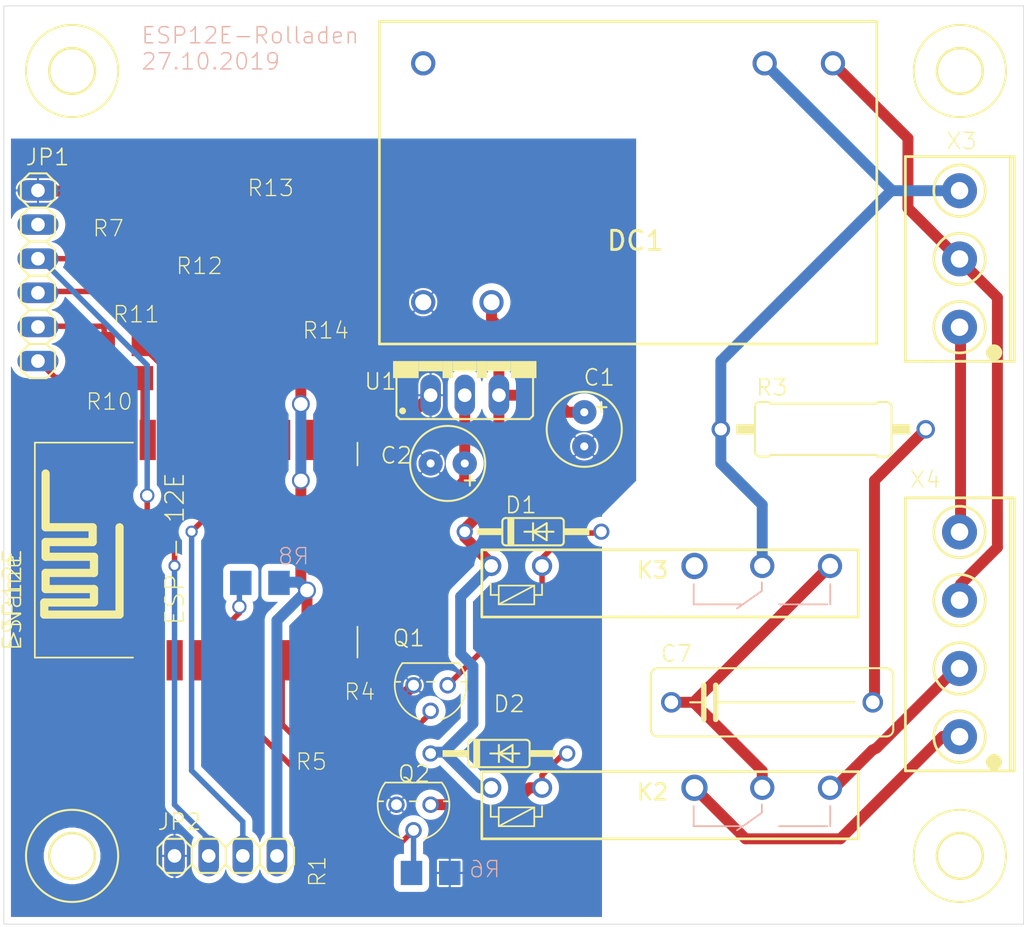
<source format=kicad_pcb>
(kicad_pcb (version 20171130) (host pcbnew 5.1.12-84ad8e8a86~92~ubuntu18.04.1)

  (general
    (thickness 1.6)
    (drawings 15)
    (tracks 197)
    (zones 0)
    (modules 32)
    (nets 39)
  )

  (page A4)
  (layers
    (0 Top signal)
    (31 Bottom signal)
    (32 B.Adhes user)
    (33 F.Adhes user)
    (34 B.Paste user)
    (35 F.Paste user)
    (36 B.SilkS user)
    (37 F.SilkS user)
    (38 B.Mask user)
    (39 F.Mask user)
    (40 Dwgs.User user)
    (41 Cmts.User user)
    (42 Eco1.User user)
    (43 Eco2.User user)
    (44 Edge.Cuts user)
    (45 Margin user)
    (46 B.CrtYd user)
    (47 F.CrtYd user)
    (48 B.Fab user)
    (49 F.Fab user)
  )

  (setup
    (last_trace_width 0.25)
    (trace_clearance 0.1524)
    (zone_clearance 0.508)
    (zone_45_only no)
    (trace_min 0.2)
    (via_size 0.8)
    (via_drill 0.4)
    (via_min_size 0.4)
    (via_min_drill 0.3)
    (uvia_size 0.3)
    (uvia_drill 0.1)
    (uvias_allowed no)
    (uvia_min_size 0.2)
    (uvia_min_drill 0.1)
    (edge_width 0.05)
    (segment_width 0.2)
    (pcb_text_width 0.3)
    (pcb_text_size 1.5 1.5)
    (mod_edge_width 0.12)
    (mod_text_size 1 1)
    (mod_text_width 0.15)
    (pad_size 1.524 1.524)
    (pad_drill 0.762)
    (pad_to_mask_clearance 0)
    (aux_axis_origin 0 0)
    (visible_elements FFFFFF7F)
    (pcbplotparams
      (layerselection 0x010fc_ffffffff)
      (usegerberextensions false)
      (usegerberattributes true)
      (usegerberadvancedattributes true)
      (creategerberjobfile true)
      (excludeedgelayer true)
      (linewidth 0.100000)
      (plotframeref false)
      (viasonmask false)
      (mode 1)
      (useauxorigin false)
      (hpglpennumber 1)
      (hpglpenspeed 20)
      (hpglpendiameter 15.000000)
      (psnegative false)
      (psa4output false)
      (plotreference true)
      (plotvalue true)
      (plotinvisibletext false)
      (padsonsilk false)
      (subtractmaskfromsilk false)
      (outputformat 1)
      (mirror false)
      (drillshape 1)
      (scaleselection 1)
      (outputdirectory ""))
  )

  (net 0 "")
  (net 1 GND)
  (net 2 +5V)
  (net 3 +3V3)
  (net 4 "Net-(D1-PadA)")
  (net 5 "Net-(D2-PadA)")
  (net 6 /L1)
  (net 7 /L2)
  (net 8 /PE)
  (net 9 /SW3)
  (net 10 /SW2)
  (net 11 "Net-(C7-Pad2)")
  (net 12 "Net-(U2-PadSCLK)")
  (net 13 "Net-(U2-PadCS0)")
  (net 14 "Net-(U2-PadMISO)")
  (net 15 "Net-(U2-PadGPIO9)")
  (net 16 "Net-(U2-PadGPIO10)")
  (net 17 "Net-(U2-PadMOSI)")
  (net 18 "Net-(R13-Pad1)")
  (net 19 "Net-(R14-Pad2)")
  (net 20 "Net-(JP1-Pad3)")
  (net 21 "Net-(JP2-Pad2)")
  (net 22 "Net-(JP2-Pad3)")
  (net 23 "Net-(R11-Pad1)")
  (net 24 "Net-(R10-Pad1)")
  (net 25 "Net-(U2-PadGPIO13)")
  (net 26 "Net-(R5-Pad1)")
  (net 27 "Net-(R1-Pad1)")
  (net 28 "Net-(U2-PadGPIO16)")
  (net 29 "Net-(R8-Pad2)")
  (net 30 "Net-(U2-PadADC)")
  (net 31 "Net-(JP1-Pad4)")
  (net 32 "Net-(Q2-Pad2)")
  (net 33 "Net-(Q1-Pad2)")
  (net 34 "Net-(JP1-Pad5)")
  (net 35 "Net-(JP1-Pad2)")
  (net 36 "Net-(JP1-Pad1)")
  (net 37 /SW1)
  (net 38 "Net-(K3-Pad12)")

  (net_class Default "This is the default net class."
    (clearance 0.1524)
    (trace_width 0.25)
    (via_dia 0.8)
    (via_drill 0.4)
    (uvia_dia 0.3)
    (uvia_drill 0.1)
    (add_net +3V3)
    (add_net +5V)
    (add_net /L1)
    (add_net /L2)
    (add_net /PE)
    (add_net /SW1)
    (add_net /SW2)
    (add_net /SW3)
    (add_net GND)
    (add_net "Net-(C7-Pad2)")
    (add_net "Net-(D1-PadA)")
    (add_net "Net-(D2-PadA)")
    (add_net "Net-(JP1-Pad1)")
    (add_net "Net-(JP1-Pad2)")
    (add_net "Net-(JP1-Pad3)")
    (add_net "Net-(JP1-Pad4)")
    (add_net "Net-(JP1-Pad5)")
    (add_net "Net-(JP2-Pad2)")
    (add_net "Net-(JP2-Pad3)")
    (add_net "Net-(K3-Pad12)")
    (add_net "Net-(Q1-Pad2)")
    (add_net "Net-(Q2-Pad2)")
    (add_net "Net-(R1-Pad1)")
    (add_net "Net-(R10-Pad1)")
    (add_net "Net-(R11-Pad1)")
    (add_net "Net-(R13-Pad1)")
    (add_net "Net-(R14-Pad2)")
    (add_net "Net-(R5-Pad1)")
    (add_net "Net-(R8-Pad2)")
    (add_net "Net-(U2-PadADC)")
    (add_net "Net-(U2-PadCS0)")
    (add_net "Net-(U2-PadGPIO10)")
    (add_net "Net-(U2-PadGPIO13)")
    (add_net "Net-(U2-PadGPIO16)")
    (add_net "Net-(U2-PadGPIO9)")
    (add_net "Net-(U2-PadMISO)")
    (add_net "Net-(U2-PadMOSI)")
    (add_net "Net-(U2-PadSCLK)")
  )

  (module ESP12E-rolladen:3,2 (layer Top) (tedit 0) (tstamp 6276CB02)
    (at 115.6461 134.0986)
    (descr "<b>MOUNTING HOLE</b> 3.2 mm with drill center")
    (path /54E7B095)
    (fp_text reference H1 (at 0 0) (layer F.SilkS) hide
      (effects (font (size 1.27 1.27) (thickness 0.15)))
    )
    (fp_text value MOUNT-HOLE3.2 (at 0 0) (layer F.SilkS) hide
      (effects (font (size 1.27 1.27) (thickness 0.15)))
    )
    (fp_arc (start 0 0) (end 0 -2.159) (angle 90) (layer F.Fab) (width 2.4892))
    (fp_arc (start 0 0) (end -2.159 0) (angle -90) (layer F.Fab) (width 2.4892))
    (fp_circle (center 0 0) (end 3.429 0) (layer F.SilkS) (width 0.1524))
    (fp_circle (center 0 0) (end 0.762 0) (layer F.Fab) (width 0.4572))
    (fp_circle (center 0 0) (end 3.048 0) (layer Dwgs.User) (width 2.032))
    (fp_circle (center 0 0) (end 3.048 0) (layer Dwgs.User) (width 2.032))
    (fp_circle (center 0 0) (end 3.048 0) (layer Dwgs.User) (width 2.032))
    (fp_circle (center 0 0) (end 3.048 0) (layer Dwgs.User) (width 2.032))
    (fp_circle (center 0 0) (end 3.048 0) (layer Dwgs.User) (width 2.032))
    (fp_circle (center 0 0) (end 1.7 0) (layer F.SilkS) (width 0.2032))
    (pad "" np_thru_hole circle (at 0 0) (size 3.2 3.2) (drill 3.2) (layers *.Cu *.Mask))
  )

  (module ESP12E-rolladen:3,2 (layer Top) (tedit 0) (tstamp 6276CB10)
    (at 181.6861 134.0986)
    (descr "<b>MOUNTING HOLE</b> 3.2 mm with drill center")
    (path /FFEB2954)
    (fp_text reference H2 (at 0 0) (layer F.SilkS) hide
      (effects (font (size 1.27 1.27) (thickness 0.15)))
    )
    (fp_text value MOUNT-HOLE3.2 (at 0 0) (layer F.SilkS) hide
      (effects (font (size 1.27 1.27) (thickness 0.15)))
    )
    (fp_arc (start 0 0) (end 0 -2.159) (angle 90) (layer F.Fab) (width 2.4892))
    (fp_arc (start 0 0) (end -2.159 0) (angle -90) (layer F.Fab) (width 2.4892))
    (fp_circle (center 0 0) (end 3.429 0) (layer F.SilkS) (width 0.1524))
    (fp_circle (center 0 0) (end 0.762 0) (layer F.Fab) (width 0.4572))
    (fp_circle (center 0 0) (end 3.048 0) (layer Dwgs.User) (width 2.032))
    (fp_circle (center 0 0) (end 3.048 0) (layer Dwgs.User) (width 2.032))
    (fp_circle (center 0 0) (end 3.048 0) (layer Dwgs.User) (width 2.032))
    (fp_circle (center 0 0) (end 3.048 0) (layer Dwgs.User) (width 2.032))
    (fp_circle (center 0 0) (end 3.048 0) (layer Dwgs.User) (width 2.032))
    (fp_circle (center 0 0) (end 1.7 0) (layer F.SilkS) (width 0.2032))
    (pad "" np_thru_hole circle (at 0 0) (size 3.2 3.2) (drill 3.2) (layers *.Cu *.Mask))
  )

  (module ESP12E-rolladen:3,2 (layer Top) (tedit 0) (tstamp 6276CB1E)
    (at 115.6461 75.6786)
    (descr "<b>MOUNTING HOLE</b> 3.2 mm with drill center")
    (path /CAE5E1D2)
    (fp_text reference H3 (at 0 0) (layer F.SilkS) hide
      (effects (font (size 1.27 1.27) (thickness 0.15)))
    )
    (fp_text value MOUNT-HOLE3.2 (at 0 0) (layer F.SilkS) hide
      (effects (font (size 1.27 1.27) (thickness 0.15)))
    )
    (fp_arc (start 0 0) (end 0 -2.159) (angle 90) (layer F.Fab) (width 2.4892))
    (fp_arc (start 0 0) (end -2.159 0) (angle -90) (layer F.Fab) (width 2.4892))
    (fp_circle (center 0 0) (end 3.429 0) (layer F.SilkS) (width 0.1524))
    (fp_circle (center 0 0) (end 0.762 0) (layer F.Fab) (width 0.4572))
    (fp_circle (center 0 0) (end 3.048 0) (layer Dwgs.User) (width 2.032))
    (fp_circle (center 0 0) (end 3.048 0) (layer Dwgs.User) (width 2.032))
    (fp_circle (center 0 0) (end 3.048 0) (layer Dwgs.User) (width 2.032))
    (fp_circle (center 0 0) (end 3.048 0) (layer Dwgs.User) (width 2.032))
    (fp_circle (center 0 0) (end 3.048 0) (layer Dwgs.User) (width 2.032))
    (fp_circle (center 0 0) (end 1.7 0) (layer F.SilkS) (width 0.2032))
    (pad "" np_thru_hole circle (at 0 0) (size 3.2 3.2) (drill 3.2) (layers *.Cu *.Mask))
  )

  (module ESP12E-rolladen:3,2 (layer Top) (tedit 0) (tstamp 6276CB2C)
    (at 181.6861 75.6786)
    (descr "<b>MOUNTING HOLE</b> 3.2 mm with drill center")
    (path /8E35FD77)
    (fp_text reference H4 (at 0 0) (layer F.SilkS) hide
      (effects (font (size 1.27 1.27) (thickness 0.15)))
    )
    (fp_text value MOUNT-HOLE3.2 (at 0 0) (layer F.SilkS) hide
      (effects (font (size 1.27 1.27) (thickness 0.15)))
    )
    (fp_arc (start 0 0) (end 0 -2.159) (angle 90) (layer F.Fab) (width 2.4892))
    (fp_arc (start 0 0) (end -2.159 0) (angle -90) (layer F.Fab) (width 2.4892))
    (fp_circle (center 0 0) (end 3.429 0) (layer F.SilkS) (width 0.1524))
    (fp_circle (center 0 0) (end 0.762 0) (layer F.Fab) (width 0.4572))
    (fp_circle (center 0 0) (end 3.048 0) (layer Dwgs.User) (width 2.032))
    (fp_circle (center 0 0) (end 3.048 0) (layer Dwgs.User) (width 2.032))
    (fp_circle (center 0 0) (end 3.048 0) (layer Dwgs.User) (width 2.032))
    (fp_circle (center 0 0) (end 3.048 0) (layer Dwgs.User) (width 2.032))
    (fp_circle (center 0 0) (end 3.048 0) (layer Dwgs.User) (width 2.032))
    (fp_circle (center 0 0) (end 1.7 0) (layer F.SilkS) (width 0.2032))
    (pad "" np_thru_hole circle (at 0 0) (size 3.2 3.2) (drill 3.2) (layers *.Cu *.Mask))
  )

  (module ESP12E-rolladen:1N4148-DO35_4 (layer Top) (tedit 0) (tstamp 6276CB3A)
    (at 149.9361 109.9686)
    (descr "<B>DIODE</B><p>\ndiameter 2 mm, horizontal, grid 10.16 mm")
    (path /8A755ED4)
    (fp_text reference D1 (at -2.159 -1.27) (layer F.SilkS)
      (effects (font (size 1.2065 1.2065) (thickness 0.12065)) (justify left bottom))
    )
    (fp_text value 1N4148 (at -2.159 2.667) (layer F.Fab)
      (effects (font (size 1.2065 1.2065) (thickness 0.12065)) (justify left bottom))
    )
    (fp_arc (start 2.032 0.762) (end 2.032 1.016) (angle -90) (layer F.SilkS) (width 0.1524))
    (fp_arc (start -2.032 0.762) (end -2.286 0.762) (angle -90) (layer F.SilkS) (width 0.1524))
    (fp_arc (start -2.032 -0.762) (end -2.286 -0.762) (angle 90) (layer F.SilkS) (width 0.1524))
    (fp_arc (start 2.032 -0.762) (end 2.032 -1.016) (angle 90) (layer F.SilkS) (width 0.1524))
    (fp_line (start 5.08 0) (end 4.191 0) (layer F.Fab) (width 0.508))
    (fp_line (start -5.08 0) (end -4.191 0) (layer F.Fab) (width 0.508))
    (fp_line (start -0.635 0) (end 0 0) (layer F.SilkS) (width 0.1524))
    (fp_line (start 1.016 -0.635) (end 1.016 0.635) (layer F.SilkS) (width 0.1524))
    (fp_line (start 1.016 0.635) (end 0 0) (layer F.SilkS) (width 0.1524))
    (fp_line (start 0 0) (end 1.524 0) (layer F.SilkS) (width 0.1524))
    (fp_line (start 0 0) (end 1.016 -0.635) (layer F.SilkS) (width 0.1524))
    (fp_line (start 0 -0.635) (end 0 0) (layer F.SilkS) (width 0.1524))
    (fp_line (start 0 0) (end 0 0.635) (layer F.SilkS) (width 0.1524))
    (fp_line (start 2.286 0.762) (end 2.286 -0.762) (layer F.SilkS) (width 0.1524))
    (fp_line (start -2.286 -0.762) (end -2.286 0.762) (layer F.SilkS) (width 0.1524))
    (fp_line (start -2.032 -1.016) (end 2.032 -1.016) (layer F.SilkS) (width 0.1524))
    (fp_line (start -2.032 1.016) (end 2.032 1.016) (layer F.SilkS) (width 0.1524))
    (fp_poly (pts (xy -1.905 1.016) (xy -1.397 1.016) (xy -1.397 -1.016) (xy -1.905 -1.016)) (layer F.SilkS) (width 0))
    (fp_poly (pts (xy 2.286 0.254) (xy 4.191 0.254) (xy 4.191 -0.254) (xy 2.286 -0.254)) (layer F.SilkS) (width 0))
    (fp_poly (pts (xy -4.191 0.254) (xy -2.286 0.254) (xy -2.286 -0.254) (xy -4.191 -0.254)) (layer F.SilkS) (width 0))
    (pad A thru_hole circle (at 5.08 0) (size 1.2 1.2) (drill 0.8) (layers *.Cu *.Mask)
      (net 4 "Net-(D1-PadA)"))
    (pad K thru_hole circle (at -5.08 0) (size 1.2 1.2) (drill 0.8) (layers *.Cu *.Mask)
      (net 2 +5V))
  )

  (module ESP12E-rolladen:1N4148-DO35_4 (layer Top) (tedit 0) (tstamp 6276CB53)
    (at 147.3961 126.4786)
    (descr "<B>DIODE</B><p>\ndiameter 2 mm, horizontal, grid 10.16 mm")
    (path /2726CE93)
    (fp_text reference D2 (at -0.4961 -2.9786) (layer F.SilkS)
      (effects (font (size 1.2065 1.2065) (thickness 0.12065)) (justify left bottom))
    )
    (fp_text value 1N4148 (at -0.4961 -1.4786) (layer F.Fab)
      (effects (font (size 1.2065 1.2065) (thickness 0.12065)) (justify left bottom))
    )
    (fp_arc (start 2.032 0.762) (end 2.032 1.016) (angle -90) (layer F.SilkS) (width 0.1524))
    (fp_arc (start -2.032 0.762) (end -2.286 0.762) (angle -90) (layer F.SilkS) (width 0.1524))
    (fp_arc (start -2.032 -0.762) (end -2.286 -0.762) (angle 90) (layer F.SilkS) (width 0.1524))
    (fp_arc (start 2.032 -0.762) (end 2.032 -1.016) (angle 90) (layer F.SilkS) (width 0.1524))
    (fp_line (start 5.08 0) (end 4.191 0) (layer F.Fab) (width 0.508))
    (fp_line (start -5.08 0) (end -4.191 0) (layer F.Fab) (width 0.508))
    (fp_line (start -0.635 0) (end 0 0) (layer F.SilkS) (width 0.1524))
    (fp_line (start 1.016 -0.635) (end 1.016 0.635) (layer F.SilkS) (width 0.1524))
    (fp_line (start 1.016 0.635) (end 0 0) (layer F.SilkS) (width 0.1524))
    (fp_line (start 0 0) (end 1.524 0) (layer F.SilkS) (width 0.1524))
    (fp_line (start 0 0) (end 1.016 -0.635) (layer F.SilkS) (width 0.1524))
    (fp_line (start 0 -0.635) (end 0 0) (layer F.SilkS) (width 0.1524))
    (fp_line (start 0 0) (end 0 0.635) (layer F.SilkS) (width 0.1524))
    (fp_line (start 2.286 0.762) (end 2.286 -0.762) (layer F.SilkS) (width 0.1524))
    (fp_line (start -2.286 -0.762) (end -2.286 0.762) (layer F.SilkS) (width 0.1524))
    (fp_line (start -2.032 -1.016) (end 2.032 -1.016) (layer F.SilkS) (width 0.1524))
    (fp_line (start -2.032 1.016) (end 2.032 1.016) (layer F.SilkS) (width 0.1524))
    (fp_poly (pts (xy -1.905 1.016) (xy -1.397 1.016) (xy -1.397 -1.016) (xy -1.905 -1.016)) (layer F.SilkS) (width 0))
    (fp_poly (pts (xy 2.286 0.254) (xy 4.191 0.254) (xy 4.191 -0.254) (xy 2.286 -0.254)) (layer F.SilkS) (width 0))
    (fp_poly (pts (xy -4.191 0.254) (xy -2.286 0.254) (xy -2.286 -0.254) (xy -4.191 -0.254)) (layer F.SilkS) (width 0))
    (pad A thru_hole circle (at 5.08 0) (size 1.2 1.2) (drill 0.8) (layers *.Cu *.Mask)
      (net 5 "Net-(D2-PadA)"))
    (pad K thru_hole circle (at -5.08 0) (size 1.2 1.2) (drill 0.8) (layers *.Cu *.Mask)
      (net 2 +5V))
  )

  (module ESP12E-rolladen:MKDSN1,5_3-5,08 (layer Top) (tedit 0) (tstamp 6276CB6C)
    (at 181.6861 87.1086 90)
    (descr "<b>MKDSN 1,5/ 3-5,08</b> Printklemme<p>\nNennstrom: 13,5 A<br>\nNennspannung: 250 V<br>\nRastermaß: 5,08 mm<br>\nPolzahl: 3<br>\nAnschlussart: Schraubanschluss<br>\nMontage: Löten<br>\nAnschlussrichtung Leiter/Platine: 0 °<br>\nArtikelnummer: 1729131<br>\nSource: http://eshop.phoenixcontact.com .. 1729131.pdf")
    (path /03A3F618)
    (fp_text reference X3 (at 5.5086 -1.0861) (layer F.SilkS)
      (effects (font (size 1.2065 1.2065) (thickness 0.09652)) (justify left bottom))
    )
    (fp_text value MKDSN1,5/3-5,08 (at -10.2914 -4.5861 90) (layer F.Fab)
      (effects (font (size 1.2065 1.2065) (thickness 0.09652)) (justify left bottom))
    )
    (fp_arc (start -7.641082 0) (end -7.0111 -0.16) (angle -65.201851) (layer F.Fab) (width 0.2032))
    (fp_arc (start 2.518899 0.000017) (end 1.8799 0.119) (angle -65.201851) (layer F.Fab) (width 0.2032))
    (fp_arc (start -2.561082 0) (end -1.9311 -0.16) (angle -65.201851) (layer F.Fab) (width 0.2032))
    (fp_arc (start 2.518917 0) (end 3.1489 -0.16) (angle -65.201851) (layer F.Fab) (width 0.2032))
    (fp_arc (start -2.5611 0.000017) (end -3.2001 0.119) (angle -65.201851) (layer F.Fab) (width 0.2032))
    (fp_arc (start -7.6411 0.000017) (end -8.2801 0.119) (angle -65.201851) (layer F.Fab) (width 0.2032))
    (fp_line (start -10.1811 4.05) (end 5.0589 4.05) (layer F.SilkS) (width 0.2032))
    (fp_line (start -7.8011 0.63) (end -8.7141 1.543) (layer F.Fab) (width 0.2032))
    (fp_line (start -10.1811 1.9555) (end -10.1811 2.4479) (layer F.SilkS) (width 0.2032))
    (fp_line (start -10.1811 3.1279) (end -10.1811 2.913) (layer F.SilkS) (width 0.2032))
    (fp_line (start -10.1811 3.327) (end -10.1811 3.1279) (layer F.SilkS) (width 0.2032))
    (fp_line (start -10.1811 2.913) (end -10.1811 2.4479) (layer F.SilkS) (width 0.2032))
    (fp_line (start -10.1811 -2.5243) (end -10.1811 -2.0413) (layer F.SilkS) (width 0.2032))
    (fp_line (start -10.1811 1.9555) (end -10.1811 -2.0413) (layer F.SilkS) (width 0.2032))
    (fp_line (start -7.6411 0.47) (end -7.8011 0.63) (layer F.Fab) (width 0.2032))
    (fp_line (start -8.2801 0.119) (end -7.6411 -0.52) (layer F.Fab) (width 0.2032))
    (fp_line (start -9.2091 1.048) (end -8.2801 0.119) (layer F.Fab) (width 0.2032))
    (fp_line (start -4.1291 1.048) (end -3.2001 0.119) (layer F.Fab) (width 0.2032))
    (fp_line (start 5.0589 1.9555) (end 5.0589 2.4479) (layer F.SilkS) (width 0.2032))
    (fp_line (start -2.7211 0.63) (end -3.6341 1.543) (layer F.Fab) (width 0.2032))
    (fp_line (start 0.9509 1.048) (end 1.8799 0.119) (layer F.Fab) (width 0.2032))
    (fp_line (start 2.3589 0.63) (end 1.4459 1.543) (layer F.Fab) (width 0.2032))
    (fp_line (start -3.2001 0.119) (end -2.5611 -0.52) (layer F.Fab) (width 0.2032))
    (fp_line (start -2.5611 0.47) (end -2.7211 0.63) (layer F.Fab) (width 0.2032))
    (fp_line (start -0.9931 -1.098) (end -1.9311 -0.16) (layer F.Fab) (width 0.2032))
    (fp_line (start 4.0869 -1.098) (end 3.1489 -0.16) (layer F.Fab) (width 0.2032))
    (fp_line (start -2.4421 -0.639) (end -1.4881 -1.593) (layer F.Fab) (width 0.2032))
    (fp_line (start 2.6379 -0.639) (end 3.5919 -1.593) (layer F.Fab) (width 0.2032))
    (fp_line (start 2.5189 -0.52) (end 2.6379 -0.639) (layer F.Fab) (width 0.2032))
    (fp_line (start 1.8799 0.119) (end 2.5189 -0.52) (layer F.Fab) (width 0.2032))
    (fp_line (start -1.9311 -0.16) (end -2.5611 0.47) (layer F.Fab) (width 0.2032))
    (fp_line (start -2.5611 -0.52) (end -2.4421 -0.639) (layer F.Fab) (width 0.2032))
    (fp_line (start 3.1489 -0.16) (end 2.5189 0.47) (layer F.Fab) (width 0.2032))
    (fp_line (start 2.5189 0.47) (end 2.3589 0.63) (layer F.Fab) (width 0.2032))
    (fp_line (start -7.0111 -0.16) (end -7.6411 0.47) (layer F.Fab) (width 0.2032))
    (fp_line (start -7.6411 -0.52) (end -7.5221 -0.639) (layer F.Fab) (width 0.2032))
    (fp_line (start -7.5221 -0.639) (end -6.5681 -1.593) (layer F.Fab) (width 0.2032))
    (fp_line (start -6.0731 -1.098) (end -7.0111 -0.16) (layer F.Fab) (width 0.2032))
    (fp_line (start 5.0589 3.1279) (end 5.0589 2.4479) (layer F.SilkS) (width 0.2032))
    (fp_line (start 5.0589 1.9555) (end 5.0589 -2.0413) (layer F.SilkS) (width 0.2032))
    (fp_line (start 5.0589 -2.5243) (end 5.0589 -2.0413) (layer F.SilkS) (width 0.2032))
    (fp_line (start 5.0589 -2.5243) (end 5.0589 -4.05) (layer F.SilkS) (width 0.2032))
    (fp_line (start -10.1811 3.75) (end -10.1811 3.327) (layer F.SilkS) (width 0.2032))
    (fp_line (start 5.0589 3.75) (end 5.0589 3.1279) (layer F.SilkS) (width 0.2032))
    (fp_line (start -10.1811 -4.05) (end 5.0589 -4.05) (layer F.SilkS) (width 0.2032))
    (fp_line (start -10.1811 -2.5243) (end -10.1811 -4.05) (layer F.SilkS) (width 0.2032))
    (fp_line (start 5.0589 3.75) (end -10.1811 3.75) (layer F.SilkS) (width 0.2032))
    (fp_line (start -10.1811 3.75) (end -10.1811 4.05) (layer F.SilkS) (width 0.2032))
    (fp_line (start 5.0589 3.75) (end 5.0589 4.05) (layer F.SilkS) (width 0.2032))
    (fp_circle (center -7.6411 -0.025) (end -5.7261 -0.025) (layer F.SilkS) (width 0.2032))
    (fp_circle (center -2.5611 -0.025) (end -0.6461 -0.025) (layer F.SilkS) (width 0.2032))
    (fp_circle (center 2.5189 -0.025) (end 4.4339 -0.025) (layer F.SilkS) (width 0.2032))
    (fp_circle (center -9.525 2.54) (end -9.2202 2.54) (layer F.SilkS) (width 0.6096))
    (pad 3 thru_hole circle (at 2.5189 -0.025 90) (size 2.6 2.6) (drill 1.3) (layers *.Cu *.Mask)
      (net 6 /L1))
    (pad 2 thru_hole circle (at -2.5611 -0.025 90) (size 2.6 2.6) (drill 1.3) (layers *.Cu *.Mask)
      (net 7 /L2))
    (pad 1 thru_hole circle (at -7.6411 -0.025 90) (size 2.6 2.6) (drill 1.3) (layers *.Cu *.Mask)
      (net 8 /PE))
  )

  (module ESP12E-rolladen:MKDSN1,5_4-5,08 (layer Top) (tedit 0) (tstamp 6276CBA7)
    (at 181.6861 117.5886 90)
    (descr "<b>MKDSN 1,5/ 4-5,08</b> Printklemme<p>\nNennstrom: 13,5 A<br>\nNennspannung: 250 V<br>\nRastermaß: 5,08 mm<br>\nPolzahl: 4<br>\nAnschlussart: Schraubanschluss<br>\nMontage: Löten<br>\nAnschlussrichtung Leiter/Platine: 0 °<br>\nArtikelnummer: 1729144<br>\nSource: http://eshop.phoenixcontact.com .. 1729144.pdf")
    (path /16444AAD)
    (fp_text reference X4 (at 10.7886 -3.7861 180) (layer F.SilkS)
      (effects (font (size 1.2065 1.2065) (thickness 0.09652)) (justify left bottom))
    )
    (fp_text value MKDSN1,5/4-5,08 (at -7.0114 -2.4861 90) (layer F.Fab)
      (effects (font (size 1.2065 1.2065) (thickness 0.09652)) (justify left bottom))
    )
    (fp_arc (start -7.641082 0) (end -7.0111 -0.16) (angle -65.201851) (layer F.Fab) (width 0.2032))
    (fp_arc (start 7.598899 0.000017) (end 6.9599 0.119) (angle -65.201851) (layer F.Fab) (width 0.2032))
    (fp_arc (start 2.518899 0.000017) (end 1.8799 0.119) (angle -65.201851) (layer F.Fab) (width 0.2032))
    (fp_arc (start -2.561082 0) (end -1.9311 -0.16) (angle -65.201851) (layer F.Fab) (width 0.2032))
    (fp_arc (start 2.518917 0) (end 3.1489 -0.16) (angle -65.201851) (layer F.Fab) (width 0.2032))
    (fp_arc (start 7.598917 0) (end 8.2289 -0.16) (angle -65.201851) (layer F.Fab) (width 0.2032))
    (fp_arc (start -2.5611 0.000017) (end -3.2001 0.119) (angle -65.201851) (layer F.Fab) (width 0.2032))
    (fp_arc (start -7.6411 0.000017) (end -8.2801 0.119) (angle -65.201851) (layer F.Fab) (width 0.2032))
    (fp_line (start -10.1811 4.05) (end 10.1389 4.05) (layer F.SilkS) (width 0.2032))
    (fp_line (start -7.8011 0.63) (end -8.7141 1.543) (layer F.Fab) (width 0.2032))
    (fp_line (start -10.1811 1.9555) (end -10.1811 2.4479) (layer F.SilkS) (width 0.2032))
    (fp_line (start -10.1811 3.1279) (end -10.1811 2.913) (layer F.SilkS) (width 0.2032))
    (fp_line (start -10.1811 3.327) (end -10.1811 3.1279) (layer F.SilkS) (width 0.2032))
    (fp_line (start -10.1811 2.913) (end -10.1811 2.4479) (layer F.SilkS) (width 0.2032))
    (fp_line (start -10.1811 -2.5243) (end -10.1811 -2.0413) (layer F.SilkS) (width 0.2032))
    (fp_line (start -10.1811 1.9555) (end -10.1811 -2.0413) (layer F.SilkS) (width 0.2032))
    (fp_line (start -7.6411 0.47) (end -7.8011 0.63) (layer F.Fab) (width 0.2032))
    (fp_line (start -8.2801 0.119) (end -7.6411 -0.52) (layer F.Fab) (width 0.2032))
    (fp_line (start -9.2091 1.048) (end -8.2801 0.119) (layer F.Fab) (width 0.2032))
    (fp_line (start -4.1291 1.048) (end -3.2001 0.119) (layer F.Fab) (width 0.2032))
    (fp_line (start 10.1389 1.9555) (end 10.1389 2.4479) (layer F.SilkS) (width 0.2032))
    (fp_line (start -2.7211 0.63) (end -3.6341 1.543) (layer F.Fab) (width 0.2032))
    (fp_line (start 0.9509 1.048) (end 1.8799 0.119) (layer F.Fab) (width 0.2032))
    (fp_line (start 2.3589 0.63) (end 1.4459 1.543) (layer F.Fab) (width 0.2032))
    (fp_line (start 6.0309 1.048) (end 6.9599 0.119) (layer F.Fab) (width 0.2032))
    (fp_line (start 7.4389 0.63) (end 6.5259 1.543) (layer F.Fab) (width 0.2032))
    (fp_line (start -3.2001 0.119) (end -2.5611 -0.52) (layer F.Fab) (width 0.2032))
    (fp_line (start -2.5611 0.47) (end -2.7211 0.63) (layer F.Fab) (width 0.2032))
    (fp_line (start -0.9931 -1.098) (end -1.9311 -0.16) (layer F.Fab) (width 0.2032))
    (fp_line (start 4.0869 -1.098) (end 3.1489 -0.16) (layer F.Fab) (width 0.2032))
    (fp_line (start 9.1669 -1.098) (end 8.2289 -0.16) (layer F.Fab) (width 0.2032))
    (fp_line (start -2.4421 -0.639) (end -1.4881 -1.593) (layer F.Fab) (width 0.2032))
    (fp_line (start 2.6379 -0.639) (end 3.5919 -1.593) (layer F.Fab) (width 0.2032))
    (fp_line (start 7.7179 -0.639) (end 8.6719 -1.593) (layer F.Fab) (width 0.2032))
    (fp_line (start 2.5189 -0.52) (end 2.6379 -0.639) (layer F.Fab) (width 0.2032))
    (fp_line (start 7.5989 -0.52) (end 7.7179 -0.639) (layer F.Fab) (width 0.2032))
    (fp_line (start 1.8799 0.119) (end 2.5189 -0.52) (layer F.Fab) (width 0.2032))
    (fp_line (start -1.9311 -0.16) (end -2.5611 0.47) (layer F.Fab) (width 0.2032))
    (fp_line (start -2.5611 -0.52) (end -2.4421 -0.639) (layer F.Fab) (width 0.2032))
    (fp_line (start 8.2289 -0.16) (end 7.5989 0.47) (layer F.Fab) (width 0.2032))
    (fp_line (start 6.9599 0.119) (end 7.5989 -0.52) (layer F.Fab) (width 0.2032))
    (fp_line (start 3.1489 -0.16) (end 2.5189 0.47) (layer F.Fab) (width 0.2032))
    (fp_line (start 2.5189 0.47) (end 2.3589 0.63) (layer F.Fab) (width 0.2032))
    (fp_line (start 7.5989 0.47) (end 7.4389 0.63) (layer F.Fab) (width 0.2032))
    (fp_line (start -7.0111 -0.16) (end -7.6411 0.47) (layer F.Fab) (width 0.2032))
    (fp_line (start -7.6411 -0.52) (end -7.5221 -0.639) (layer F.Fab) (width 0.2032))
    (fp_line (start -7.5221 -0.639) (end -6.5681 -1.593) (layer F.Fab) (width 0.2032))
    (fp_line (start -6.0731 -1.098) (end -7.0111 -0.16) (layer F.Fab) (width 0.2032))
    (fp_line (start 10.1389 3.1279) (end 10.1389 2.4479) (layer F.SilkS) (width 0.2032))
    (fp_line (start 10.1389 1.9555) (end 10.1389 -2.0413) (layer F.SilkS) (width 0.2032))
    (fp_line (start 10.1389 -2.5243) (end 10.1389 -2.0413) (layer F.SilkS) (width 0.2032))
    (fp_line (start 10.1389 -2.5243) (end 10.1389 -4.05) (layer F.SilkS) (width 0.2032))
    (fp_line (start -10.1811 3.75) (end -10.1811 3.327) (layer F.SilkS) (width 0.2032))
    (fp_line (start 10.1389 3.75) (end 10.1389 3.1279) (layer F.SilkS) (width 0.2032))
    (fp_line (start -10.1811 -4.05) (end 10.1389 -4.05) (layer F.SilkS) (width 0.2032))
    (fp_line (start -10.1811 -2.5243) (end -10.1811 -4.05) (layer F.SilkS) (width 0.2032))
    (fp_line (start 10.1389 3.75) (end -10.1811 3.75) (layer F.SilkS) (width 0.2032))
    (fp_line (start -10.1811 3.75) (end -10.1811 4.05) (layer F.SilkS) (width 0.2032))
    (fp_line (start 10.1389 3.75) (end 10.1389 4.05) (layer F.SilkS) (width 0.2032))
    (fp_circle (center -7.6411 -0.025) (end -5.7261 -0.025) (layer F.SilkS) (width 0.2032))
    (fp_circle (center -2.5611 -0.025) (end -0.6461 -0.025) (layer F.SilkS) (width 0.2032))
    (fp_circle (center 2.5189 -0.025) (end 4.4339 -0.025) (layer F.SilkS) (width 0.2032))
    (fp_circle (center 7.5989 -0.025) (end 9.5139 -0.025) (layer F.SilkS) (width 0.2032))
    (fp_circle (center -9.525 2.54) (end -9.2202 2.54) (layer F.SilkS) (width 0.6096))
    (pad 4 thru_hole circle (at 7.5989 -0.025 90) (size 2.6 2.6) (drill 1.3) (layers *.Cu *.Mask)
      (net 8 /PE))
    (pad 3 thru_hole circle (at 2.5189 -0.025 90) (size 2.6 2.6) (drill 1.3) (layers *.Cu *.Mask)
      (net 7 /L2))
    (pad 2 thru_hole circle (at -2.5611 -0.025 90) (size 2.6 2.6) (drill 1.3) (layers *.Cu *.Mask)
      (net 9 /SW3))
    (pad 1 thru_hole circle (at -7.6411 -0.025 90) (size 2.6 2.6) (drill 1.3) (layers *.Cu *.Mask)
      (net 10 /SW2))
  )

  (module ESP12E-rolladen:0411_15 (layer Top) (tedit 0) (tstamp 6276CBEE)
    (at 171.5261 102.3486)
    (descr "<b>RESISTOR</b><p>\ntype 0411, grid 15 mm")
    (path /7EEC66AD)
    (fp_text reference R3 (at -5.08 -2.413) (layer F.SilkS)
      (effects (font (size 1.2065 1.2065) (thickness 0.12065)) (justify left bottom))
    )
    (fp_text value 100R (at -3.5814 0.635) (layer F.Fab)
      (effects (font (size 1.2065 1.2065) (thickness 0.12065)) (justify left bottom))
    )
    (fp_arc (start -4.699 -1.651) (end -5.08 -1.651) (angle 90) (layer F.SilkS) (width 0.1524))
    (fp_arc (start 4.699 1.651) (end 4.699 2.032) (angle -90) (layer F.SilkS) (width 0.1524))
    (fp_arc (start -4.699 1.651) (end -5.08 1.651) (angle -90) (layer F.SilkS) (width 0.1524))
    (fp_arc (start 4.699 -1.651) (end 4.699 -2.032) (angle 90) (layer F.SilkS) (width 0.1524))
    (fp_line (start 5.08 1.651) (end 5.08 -1.651) (layer F.SilkS) (width 0.1524))
    (fp_line (start 4.699 -2.032) (end 4.064 -2.032) (layer F.SilkS) (width 0.1524))
    (fp_line (start 3.937 -1.905) (end 4.064 -2.032) (layer F.SilkS) (width 0.1524))
    (fp_line (start 4.699 2.032) (end 4.064 2.032) (layer F.SilkS) (width 0.1524))
    (fp_line (start 3.937 1.905) (end 4.064 2.032) (layer F.SilkS) (width 0.1524))
    (fp_line (start -3.937 -1.905) (end -4.064 -2.032) (layer F.SilkS) (width 0.1524))
    (fp_line (start -3.937 -1.905) (end 3.937 -1.905) (layer F.SilkS) (width 0.1524))
    (fp_line (start -3.937 1.905) (end -4.064 2.032) (layer F.SilkS) (width 0.1524))
    (fp_line (start -3.937 1.905) (end 3.937 1.905) (layer F.SilkS) (width 0.1524))
    (fp_line (start -5.08 -1.651) (end -5.08 1.651) (layer F.SilkS) (width 0.1524))
    (fp_line (start -4.699 -2.032) (end -4.064 -2.032) (layer F.SilkS) (width 0.1524))
    (fp_line (start -4.699 2.032) (end -4.064 2.032) (layer F.SilkS) (width 0.1524))
    (fp_line (start -7.62 0) (end -6.35 0) (layer F.Fab) (width 0.762))
    (fp_line (start 6.35 0) (end 7.62 0) (layer F.Fab) (width 0.762))
    (fp_poly (pts (xy 5.08 0.381) (xy 6.477 0.381) (xy 6.477 -0.381) (xy 5.08 -0.381)) (layer F.SilkS) (width 0))
    (fp_poly (pts (xy -6.477 0.381) (xy -5.08 0.381) (xy -5.08 -0.381) (xy -6.477 -0.381)) (layer F.SilkS) (width 0))
    (pad 2 thru_hole circle (at 7.62 0) (size 1.3716 1.3716) (drill 0.9144) (layers *.Cu *.Mask)
      (net 11 "Net-(C7-Pad2)"))
    (pad 1 thru_hole circle (at -7.62 0) (size 1.3716 1.3716) (drill 0.9144) (layers *.Cu *.Mask)
      (net 6 /L1))
  )

  (module ESP12E-rolladen:TO220S (layer Top) (tedit 0) (tstamp 6276CC07)
    (at 144.8561 97.2686)
    (descr "<b>VOLTAGE REGULATOR</b>")
    (path /A28A5078)
    (fp_text reference U1 (at -7.5561 2.2314) (layer F.SilkS)
      (effects (font (size 1.2065 1.2065) (thickness 0.12065)) (justify left bottom))
    )
    (fp_text value "LM 1117 T3,3" (at -6.1561 5.9314) (layer F.Fab)
      (effects (font (size 1.2065 1.2065) (thickness 0.12065)) (justify left bottom))
    )
    (fp_text user 3 (at 1.905 3.81) (layer F.Fab)
      (effects (font (size 1.2065 1.2065) (thickness 0.127)) (justify left bottom))
    )
    (fp_text user 2 (at -0.635 3.81) (layer F.Fab)
      (effects (font (size 1.2065 1.2065) (thickness 0.127)) (justify left bottom))
    )
    (fp_text user 1 (at -3.175 3.81) (layer F.Fab)
      (effects (font (size 1.2065 1.2065) (thickness 0.127)) (justify left bottom))
    )
    (fp_circle (center -4.6228 3.7084) (end -4.4958 3.7084) (layer F.SilkS) (width 0.254))
    (fp_line (start 4.826 4.318) (end 5.08 4.064) (layer F.SilkS) (width 0.1524))
    (fp_line (start 4.826 4.318) (end -4.826 4.318) (layer F.SilkS) (width 0.1524))
    (fp_line (start -5.08 4.064) (end -4.826 4.318) (layer F.SilkS) (width 0.1524))
    (fp_line (start 5.08 1.143) (end 5.08 4.064) (layer F.SilkS) (width 0.1524))
    (fp_line (start -5.08 4.064) (end -5.08 1.143) (layer F.SilkS) (width 0.1524))
    (fp_poly (pts (xy -5.334 1.27) (xy -3.429 1.27) (xy -3.429 0) (xy -5.334 0)) (layer F.SilkS) (width 0))
    (fp_poly (pts (xy -3.429 0.762) (xy -1.651 0.762) (xy -1.651 0) (xy -3.429 0)) (layer F.SilkS) (width 0))
    (fp_poly (pts (xy -1.651 1.27) (xy -0.889 1.27) (xy -0.889 0) (xy -1.651 0)) (layer F.SilkS) (width 0))
    (fp_poly (pts (xy -0.889 0.762) (xy 0.889 0.762) (xy 0.889 0) (xy -0.889 0)) (layer F.SilkS) (width 0))
    (fp_poly (pts (xy 0.889 1.27) (xy 1.651 1.27) (xy 1.651 0) (xy 0.889 0)) (layer F.SilkS) (width 0))
    (fp_poly (pts (xy 1.651 0.762) (xy 3.429 0.762) (xy 3.429 0) (xy 1.651 0)) (layer F.SilkS) (width 0))
    (fp_poly (pts (xy 3.429 1.27) (xy 5.334 1.27) (xy 5.334 0) (xy 3.429 0)) (layer F.SilkS) (width 0))
    (fp_poly (pts (xy -3.429 1.27) (xy -1.651 1.27) (xy -1.651 0.762) (xy -3.429 0.762)) (layer F.Fab) (width 0))
    (fp_poly (pts (xy -0.889 1.27) (xy 0.889 1.27) (xy 0.889 0.762) (xy -0.889 0.762)) (layer F.Fab) (width 0))
    (fp_poly (pts (xy 1.651 1.27) (xy 3.429 1.27) (xy 3.429 0.762) (xy 1.651 0.762)) (layer F.Fab) (width 0))
    (pad 3 thru_hole oval (at 2.54 2.54 90) (size 3.048 1.524) (drill 1.016) (layers *.Cu *.Mask)
      (net 2 +5V))
    (pad 2 thru_hole oval (at 0 2.54 90) (size 3.048 1.524) (drill 1.016) (layers *.Cu *.Mask)
      (net 3 +3V3))
    (pad 1 thru_hole oval (at -2.54 2.54 90) (size 3.048 1.524) (drill 1.016) (layers *.Cu *.Mask)
      (net 1 GND))
  )

  (module ESP12E-rolladen:ESP12E-SMD (layer Top) (tedit 0) (tstamp 6276CC20)
    (at 127.0761 111.2386 90)
    (descr "ESP8266 Module 12E")
    (path /C2DEB937)
    (fp_text reference U2 (at -7.7 -15.1 90) (layer F.SilkS) hide
      (effects (font (size 1.35128 1.35128) (thickness 0.108102)))
    )
    (fp_text value ESP12ESMD (at -7.7 11.9 90) (layer F.SilkS) hide
      (effects (font (size 1.35128 1.35128) (thickness 0.108102)))
    )
    (fp_text user ESP-12E (at -7.7 11.9 90) (layer F.Fab)
      (effects (font (size 1.35128 1.35128) (thickness 0.113792)) (justify left bottom))
    )
    (fp_text user ESP12E (at -7.7 -15.1 90) (layer F.SilkS)
      (effects (font (size 1.35128 1.35128) (thickness 0.113792)) (justify left bottom))
    )
    (fp_text user >Name (at -7.7 -15.1 90) (layer F.SilkS)
      (effects (font (size 1.35128 1.35128) (thickness 0.113792)) (justify left bottom))
    )
    (fp_text user >Value (at -7.7 11.9 90) (layer F.Fab)
      (effects (font (size 1.35128 1.35128) (thickness 0.113792)) (justify left bottom))
    )
    (fp_text user "ESP - 12E" (at 0 -3 90) (layer F.SilkS)
      (effects (font (size 1.35128 1.35128) (thickness 0.113792)) (justify bottom))
    )
    (fp_line (start 7.9 -14.2) (end 7.9 -6.9) (layer F.SilkS) (width 0.127))
    (fp_line (start -8.1 -6.9) (end -8.1 -14.2) (layer F.SilkS) (width 0.127))
    (fp_line (start -8.1 -14.2) (end 7.9 -14.2) (layer F.SilkS) (width 0.127))
    (fp_line (start -4.9 -8.6) (end -4.9 -13.5) (layer F.SilkS) (width 0.6096))
    (fp_line (start -4.9 -13.5) (end -4 -13.5) (layer F.SilkS) (width 0.6096))
    (fp_line (start -4 -13.5) (end -4 -9.8) (layer F.SilkS) (width 0.6096))
    (fp_line (start -4 -9.8) (end -3 -9.8) (layer F.SilkS) (width 0.6096))
    (fp_line (start -3 -9.8) (end -3 -13.4) (layer F.SilkS) (width 0.6096))
    (fp_line (start -3 -13.4) (end -1.8 -13.4) (layer F.SilkS) (width 0.6096))
    (fp_line (start -1.8 -13.4) (end -1.8 -9.8) (layer F.SilkS) (width 0.6096))
    (fp_line (start -1.8 -9.8) (end -0.6 -9.8) (layer F.SilkS) (width 0.6096))
    (fp_line (start -0.6 -9.8) (end -0.6 -13.4) (layer F.SilkS) (width 0.6096))
    (fp_line (start -0.6 -13.4) (end 0.5 -13.4) (layer F.SilkS) (width 0.6096))
    (fp_line (start 0.5 -13.4) (end 0.5 -9.9) (layer F.SilkS) (width 0.6096))
    (fp_line (start 0.5 -9.9) (end 1.6 -9.9) (layer F.SilkS) (width 0.6096))
    (fp_line (start 1.6 -9.9) (end 1.6 -13.4) (layer F.SilkS) (width 0.6096))
    (fp_line (start 1.6 -13.4) (end 5.6 -13.4) (layer F.SilkS) (width 0.6096))
    (fp_line (start -4.9 -8.5) (end -4.9 -7.9) (layer F.SilkS) (width 0.6096))
    (fp_line (start -4.9 -7.9) (end 1.6 -7.9) (layer F.SilkS) (width 0.6096))
    (fp_line (start -5.8 9.8) (end -8.1 9.8) (layer F.SilkS) (width 0.127))
    (fp_line (start 7.9 9.8) (end 6.2 9.8) (layer F.SilkS) (width 0.127))
    (pad SCLK smd rect (at 5.2 10.3 180) (size 3 1.2) (layers Top F.Paste F.Mask)
      (net 12 "Net-(U2-PadSCLK)"))
    (pad CS0 smd rect (at -4.8 10.3 180) (size 3 1.2) (layers Top F.Paste F.Mask)
      (net 13 "Net-(U2-PadCS0)"))
    (pad MISO smd rect (at -2.8 10.3 180) (size 3 1.2) (layers Top F.Paste F.Mask)
      (net 14 "Net-(U2-PadMISO)"))
    (pad GPIO9 smd rect (at -0.8 10.3 180) (size 3 1.2) (layers Top F.Paste F.Mask)
      (net 15 "Net-(U2-PadGPIO9)"))
    (pad GPIO10 smd rect (at 1.2 10.3 180) (size 3 1.2) (layers Top F.Paste F.Mask)
      (net 16 "Net-(U2-PadGPIO10)"))
    (pad MOSI smd rect (at 3.2 10.3 180) (size 3 1.2) (layers Top F.Paste F.Mask)
      (net 17 "Net-(U2-PadMOSI)"))
    (pad GND smd rect (at 8.1 8.2 90) (size 3 1.2) (layers Top F.Paste F.Mask)
      (net 1 GND))
    (pad GPIO15 smd rect (at 8.1 6.2 90) (size 3 1.2) (layers Top F.Paste F.Mask)
      (net 18 "Net-(R13-Pad1)"))
    (pad GPIO2 smd rect (at 8.1 4.2 90) (size 3 1.2) (layers Top F.Paste F.Mask)
      (net 19 "Net-(R14-Pad2)"))
    (pad GPIO0 smd rect (at 8.1 2.2 90) (size 3 1.2) (layers Top F.Paste F.Mask)
      (net 20 "Net-(JP1-Pad3)"))
    (pad GPIO5 smd rect (at 8.1 -1.8 90) (size 3 1.2) (layers Top F.Paste F.Mask)
      (net 21 "Net-(JP2-Pad2)"))
    (pad GPIO4 smd rect (at 8.1 0.2 90) (size 3 1.2) (layers Top F.Paste F.Mask)
      (net 22 "Net-(JP2-Pad3)"))
    (pad RXD0 smd rect (at 8.1 -3.8 90) (size 3 1.2) (layers Top F.Paste F.Mask)
      (net 23 "Net-(R11-Pad1)"))
    (pad TXD0 smd rect (at 8.1 -5.8 90) (size 3 1.2) (layers Top F.Paste F.Mask)
      (net 24 "Net-(R10-Pad1)"))
    (pad VCC smd rect (at -8.3 8.2 90) (size 3 1.2) (layers Top F.Paste F.Mask)
      (net 3 +3V3))
    (pad GPIO13 smd rect (at -8.3 6.2 90) (size 3 1.2) (layers Top F.Paste F.Mask)
      (net 25 "Net-(U2-PadGPIO13)"))
    (pad GPIO12 smd rect (at -8.3 4.2 90) (size 3 1.2) (layers Top F.Paste F.Mask)
      (net 26 "Net-(R5-Pad1)"))
    (pad GPIO14 smd rect (at -8.3 2.2 90) (size 3 1.2) (layers Top F.Paste F.Mask)
      (net 27 "Net-(R1-Pad1)"))
    (pad GPIO16 smd rect (at -8.3 0.2 90) (size 3 1.2) (layers Top F.Paste F.Mask)
      (net 28 "Net-(U2-PadGPIO16)"))
    (pad CH_PD smd rect (at -8.3 -1.8 90) (size 3 1.2) (layers Top F.Paste F.Mask)
      (net 29 "Net-(R8-Pad2)"))
    (pad ADC smd rect (at -8.3 -3.8 90) (size 3 1.2) (layers Top F.Paste F.Mask)
      (net 30 "Net-(U2-PadADC)"))
    (pad RESET smd rect (at -8.3 -5.8 90) (size 3 1.2) (layers Top F.Paste F.Mask)
      (net 31 "Net-(JP1-Pad4)"))
  )

  (module ESP12E-rolladen:R1206 (layer Top) (tedit 0) (tstamp 6276CC51)
    (at 135.9661 132.8286 270)
    (descr <b>RESISTOR</b>)
    (path /AC5615C7)
    (fp_text reference R1 (at 3.6714 1.3661 90) (layer F.SilkS)
      (effects (font (size 1.2065 1.2065) (thickness 0.09652)) (justify left bottom))
    )
    (fp_text value 3,3K (at 1.3714 1.2661 90) (layer F.Fab)
      (effects (font (size 1.2065 1.2065) (thickness 0.09652)) (justify left bottom))
    )
    (fp_line (start 0.9525 0.8128) (end -0.9652 0.8128) (layer F.Fab) (width 0.1524))
    (fp_line (start 0.9525 -0.8128) (end -0.9652 -0.8128) (layer F.Fab) (width 0.1524))
    (fp_line (start -2.473 -0.983) (end 2.473 -0.983) (layer Dwgs.User) (width 0.0508))
    (fp_line (start 2.473 -0.983) (end 2.473 0.983) (layer Dwgs.User) (width 0.0508))
    (fp_line (start 2.473 0.983) (end -2.473 0.983) (layer Dwgs.User) (width 0.0508))
    (fp_line (start -2.473 0.983) (end -2.473 -0.983) (layer Dwgs.User) (width 0.0508))
    (fp_poly (pts (xy -1.6891 0.8763) (xy -0.9525 0.8763) (xy -0.9525 -0.8763) (xy -1.6891 -0.8763)) (layer F.Fab) (width 0))
    (fp_poly (pts (xy 0.9525 0.8763) (xy 1.6891 0.8763) (xy 1.6891 -0.8763) (xy 0.9525 -0.8763)) (layer F.Fab) (width 0))
    (fp_poly (pts (xy -0.3 0.7) (xy 0.3 0.7) (xy 0.3 -0.7) (xy -0.3 -0.7)) (layer F.Adhes) (width 0))
    (pad 1 smd rect (at -1.422 0 270) (size 1.6 1.803) (layers Top F.Paste F.Mask)
      (net 27 "Net-(R1-Pad1)"))
    (pad 2 smd rect (at 1.422 0 270) (size 1.6 1.803) (layers Top F.Paste F.Mask)
      (net 32 "Net-(Q2-Pad2)"))
  )

  (module ESP12E-rolladen:R1206 (layer Top) (tedit 0) (tstamp 6276CC5F)
    (at 137.2361 123.9386)
    (descr <b>RESISTOR</b>)
    (path /7E31E19A)
    (fp_text reference R4 (at -1.4361 -1.3386) (layer F.SilkS)
      (effects (font (size 1.2065 1.2065) (thickness 0.09652)) (justify left bottom))
    )
    (fp_text value 10K (at -1.8361 -1.2386) (layer F.Fab)
      (effects (font (size 1.2065 1.2065) (thickness 0.09652)) (justify left bottom))
    )
    (fp_line (start 0.9525 0.8128) (end -0.9652 0.8128) (layer F.Fab) (width 0.1524))
    (fp_line (start 0.9525 -0.8128) (end -0.9652 -0.8128) (layer F.Fab) (width 0.1524))
    (fp_line (start -2.473 -0.983) (end 2.473 -0.983) (layer Dwgs.User) (width 0.0508))
    (fp_line (start 2.473 -0.983) (end 2.473 0.983) (layer Dwgs.User) (width 0.0508))
    (fp_line (start 2.473 0.983) (end -2.473 0.983) (layer Dwgs.User) (width 0.0508))
    (fp_line (start -2.473 0.983) (end -2.473 -0.983) (layer Dwgs.User) (width 0.0508))
    (fp_poly (pts (xy -1.6891 0.8763) (xy -0.9525 0.8763) (xy -0.9525 -0.8763) (xy -1.6891 -0.8763)) (layer F.Fab) (width 0))
    (fp_poly (pts (xy 0.9525 0.8763) (xy 1.6891 0.8763) (xy 1.6891 -0.8763) (xy 0.9525 -0.8763)) (layer F.Fab) (width 0))
    (fp_poly (pts (xy -0.3 0.7) (xy 0.3 0.7) (xy 0.3 -0.7) (xy -0.3 -0.7)) (layer F.Adhes) (width 0))
    (pad 1 smd rect (at -1.422 0) (size 1.6 1.803) (layers Top F.Paste F.Mask)
      (net 33 "Net-(Q1-Pad2)"))
    (pad 2 smd rect (at 1.422 0) (size 1.6 1.803) (layers Top F.Paste F.Mask)
      (net 1 GND))
  )

  (module ESP12E-rolladen:R1206 (layer Top) (tedit 0) (tstamp 6276CC6D)
    (at 137.2361 127.1136)
    (descr <b>RESISTOR</b>)
    (path /12880AD8)
    (fp_text reference R5 (at -5.0361 0.6864) (layer F.SilkS)
      (effects (font (size 1.2065 1.2065) (thickness 0.09652)) (justify left bottom))
    )
    (fp_text value 3,3K (at -1.9361 2.6864) (layer F.Fab)
      (effects (font (size 1.2065 1.2065) (thickness 0.09652)) (justify left bottom))
    )
    (fp_line (start 0.9525 0.8128) (end -0.9652 0.8128) (layer F.Fab) (width 0.1524))
    (fp_line (start 0.9525 -0.8128) (end -0.9652 -0.8128) (layer F.Fab) (width 0.1524))
    (fp_line (start -2.473 -0.983) (end 2.473 -0.983) (layer Dwgs.User) (width 0.0508))
    (fp_line (start 2.473 -0.983) (end 2.473 0.983) (layer Dwgs.User) (width 0.0508))
    (fp_line (start 2.473 0.983) (end -2.473 0.983) (layer Dwgs.User) (width 0.0508))
    (fp_line (start -2.473 0.983) (end -2.473 -0.983) (layer Dwgs.User) (width 0.0508))
    (fp_poly (pts (xy -1.6891 0.8763) (xy -0.9525 0.8763) (xy -0.9525 -0.8763) (xy -1.6891 -0.8763)) (layer F.Fab) (width 0))
    (fp_poly (pts (xy 0.9525 0.8763) (xy 1.6891 0.8763) (xy 1.6891 -0.8763) (xy 0.9525 -0.8763)) (layer F.Fab) (width 0))
    (fp_poly (pts (xy -0.3 0.7) (xy 0.3 0.7) (xy 0.3 -0.7) (xy -0.3 -0.7)) (layer F.Adhes) (width 0))
    (pad 1 smd rect (at -1.422 0) (size 1.6 1.803) (layers Top F.Paste F.Mask)
      (net 26 "Net-(R5-Pad1)"))
    (pad 2 smd rect (at 1.422 0) (size 1.6 1.803) (layers Top F.Paste F.Mask)
      (net 33 "Net-(Q1-Pad2)"))
  )

  (module ESP12E-rolladen:R1206 (layer Bottom) (tedit 0) (tstamp 6276CC7B)
    (at 142.3161 135.3686)
    (descr <b>RESISTOR</b>)
    (path /700A0A5F)
    (fp_text reference R6 (at 2.7839 0.4314) (layer B.SilkS)
      (effects (font (size 1.2065 1.2065) (thickness 0.09652)) (justify right bottom mirror))
    )
    (fp_text value 10K (at -1.27 -2.54) (layer B.Fab)
      (effects (font (size 1.2065 1.2065) (thickness 0.09652)) (justify right bottom mirror))
    )
    (fp_line (start 0.9525 -0.8128) (end -0.9652 -0.8128) (layer B.Fab) (width 0.1524))
    (fp_line (start 0.9525 0.8128) (end -0.9652 0.8128) (layer B.Fab) (width 0.1524))
    (fp_line (start -2.473 0.983) (end 2.473 0.983) (layer Dwgs.User) (width 0.0508))
    (fp_line (start 2.473 0.983) (end 2.473 -0.983) (layer Dwgs.User) (width 0.0508))
    (fp_line (start 2.473 -0.983) (end -2.473 -0.983) (layer Dwgs.User) (width 0.0508))
    (fp_line (start -2.473 -0.983) (end -2.473 0.983) (layer Dwgs.User) (width 0.0508))
    (fp_poly (pts (xy -1.6891 -0.8763) (xy -0.9525 -0.8763) (xy -0.9525 0.8763) (xy -1.6891 0.8763)) (layer B.Fab) (width 0))
    (fp_poly (pts (xy 0.9525 -0.8763) (xy 1.6891 -0.8763) (xy 1.6891 0.8763) (xy 0.9525 0.8763)) (layer B.Fab) (width 0))
    (fp_poly (pts (xy -0.3 -0.7) (xy 0.3 -0.7) (xy 0.3 0.7) (xy -0.3 0.7)) (layer B.Adhes) (width 0))
    (pad 1 smd rect (at -1.422 0) (size 1.6 1.803) (layers Bottom B.Paste B.Mask)
      (net 32 "Net-(Q2-Pad2)"))
    (pad 2 smd rect (at 1.422 0) (size 1.6 1.803) (layers Bottom B.Paste B.Mask)
      (net 1 GND))
  )

  (module ESP12E-rolladen:TO92 (layer Top) (tedit 0) (tstamp 6276CC89)
    (at 142.3161 121.3986 180)
    (descr "<b>TO 92</b>")
    (path /0B8E1E39)
    (fp_text reference Q1 (at 2.9161 2.7986) (layer F.SilkS)
      (effects (font (size 1.2065 1.2065) (thickness 0.12065)) (justify left bottom))
    )
    (fp_text value "BC 547B" (at 3.175 1.27) (layer F.Fab)
      (effects (font (size 1.2065 1.2065) (thickness 0.12065)) (justify left bottom))
    )
    (fp_text user 1 (at 1.143 0 180) (layer F.Fab)
      (effects (font (size 1.2065 1.2065) (thickness 0.127)) (justify left bottom))
    )
    (fp_text user 3 (at -2.159 0 180) (layer F.Fab)
      (effects (font (size 1.2065 1.2065) (thickness 0.127)) (justify left bottom))
    )
    (fp_text user 2 (at -0.635 -0.635 180) (layer F.Fab)
      (effects (font (size 1.2065 1.2065) (thickness 0.127)) (justify left bottom))
    )
    (fp_arc (start 0 0) (end -0.7863 -2.5485) (angle 34.2936) (layer F.Fab) (width 0.127))
    (fp_arc (start 0.000012 0.00001) (end 0.7863 -2.5484) (angle 111.1) (layer F.SilkS) (width 0.127))
    (fp_arc (start 0 -0.00002) (end -2.6549 0.254) (angle 78.3185) (layer F.SilkS) (width 0.127))
    (fp_arc (start 0.000003 0.000048) (end -2.0946 1.651) (angle 32.781) (layer F.SilkS) (width 0.127))
    (fp_line (start -2.0945 1.651) (end 2.0945 1.651) (layer F.SilkS) (width 0.127))
    (fp_line (start -2.2537 0.254) (end -0.2863 0.254) (layer F.Fab) (width 0.127))
    (fp_line (start -2.6549 0.254) (end -2.2537 0.254) (layer F.SilkS) (width 0.127))
    (fp_line (start -0.2863 0.254) (end 0.2863 0.254) (layer F.SilkS) (width 0.127))
    (fp_line (start 2.2537 0.254) (end 2.6549 0.254) (layer F.SilkS) (width 0.127))
    (fp_line (start 0.2863 0.254) (end 2.2537 0.254) (layer F.Fab) (width 0.127))
    (pad 3 thru_hole circle (at -1.27 0 180) (size 1.2192 1.2192) (drill 0.8128) (layers *.Cu *.Mask)
      (net 4 "Net-(D1-PadA)"))
    (pad 2 thru_hole circle (at 0 -1.905 180) (size 1.2192 1.2192) (drill 0.8128) (layers *.Cu *.Mask)
      (net 33 "Net-(Q1-Pad2)"))
    (pad 1 thru_hole circle (at 1.27 0 180) (size 1.2192 1.2192) (drill 0.8128) (layers *.Cu *.Mask)
      (net 1 GND))
  )

  (module ESP12E-rolladen:TO92 (layer Top) (tedit 0) (tstamp 6276CC9C)
    (at 141.0461 130.2886 180)
    (descr "<b>TO 92</b>")
    (path /ABB6151C)
    (fp_text reference Q2 (at 1.2461 1.5886) (layer F.SilkS)
      (effects (font (size 1.2065 1.2065) (thickness 0.12065)) (justify left bottom))
    )
    (fp_text value "BC 547B" (at -1.6539 -2.6114) (layer F.Fab)
      (effects (font (size 1.2065 1.2065) (thickness 0.12065)) (justify left bottom))
    )
    (fp_text user 1 (at 1.143 0 180) (layer F.Fab)
      (effects (font (size 1.2065 1.2065) (thickness 0.127)) (justify left bottom))
    )
    (fp_text user 3 (at -2.159 0 180) (layer F.Fab)
      (effects (font (size 1.2065 1.2065) (thickness 0.127)) (justify left bottom))
    )
    (fp_text user 2 (at -0.635 -0.635 180) (layer F.Fab)
      (effects (font (size 1.2065 1.2065) (thickness 0.127)) (justify left bottom))
    )
    (fp_arc (start 0 0) (end -0.7863 -2.5485) (angle 34.2936) (layer F.Fab) (width 0.127))
    (fp_arc (start 0.000012 0.00001) (end 0.7863 -2.5484) (angle 111.1) (layer F.SilkS) (width 0.127))
    (fp_arc (start 0 -0.00002) (end -2.6549 0.254) (angle 78.3185) (layer F.SilkS) (width 0.127))
    (fp_arc (start 0.000003 0.000048) (end -2.0946 1.651) (angle 32.781) (layer F.SilkS) (width 0.127))
    (fp_line (start -2.0945 1.651) (end 2.0945 1.651) (layer F.SilkS) (width 0.127))
    (fp_line (start -2.2537 0.254) (end -0.2863 0.254) (layer F.Fab) (width 0.127))
    (fp_line (start -2.6549 0.254) (end -2.2537 0.254) (layer F.SilkS) (width 0.127))
    (fp_line (start -0.2863 0.254) (end 0.2863 0.254) (layer F.SilkS) (width 0.127))
    (fp_line (start 2.2537 0.254) (end 2.6549 0.254) (layer F.SilkS) (width 0.127))
    (fp_line (start 0.2863 0.254) (end 2.2537 0.254) (layer F.Fab) (width 0.127))
    (pad 3 thru_hole circle (at -1.27 0 180) (size 1.2192 1.2192) (drill 0.8128) (layers *.Cu *.Mask)
      (net 5 "Net-(D2-PadA)"))
    (pad 2 thru_hole circle (at 0 -1.905 180) (size 1.2192 1.2192) (drill 0.8128) (layers *.Cu *.Mask)
      (net 32 "Net-(Q2-Pad2)"))
    (pad 1 thru_hole circle (at 1.27 0 180) (size 1.2192 1.2192) (drill 0.8128) (layers *.Cu *.Mask)
      (net 1 GND))
  )

  (module ESP12E-rolladen:CRAD_E2,5-6 (layer Top) (tedit 0) (tstamp 6276CCAF)
    (at 153.7461 102.3486 270)
    (descr "<b>ELECTROLYTIC CAPACITOR</b><p>\ngrid 2.54 mm, diameter 6 mm")
    (path /71CD1C2C)
    (fp_text reference C1 (at -3.1486 0.1461 180) (layer F.SilkS)
      (effects (font (size 1.2065 1.2065) (thickness 0.12065)) (justify left bottom))
    )
    (fp_text value 22uF/25V (at 3.9514 -0.6539 180) (layer F.Fab)
      (effects (font (size 1.2065 1.2065) (thickness 0.12065)) (justify left bottom))
    )
    (fp_circle (center 0 0) (end 2.794 0) (layer F.SilkS) (width 0.1524))
    (fp_line (start -2.032 -1.27) (end -1.651 -1.27) (layer F.SilkS) (width 0.1524))
    (fp_line (start -1.651 -0.889) (end -1.651 -1.27) (layer F.SilkS) (width 0.1524))
    (fp_line (start -1.651 -1.27) (end -1.27 -1.27) (layer F.SilkS) (width 0.1524))
    (fp_line (start -1.651 -1.27) (end -1.651 -1.651) (layer F.SilkS) (width 0.1524))
    (fp_line (start -1.651 0) (end -0.762 0) (layer F.Fab) (width 0.1524))
    (fp_line (start -0.762 0) (end -0.762 1.27) (layer F.Fab) (width 0.1524))
    (fp_line (start -0.762 1.27) (end -0.254 1.27) (layer F.Fab) (width 0.1524))
    (fp_line (start -0.254 1.27) (end -0.254 -1.27) (layer F.Fab) (width 0.1524))
    (fp_line (start -0.254 -1.27) (end -0.762 -1.27) (layer F.Fab) (width 0.1524))
    (fp_line (start -0.762 -1.27) (end -0.762 0) (layer F.Fab) (width 0.1524))
    (fp_line (start 0.635 0) (end 1.651 0) (layer F.Fab) (width 0.1524))
    (fp_poly (pts (xy 0.254 1.27) (xy 0.762 1.27) (xy 0.762 -1.27) (xy 0.254 -1.27)) (layer F.Fab) (width 0))
    (pad - thru_hole circle (at 1.27 0 270) (size 1.8 1.8) (drill 0.6) (layers *.Cu *.Mask)
      (net 1 GND))
    (pad + thru_hole circle (at -1.27 0 270) (size 1.8 1.8) (drill 0.6) (layers *.Cu *.Mask)
      (net 2 +5V))
  )

  (module ESP12E-rolladen:R1206 (layer Top) (tedit 0) (tstamp 6276CCC1)
    (at 119.4561 89.6486 180)
    (descr <b>RESISTOR</b>)
    (path /8AECC4DA)
    (fp_text reference R7 (at 2.3561 1.5486) (layer F.SilkS)
      (effects (font (size 1.2065 1.2065) (thickness 0.09652)) (justify left bottom))
    )
    (fp_text value 10K (at -0.7439 1.5486) (layer F.Fab)
      (effects (font (size 1.2065 1.2065) (thickness 0.09652)) (justify left bottom))
    )
    (fp_line (start 0.9525 0.8128) (end -0.9652 0.8128) (layer F.Fab) (width 0.1524))
    (fp_line (start 0.9525 -0.8128) (end -0.9652 -0.8128) (layer F.Fab) (width 0.1524))
    (fp_line (start -2.473 -0.983) (end 2.473 -0.983) (layer Dwgs.User) (width 0.0508))
    (fp_line (start 2.473 -0.983) (end 2.473 0.983) (layer Dwgs.User) (width 0.0508))
    (fp_line (start 2.473 0.983) (end -2.473 0.983) (layer Dwgs.User) (width 0.0508))
    (fp_line (start -2.473 0.983) (end -2.473 -0.983) (layer Dwgs.User) (width 0.0508))
    (fp_poly (pts (xy -1.6891 0.8763) (xy -0.9525 0.8763) (xy -0.9525 -0.8763) (xy -1.6891 -0.8763)) (layer F.Fab) (width 0))
    (fp_poly (pts (xy 0.9525 0.8763) (xy 1.6891 0.8763) (xy 1.6891 -0.8763) (xy 0.9525 -0.8763)) (layer F.Fab) (width 0))
    (fp_poly (pts (xy -0.3 0.7) (xy 0.3 0.7) (xy 0.3 -0.7) (xy -0.3 -0.7)) (layer F.Adhes) (width 0))
    (pad 1 smd rect (at -1.422 0 180) (size 1.6 1.803) (layers Top F.Paste F.Mask)
      (net 3 +3V3))
    (pad 2 smd rect (at 1.422 0 180) (size 1.6 1.803) (layers Top F.Paste F.Mask)
      (net 31 "Net-(JP1-Pad4)"))
  )

  (module ESP12E-rolladen:1X06 (layer Top) (tedit 0) (tstamp 6276CCCF)
    (at 113.1061 90.9186 90)
    (descr "<b>PIN HEADER</b>")
    (path /78F5F292)
    (fp_text reference JP1 (at 8.1186 -1.0061 180) (layer F.SilkS)
      (effects (font (size 1.2065 1.2065) (thickness 0.12065)) (justify left bottom))
    )
    (fp_text value "PSS 254/6G" (at -7.62 3.175 90) (layer F.Fab)
      (effects (font (size 1.2065 1.2065) (thickness 0.09652)) (justify left bottom))
    )
    (fp_line (start 0.635 -1.27) (end 1.905 -1.27) (layer F.SilkS) (width 0.1524))
    (fp_line (start 1.905 -1.27) (end 2.54 -0.635) (layer F.SilkS) (width 0.1524))
    (fp_line (start 2.54 -0.635) (end 2.54 0.635) (layer F.SilkS) (width 0.1524))
    (fp_line (start 2.54 0.635) (end 1.905 1.27) (layer F.SilkS) (width 0.1524))
    (fp_line (start 2.54 -0.635) (end 3.175 -1.27) (layer F.SilkS) (width 0.1524))
    (fp_line (start 3.175 -1.27) (end 4.445 -1.27) (layer F.SilkS) (width 0.1524))
    (fp_line (start 4.445 -1.27) (end 5.08 -0.635) (layer F.SilkS) (width 0.1524))
    (fp_line (start 5.08 -0.635) (end 5.08 0.635) (layer F.SilkS) (width 0.1524))
    (fp_line (start 5.08 0.635) (end 4.445 1.27) (layer F.SilkS) (width 0.1524))
    (fp_line (start 4.445 1.27) (end 3.175 1.27) (layer F.SilkS) (width 0.1524))
    (fp_line (start 3.175 1.27) (end 2.54 0.635) (layer F.SilkS) (width 0.1524))
    (fp_line (start -2.54 -0.635) (end -1.905 -1.27) (layer F.SilkS) (width 0.1524))
    (fp_line (start -1.905 -1.27) (end -0.635 -1.27) (layer F.SilkS) (width 0.1524))
    (fp_line (start -0.635 -1.27) (end 0 -0.635) (layer F.SilkS) (width 0.1524))
    (fp_line (start 0 -0.635) (end 0 0.635) (layer F.SilkS) (width 0.1524))
    (fp_line (start 0 0.635) (end -0.635 1.27) (layer F.SilkS) (width 0.1524))
    (fp_line (start -0.635 1.27) (end -1.905 1.27) (layer F.SilkS) (width 0.1524))
    (fp_line (start -1.905 1.27) (end -2.54 0.635) (layer F.SilkS) (width 0.1524))
    (fp_line (start 0.635 -1.27) (end 0 -0.635) (layer F.SilkS) (width 0.1524))
    (fp_line (start 0 0.635) (end 0.635 1.27) (layer F.SilkS) (width 0.1524))
    (fp_line (start 1.905 1.27) (end 0.635 1.27) (layer F.SilkS) (width 0.1524))
    (fp_line (start -6.985 -1.27) (end -5.715 -1.27) (layer F.SilkS) (width 0.1524))
    (fp_line (start -5.715 -1.27) (end -5.08 -0.635) (layer F.SilkS) (width 0.1524))
    (fp_line (start -5.08 -0.635) (end -5.08 0.635) (layer F.SilkS) (width 0.1524))
    (fp_line (start -5.08 0.635) (end -5.715 1.27) (layer F.SilkS) (width 0.1524))
    (fp_line (start -5.08 -0.635) (end -4.445 -1.27) (layer F.SilkS) (width 0.1524))
    (fp_line (start -4.445 -1.27) (end -3.175 -1.27) (layer F.SilkS) (width 0.1524))
    (fp_line (start -3.175 -1.27) (end -2.54 -0.635) (layer F.SilkS) (width 0.1524))
    (fp_line (start -2.54 -0.635) (end -2.54 0.635) (layer F.SilkS) (width 0.1524))
    (fp_line (start -2.54 0.635) (end -3.175 1.27) (layer F.SilkS) (width 0.1524))
    (fp_line (start -3.175 1.27) (end -4.445 1.27) (layer F.SilkS) (width 0.1524))
    (fp_line (start -4.445 1.27) (end -5.08 0.635) (layer F.SilkS) (width 0.1524))
    (fp_line (start -7.62 -0.635) (end -7.62 0.635) (layer F.SilkS) (width 0.1524))
    (fp_line (start -6.985 -1.27) (end -7.62 -0.635) (layer F.SilkS) (width 0.1524))
    (fp_line (start -7.62 0.635) (end -6.985 1.27) (layer F.SilkS) (width 0.1524))
    (fp_line (start -5.715 1.27) (end -6.985 1.27) (layer F.SilkS) (width 0.1524))
    (fp_line (start 5.715 -1.27) (end 6.985 -1.27) (layer F.SilkS) (width 0.1524))
    (fp_line (start 6.985 -1.27) (end 7.62 -0.635) (layer F.SilkS) (width 0.1524))
    (fp_line (start 7.62 -0.635) (end 7.62 0.635) (layer F.SilkS) (width 0.1524))
    (fp_line (start 7.62 0.635) (end 6.985 1.27) (layer F.SilkS) (width 0.1524))
    (fp_line (start 5.715 -1.27) (end 5.08 -0.635) (layer F.SilkS) (width 0.1524))
    (fp_line (start 5.08 0.635) (end 5.715 1.27) (layer F.SilkS) (width 0.1524))
    (fp_line (start 6.985 1.27) (end 5.715 1.27) (layer F.SilkS) (width 0.1524))
    (fp_poly (pts (xy 3.556 0.254) (xy 4.064 0.254) (xy 4.064 -0.254) (xy 3.556 -0.254)) (layer F.Fab) (width 0))
    (fp_poly (pts (xy 1.016 0.254) (xy 1.524 0.254) (xy 1.524 -0.254) (xy 1.016 -0.254)) (layer F.Fab) (width 0))
    (fp_poly (pts (xy -1.524 0.254) (xy -1.016 0.254) (xy -1.016 -0.254) (xy -1.524 -0.254)) (layer F.Fab) (width 0))
    (fp_poly (pts (xy -4.064 0.254) (xy -3.556 0.254) (xy -3.556 -0.254) (xy -4.064 -0.254)) (layer F.Fab) (width 0))
    (fp_poly (pts (xy -6.604 0.254) (xy -6.096 0.254) (xy -6.096 -0.254) (xy -6.604 -0.254)) (layer F.Fab) (width 0))
    (fp_poly (pts (xy 6.096 0.254) (xy 6.604 0.254) (xy 6.604 -0.254) (xy 6.096 -0.254)) (layer F.Fab) (width 0))
    (pad 6 thru_hole oval (at 6.35 0 180) (size 3.048 1.524) (drill 1.016) (layers *.Cu *.Mask)
      (net 1 GND))
    (pad 5 thru_hole oval (at 3.81 0 180) (size 3.048 1.524) (drill 1.016) (layers *.Cu *.Mask)
      (net 34 "Net-(JP1-Pad5)"))
    (pad 4 thru_hole oval (at 1.27 0 180) (size 3.048 1.524) (drill 1.016) (layers *.Cu *.Mask)
      (net 31 "Net-(JP1-Pad4)"))
    (pad 3 thru_hole oval (at -1.27 0 180) (size 3.048 1.524) (drill 1.016) (layers *.Cu *.Mask)
      (net 20 "Net-(JP1-Pad3)"))
    (pad 2 thru_hole oval (at -3.81 0 180) (size 3.048 1.524) (drill 1.016) (layers *.Cu *.Mask)
      (net 35 "Net-(JP1-Pad2)"))
    (pad 1 thru_hole oval (at -6.35 0 180) (size 3.048 1.524) (drill 1.016) (layers *.Cu *.Mask)
      (net 36 "Net-(JP1-Pad1)"))
  )

  (module ESP12E-rolladen:R1206 (layer Bottom) (tedit 0) (tstamp 6276CD09)
    (at 129.6161 113.7786 180)
    (descr <b>RESISTOR</b>)
    (path /A73D9382)
    (fp_text reference R8 (at -1.27 1.27) (layer B.SilkS)
      (effects (font (size 1.2065 1.2065) (thickness 0.09652)) (justify right bottom mirror))
    )
    (fp_text value 10K (at -1.27 -2.54) (layer B.Fab)
      (effects (font (size 1.2065 1.2065) (thickness 0.09652)) (justify right bottom mirror))
    )
    (fp_line (start 0.9525 -0.8128) (end -0.9652 -0.8128) (layer B.Fab) (width 0.1524))
    (fp_line (start 0.9525 0.8128) (end -0.9652 0.8128) (layer B.Fab) (width 0.1524))
    (fp_line (start -2.473 0.983) (end 2.473 0.983) (layer Dwgs.User) (width 0.0508))
    (fp_line (start 2.473 0.983) (end 2.473 -0.983) (layer Dwgs.User) (width 0.0508))
    (fp_line (start 2.473 -0.983) (end -2.473 -0.983) (layer Dwgs.User) (width 0.0508))
    (fp_line (start -2.473 -0.983) (end -2.473 0.983) (layer Dwgs.User) (width 0.0508))
    (fp_poly (pts (xy -1.6891 -0.8763) (xy -0.9525 -0.8763) (xy -0.9525 0.8763) (xy -1.6891 0.8763)) (layer B.Fab) (width 0))
    (fp_poly (pts (xy 0.9525 -0.8763) (xy 1.6891 -0.8763) (xy 1.6891 0.8763) (xy 0.9525 0.8763)) (layer B.Fab) (width 0))
    (fp_poly (pts (xy -0.3 -0.7) (xy 0.3 -0.7) (xy 0.3 0.7) (xy -0.3 0.7)) (layer B.Adhes) (width 0))
    (pad 1 smd rect (at -1.422 0 180) (size 1.6 1.803) (layers Bottom B.Paste B.Mask)
      (net 3 +3V3))
    (pad 2 smd rect (at 1.422 0 180) (size 1.6 1.803) (layers Bottom B.Paste B.Mask)
      (net 29 "Net-(R8-Pad2)"))
  )

  (module ESP12E-rolladen:R1206 (layer Top) (tedit 0) (tstamp 6276CD17)
    (at 119.4561 98.5386 180)
    (descr <b>RESISTOR</b>)
    (path /6D64AA19)
    (fp_text reference R10 (at 2.8561 -2.4614) (layer F.SilkS)
      (effects (font (size 1.2065 1.2065) (thickness 0.09652)) (justify left bottom))
    )
    (fp_text value 330R (at -2.9439 -0.4614) (layer F.Fab)
      (effects (font (size 1.2065 1.2065) (thickness 0.09652)) (justify left bottom))
    )
    (fp_line (start 0.9525 0.8128) (end -0.9652 0.8128) (layer F.Fab) (width 0.1524))
    (fp_line (start 0.9525 -0.8128) (end -0.9652 -0.8128) (layer F.Fab) (width 0.1524))
    (fp_line (start -2.473 -0.983) (end 2.473 -0.983) (layer Dwgs.User) (width 0.0508))
    (fp_line (start 2.473 -0.983) (end 2.473 0.983) (layer Dwgs.User) (width 0.0508))
    (fp_line (start 2.473 0.983) (end -2.473 0.983) (layer Dwgs.User) (width 0.0508))
    (fp_line (start -2.473 0.983) (end -2.473 -0.983) (layer Dwgs.User) (width 0.0508))
    (fp_poly (pts (xy -1.6891 0.8763) (xy -0.9525 0.8763) (xy -0.9525 -0.8763) (xy -1.6891 -0.8763)) (layer F.Fab) (width 0))
    (fp_poly (pts (xy 0.9525 0.8763) (xy 1.6891 0.8763) (xy 1.6891 -0.8763) (xy 0.9525 -0.8763)) (layer F.Fab) (width 0))
    (fp_poly (pts (xy -0.3 0.7) (xy 0.3 0.7) (xy 0.3 -0.7) (xy -0.3 -0.7)) (layer F.Adhes) (width 0))
    (pad 1 smd rect (at -1.422 0 180) (size 1.6 1.803) (layers Top F.Paste F.Mask)
      (net 24 "Net-(R10-Pad1)"))
    (pad 2 smd rect (at 1.422 0 180) (size 1.6 1.803) (layers Top F.Paste F.Mask)
      (net 36 "Net-(JP1-Pad1)"))
  )

  (module ESP12E-rolladen:R1206 (layer Top) (tedit 0) (tstamp 6276CD25)
    (at 119.4561 95.9986 180)
    (descr <b>RESISTOR</b>)
    (path /DB46EA7A)
    (fp_text reference R11 (at 0.8561 1.4986) (layer F.SilkS)
      (effects (font (size 1.2065 1.2065) (thickness 0.09652)) (justify left bottom))
    )
    (fp_text value 330R (at -3.0439 -0.4014) (layer F.Fab)
      (effects (font (size 1.2065 1.2065) (thickness 0.09652)) (justify left bottom))
    )
    (fp_line (start 0.9525 0.8128) (end -0.9652 0.8128) (layer F.Fab) (width 0.1524))
    (fp_line (start 0.9525 -0.8128) (end -0.9652 -0.8128) (layer F.Fab) (width 0.1524))
    (fp_line (start -2.473 -0.983) (end 2.473 -0.983) (layer Dwgs.User) (width 0.0508))
    (fp_line (start 2.473 -0.983) (end 2.473 0.983) (layer Dwgs.User) (width 0.0508))
    (fp_line (start 2.473 0.983) (end -2.473 0.983) (layer Dwgs.User) (width 0.0508))
    (fp_line (start -2.473 0.983) (end -2.473 -0.983) (layer Dwgs.User) (width 0.0508))
    (fp_poly (pts (xy -1.6891 0.8763) (xy -0.9525 0.8763) (xy -0.9525 -0.8763) (xy -1.6891 -0.8763)) (layer F.Fab) (width 0))
    (fp_poly (pts (xy 0.9525 0.8763) (xy 1.6891 0.8763) (xy 1.6891 -0.8763) (xy 0.9525 -0.8763)) (layer F.Fab) (width 0))
    (fp_poly (pts (xy -0.3 0.7) (xy 0.3 0.7) (xy 0.3 -0.7) (xy -0.3 -0.7)) (layer F.Adhes) (width 0))
    (pad 1 smd rect (at -1.422 0 180) (size 1.6 1.803) (layers Top F.Paste F.Mask)
      (net 23 "Net-(R11-Pad1)"))
    (pad 2 smd rect (at 1.422 0 180) (size 1.6 1.803) (layers Top F.Paste F.Mask)
      (net 35 "Net-(JP1-Pad2)"))
  )

  (module ESP12E-rolladen:R1206 (layer Top) (tedit 0) (tstamp 6276CD33)
    (at 125.8061 92.1886 180)
    (descr <b>RESISTOR</b>)
    (path /E860EDF4)
    (fp_text reference R12 (at 2.5061 1.2886) (layer F.SilkS)
      (effects (font (size 1.2065 1.2065) (thickness 0.09652)) (justify left bottom))
    )
    (fp_text value 10K (at -2.6939 -0.0114) (layer F.Fab)
      (effects (font (size 1.2065 1.2065) (thickness 0.09652)) (justify left bottom))
    )
    (fp_line (start 0.9525 0.8128) (end -0.9652 0.8128) (layer F.Fab) (width 0.1524))
    (fp_line (start 0.9525 -0.8128) (end -0.9652 -0.8128) (layer F.Fab) (width 0.1524))
    (fp_line (start -2.473 -0.983) (end 2.473 -0.983) (layer Dwgs.User) (width 0.0508))
    (fp_line (start 2.473 -0.983) (end 2.473 0.983) (layer Dwgs.User) (width 0.0508))
    (fp_line (start 2.473 0.983) (end -2.473 0.983) (layer Dwgs.User) (width 0.0508))
    (fp_line (start -2.473 0.983) (end -2.473 -0.983) (layer Dwgs.User) (width 0.0508))
    (fp_poly (pts (xy -1.6891 0.8763) (xy -0.9525 0.8763) (xy -0.9525 -0.8763) (xy -1.6891 -0.8763)) (layer F.Fab) (width 0))
    (fp_poly (pts (xy 0.9525 0.8763) (xy 1.6891 0.8763) (xy 1.6891 -0.8763) (xy 0.9525 -0.8763)) (layer F.Fab) (width 0))
    (fp_poly (pts (xy -0.3 0.7) (xy 0.3 0.7) (xy 0.3 -0.7) (xy -0.3 -0.7)) (layer F.Adhes) (width 0))
    (pad 1 smd rect (at -1.422 0 180) (size 1.6 1.803) (layers Top F.Paste F.Mask)
      (net 3 +3V3))
    (pad 2 smd rect (at 1.422 0 180) (size 1.6 1.803) (layers Top F.Paste F.Mask)
      (net 20 "Net-(JP1-Pad3)"))
  )

  (module ESP12E-rolladen:R1206 (layer Top) (tedit 0) (tstamp 6276CD41)
    (at 125.8061 84.5686 180)
    (descr <b>RESISTOR</b>)
    (path /380E9798)
    (fp_text reference R13 (at -2.7939 -0.5314) (layer F.SilkS)
      (effects (font (size 1.2065 1.2065) (thickness 0.09652)) (justify left bottom))
    )
    (fp_text value 10K (at 1.3061 1.5686) (layer F.Fab)
      (effects (font (size 1.2065 1.2065) (thickness 0.09652)) (justify left bottom))
    )
    (fp_line (start 0.9525 0.8128) (end -0.9652 0.8128) (layer F.Fab) (width 0.1524))
    (fp_line (start 0.9525 -0.8128) (end -0.9652 -0.8128) (layer F.Fab) (width 0.1524))
    (fp_line (start -2.473 -0.983) (end 2.473 -0.983) (layer Dwgs.User) (width 0.0508))
    (fp_line (start 2.473 -0.983) (end 2.473 0.983) (layer Dwgs.User) (width 0.0508))
    (fp_line (start 2.473 0.983) (end -2.473 0.983) (layer Dwgs.User) (width 0.0508))
    (fp_line (start -2.473 0.983) (end -2.473 -0.983) (layer Dwgs.User) (width 0.0508))
    (fp_poly (pts (xy -1.6891 0.8763) (xy -0.9525 0.8763) (xy -0.9525 -0.8763) (xy -1.6891 -0.8763)) (layer F.Fab) (width 0))
    (fp_poly (pts (xy 0.9525 0.8763) (xy 1.6891 0.8763) (xy 1.6891 -0.8763) (xy 0.9525 -0.8763)) (layer F.Fab) (width 0))
    (fp_poly (pts (xy -0.3 0.7) (xy 0.3 0.7) (xy 0.3 -0.7) (xy -0.3 -0.7)) (layer F.Adhes) (width 0))
    (pad 1 smd rect (at -1.422 0 180) (size 1.6 1.803) (layers Top F.Paste F.Mask)
      (net 18 "Net-(R13-Pad1)"))
    (pad 2 smd rect (at 1.422 0 180) (size 1.6 1.803) (layers Top F.Paste F.Mask)
      (net 1 GND))
  )

  (module ESP12E-rolladen:R1206 (layer Top) (tedit 0) (tstamp 6276CD4F)
    (at 130.8861 95.9986 270)
    (descr <b>RESISTOR</b>)
    (path /C341D9D8)
    (fp_text reference R14 (at -0.2986 -1.8139 180) (layer F.SilkS)
      (effects (font (size 1.2065 1.2065) (thickness 0.09652)) (justify left bottom))
    )
    (fp_text value 10K (at 1.8014 -1.6139 180) (layer F.Fab)
      (effects (font (size 1.2065 1.2065) (thickness 0.09652)) (justify left bottom))
    )
    (fp_line (start 0.9525 0.8128) (end -0.9652 0.8128) (layer F.Fab) (width 0.1524))
    (fp_line (start 0.9525 -0.8128) (end -0.9652 -0.8128) (layer F.Fab) (width 0.1524))
    (fp_line (start -2.473 -0.983) (end 2.473 -0.983) (layer Dwgs.User) (width 0.0508))
    (fp_line (start 2.473 -0.983) (end 2.473 0.983) (layer Dwgs.User) (width 0.0508))
    (fp_line (start 2.473 0.983) (end -2.473 0.983) (layer Dwgs.User) (width 0.0508))
    (fp_line (start -2.473 0.983) (end -2.473 -0.983) (layer Dwgs.User) (width 0.0508))
    (fp_poly (pts (xy -1.6891 0.8763) (xy -0.9525 0.8763) (xy -0.9525 -0.8763) (xy -1.6891 -0.8763)) (layer F.Fab) (width 0))
    (fp_poly (pts (xy 0.9525 0.8763) (xy 1.6891 0.8763) (xy 1.6891 -0.8763) (xy 0.9525 -0.8763)) (layer F.Fab) (width 0))
    (fp_poly (pts (xy -0.3 0.7) (xy 0.3 0.7) (xy 0.3 -0.7) (xy -0.3 -0.7)) (layer F.Adhes) (width 0))
    (pad 1 smd rect (at -1.422 0 270) (size 1.6 1.803) (layers Top F.Paste F.Mask)
      (net 3 +3V3))
    (pad 2 smd rect (at 1.422 0 270) (size 1.6 1.803) (layers Top F.Paste F.Mask)
      (net 19 "Net-(R14-Pad2)"))
  )

  (module ESP12E-rolladen:MW_IRM03 (layer Top) (tedit 0) (tstamp 6276CD5D)
    (at 138.5061 95.9986)
    (descr "Hi-Link PM01")
    (path /AD52038F)
    (fp_text reference DC1 (at 19.05 -6.85) (layer F.SilkS)
      (effects (font (size 1.425 1.425) (thickness 0.21375)) (justify bottom))
    )
    (fp_text value "MW IRM-03-5" (at 19.05 -4.58) (layer F.Fab)
      (effects (font (size 1.425 1.425) (thickness 0.1425)) (justify top))
    )
    (fp_line (start 0 -24) (end 37 -24) (layer F.SilkS) (width 0.2))
    (fp_line (start 37 0) (end 37 -24) (layer F.SilkS) (width 0.2))
    (fp_line (start 0 0) (end 37 0) (layer F.SilkS) (width 0.2))
    (fp_line (start 0 0) (end 0 -24) (layer F.SilkS) (width 0.2))
    (pad V- thru_hole circle (at 3.26 -3.11) (size 1.8 1.8) (drill 1.2) (layers *.Cu *.Mask)
      (net 1 GND))
    (pad V+ thru_hole circle (at 8.34 -3.11) (size 1.8 1.8) (drill 1.2) (layers *.Cu *.Mask)
      (net 2 +5V))
    (pad NC thru_hole circle (at 3.26 -20.89) (size 1.8 1.8) (drill 1.2) (layers *.Cu *.Mask))
    (pad AC2 thru_hole circle (at 33.74 -20.89) (size 1.8 1.8) (drill 1.2) (layers *.Cu *.Mask)
      (net 7 /L2))
    (pad AC1 thru_hole circle (at 28.66 -20.89) (size 1.8 1.8) (drill 1.2) (layers *.Cu *.Mask)
      (net 6 /L1))
  )

  (module ESP12E-rolladen:CRAD_E2,5-6 (layer Top) (tedit 0) (tstamp 6276CD69)
    (at 143.5861 104.8886 180)
    (descr "<b>ELECTROLYTIC CAPACITOR</b><p>\ngrid 2.54 mm, diameter 6 mm")
    (path /B3671353)
    (fp_text reference C2 (at 5.0861 -0.1114) (layer F.SilkS)
      (effects (font (size 1.2065 1.2065) (thickness 0.12065)) (justify left bottom))
    )
    (fp_text value "100uF/16 RM2.5" (at 4.4861 -3.4114) (layer F.Fab)
      (effects (font (size 1.2065 1.2065) (thickness 0.12065)) (justify left bottom))
    )
    (fp_circle (center 0 0) (end 2.794 0) (layer F.SilkS) (width 0.1524))
    (fp_line (start -2.032 -1.27) (end -1.651 -1.27) (layer F.SilkS) (width 0.1524))
    (fp_line (start -1.651 -0.889) (end -1.651 -1.27) (layer F.SilkS) (width 0.1524))
    (fp_line (start -1.651 -1.27) (end -1.27 -1.27) (layer F.SilkS) (width 0.1524))
    (fp_line (start -1.651 -1.27) (end -1.651 -1.651) (layer F.SilkS) (width 0.1524))
    (fp_line (start -1.651 0) (end -0.762 0) (layer F.Fab) (width 0.1524))
    (fp_line (start -0.762 0) (end -0.762 1.27) (layer F.Fab) (width 0.1524))
    (fp_line (start -0.762 1.27) (end -0.254 1.27) (layer F.Fab) (width 0.1524))
    (fp_line (start -0.254 1.27) (end -0.254 -1.27) (layer F.Fab) (width 0.1524))
    (fp_line (start -0.254 -1.27) (end -0.762 -1.27) (layer F.Fab) (width 0.1524))
    (fp_line (start -0.762 -1.27) (end -0.762 0) (layer F.Fab) (width 0.1524))
    (fp_line (start 0.635 0) (end 1.651 0) (layer F.Fab) (width 0.1524))
    (fp_poly (pts (xy 0.254 1.27) (xy 0.762 1.27) (xy 0.762 -1.27) (xy 0.254 -1.27)) (layer F.Fab) (width 0))
    (pad - thru_hole circle (at 1.27 0 180) (size 1.8 1.8) (drill 0.6) (layers *.Cu *.Mask)
      (net 1 GND))
    (pad + thru_hole circle (at -1.27 0 180) (size 1.8 1.8) (drill 0.6) (layers *.Cu *.Mask)
      (net 3 +3V3))
  )

  (module ESP12E-rolladen:FTR_LY (layer Top) (tedit 6278C6AE) (tstamp 6276CD7B)
    (at 146.1261 132.8286)
    (descr "Fujitsu FTR_LYCA")
    (path /7366B1CE)
    (fp_text reference K2 (at 12.7 -2.79) (layer F.SilkS)
      (effects (font (size 1.1875 1.1875) (thickness 0.178125)) (justify bottom))
    )
    (fp_text value "FTR LYCA 005V" (at 12.7 -2.29) (layer F.Fab)
      (effects (font (size 1.1875 1.1875) (thickness 0.11875)) (justify top))
    )
    (fp_line (start 25.918 -2.44) (end 25.918 -0.94) (layer B.SilkS) (width 0.127))
    (fp_line (start 22.108 -0.94) (end 25.689 -0.94) (layer B.SilkS) (width 0.127))
    (fp_line (start 1.258 -0.94) (end 3.9 -2.34) (layer F.SilkS) (width 0.127))
    (fp_line (start 0.66 -1.64) (end 0.66 -2.54) (layer F.SilkS) (width 0.127))
    (fp_line (start 1.258 -1.64) (end 0.66 -1.64) (layer F.SilkS) (width 0.127))
    (fp_line (start 4.48 -1.64) (end 4.48 -2.413) (layer F.SilkS) (width 0.127))
    (fp_line (start 3.9 -1.64) (end 4.48 -1.64) (layer F.SilkS) (width 0.127))
    (fp_line (start 3.9 -2.34) (end 1.258 -2.34) (layer F.SilkS) (width 0.127))
    (fp_line (start 3.9 -1.64) (end 3.9 -2.34) (layer F.SilkS) (width 0.127))
    (fp_line (start 3.9 -0.94) (end 3.9 -1.64) (layer F.SilkS) (width 0.127))
    (fp_line (start 1.258 -0.94) (end 3.9 -0.94) (layer F.SilkS) (width 0.127))
    (fp_line (start 1.258 -1.64) (end 1.258 -0.94) (layer F.SilkS) (width 0.127))
    (fp_line (start 1.258 -2.34) (end 1.258 -1.64) (layer F.SilkS) (width 0.127))
    (fp_line (start 15.758 -0.94) (end 19.339 -0.94) (layer B.SilkS) (width 0.127))
    (fp_line (start 15.758 -2.44) (end 15.758 -0.94) (layer B.SilkS) (width 0.127))
    (fp_line (start 20.828 -1.94) (end 18.988 -0.64) (layer B.SilkS) (width 0.127))
    (fp_line (start 20.828 -2.567) (end 20.828 -1.94) (layer B.SilkS) (width 0.127))
    (fp_line (start 0 0) (end 0 -5) (layer F.SilkS) (width 0.2))
    (fp_line (start 28 0) (end 0 0) (layer F.SilkS) (width 0.2))
    (fp_line (start 28 -5) (end 28 0) (layer F.SilkS) (width 0.2))
    (fp_line (start 0 -5) (end 28 -5) (layer F.SilkS) (width 0.2))
    (fp_line (start 0 -5) (end 28 -5) (layer F.Fab) (width 0.2))
    (fp_line (start 28 0) (end 0 0) (layer F.Fab) (width 0.2))
    (fp_line (start 0 0) (end 0 -5) (layer F.Fab) (width 0.2))
    (fp_line (start 28 -5) (end 28 0) (layer F.Fab) (width 0.2))
    (pad 14 thru_hole circle (at 25.9 -3.8) (size 1.8 1.8) (drill 1.2) (layers *.Cu *.Mask)
      (net 9 /SW3))
    (pad A1 thru_hole circle (at 0.7 -3.8) (size 1.5 1.5) (drill 1) (layers *.Cu *.Mask)
      (net 2 +5V))
    (pad A2 thru_hole circle (at 4.48 -3.8) (size 1.5 1.5) (drill 1) (layers *.Cu *.Mask)
      (net 5 "Net-(D2-PadA)"))
    (pad 12 thru_hole circle (at 15.82 -3.8) (size 1.95 1.95) (drill 1.3) (layers *.Cu *.Mask)
      (net 10 /SW2))
    (pad 11 thru_hole circle (at 20.86 -3.8) (size 1.8 1.8) (drill 1.2) (layers *.Cu *.Mask)
      (net 37 /SW1))
  )

  (module ESP12E-rolladen:FTR_LY (layer Top) (tedit 6278C6AE) (tstamp 6276CD98)
    (at 146.1261 116.3186)
    (descr "Fujitsu FTR_LYCA")
    (path /29575A04)
    (fp_text reference K3 (at 12.7 -2.79) (layer F.SilkS)
      (effects (font (size 1.1875 1.1875) (thickness 0.178125)) (justify bottom))
    )
    (fp_text value "FTR LYCA 005V" (at 12.7 -2.29) (layer F.Fab)
      (effects (font (size 1.1875 1.1875) (thickness 0.11875)) (justify top))
    )
    (fp_line (start 25.918 -2.44) (end 25.918 -0.94) (layer B.SilkS) (width 0.127))
    (fp_line (start 22.108 -0.94) (end 25.689 -0.94) (layer B.SilkS) (width 0.127))
    (fp_line (start 1.258 -0.94) (end 3.9 -2.34) (layer F.SilkS) (width 0.127))
    (fp_line (start 0.66 -1.64) (end 0.66 -2.54) (layer F.SilkS) (width 0.127))
    (fp_line (start 1.258 -1.64) (end 0.66 -1.64) (layer F.SilkS) (width 0.127))
    (fp_line (start 4.48 -1.64) (end 4.48 -2.413) (layer F.SilkS) (width 0.127))
    (fp_line (start 3.9 -1.64) (end 4.48 -1.64) (layer F.SilkS) (width 0.127))
    (fp_line (start 3.9 -2.34) (end 1.258 -2.34) (layer F.SilkS) (width 0.127))
    (fp_line (start 3.9 -1.64) (end 3.9 -2.34) (layer F.SilkS) (width 0.127))
    (fp_line (start 3.9 -0.94) (end 3.9 -1.64) (layer F.SilkS) (width 0.127))
    (fp_line (start 1.258 -0.94) (end 3.9 -0.94) (layer F.SilkS) (width 0.127))
    (fp_line (start 1.258 -1.64) (end 1.258 -0.94) (layer F.SilkS) (width 0.127))
    (fp_line (start 1.258 -2.34) (end 1.258 -1.64) (layer F.SilkS) (width 0.127))
    (fp_line (start 15.758 -0.94) (end 19.339 -0.94) (layer B.SilkS) (width 0.127))
    (fp_line (start 15.758 -2.44) (end 15.758 -0.94) (layer B.SilkS) (width 0.127))
    (fp_line (start 20.828 -1.94) (end 18.988 -0.64) (layer B.SilkS) (width 0.127))
    (fp_line (start 20.828 -2.567) (end 20.828 -1.94) (layer B.SilkS) (width 0.127))
    (fp_line (start 0 0) (end 0 -5) (layer F.SilkS) (width 0.2))
    (fp_line (start 28 0) (end 0 0) (layer F.SilkS) (width 0.2))
    (fp_line (start 28 -5) (end 28 0) (layer F.SilkS) (width 0.2))
    (fp_line (start 0 -5) (end 28 -5) (layer F.SilkS) (width 0.2))
    (fp_line (start 0 -5) (end 28 -5) (layer F.Fab) (width 0.2))
    (fp_line (start 28 0) (end 0 0) (layer F.Fab) (width 0.2))
    (fp_line (start 0 0) (end 0 -5) (layer F.Fab) (width 0.2))
    (fp_line (start 28 -5) (end 28 0) (layer F.Fab) (width 0.2))
    (pad 14 thru_hole circle (at 25.9 -3.8) (size 1.8 1.8) (drill 1.2) (layers *.Cu *.Mask)
      (net 37 /SW1))
    (pad A1 thru_hole circle (at 0.7 -3.8) (size 1.5 1.5) (drill 1) (layers *.Cu *.Mask)
      (net 2 +5V))
    (pad A2 thru_hole circle (at 4.48 -3.8) (size 1.5 1.5) (drill 1) (layers *.Cu *.Mask)
      (net 4 "Net-(D1-PadA)"))
    (pad 12 thru_hole circle (at 15.82 -3.8) (size 1.95 1.95) (drill 1.3) (layers *.Cu *.Mask)
      (net 38 "Net-(K3-Pad12)"))
    (pad 11 thru_hole circle (at 20.86 -3.8) (size 1.8 1.8) (drill 1.2) (layers *.Cu *.Mask)
      (net 6 /L1))
  )

  (module ESP12E-rolladen:1X04 (layer Top) (tedit 0) (tstamp 6276CDB5)
    (at 127.0761 134.0986)
    (descr "<b>PIN HEADER</b>")
    (path /739DB196)
    (fp_text reference JP2 (at -5.1562 -1.8288) (layer F.SilkS)
      (effects (font (size 1.2065 1.2065) (thickness 0.12065)) (justify left bottom))
    )
    (fp_text value "PSS 254/4G" (at -5.08 3.175) (layer F.Fab)
      (effects (font (size 1.2065 1.2065) (thickness 0.09652)) (justify left bottom))
    )
    (fp_line (start 0 -0.635) (end 0.635 -1.27) (layer F.SilkS) (width 0.1524))
    (fp_line (start 0.635 -1.27) (end 1.905 -1.27) (layer F.SilkS) (width 0.1524))
    (fp_line (start 1.905 -1.27) (end 2.54 -0.635) (layer F.SilkS) (width 0.1524))
    (fp_line (start 2.54 -0.635) (end 2.54 0.635) (layer F.SilkS) (width 0.1524))
    (fp_line (start 2.54 0.635) (end 1.905 1.27) (layer F.SilkS) (width 0.1524))
    (fp_line (start 1.905 1.27) (end 0.635 1.27) (layer F.SilkS) (width 0.1524))
    (fp_line (start 0.635 1.27) (end 0 0.635) (layer F.SilkS) (width 0.1524))
    (fp_line (start -4.445 -1.27) (end -3.175 -1.27) (layer F.SilkS) (width 0.1524))
    (fp_line (start -3.175 -1.27) (end -2.54 -0.635) (layer F.SilkS) (width 0.1524))
    (fp_line (start -2.54 -0.635) (end -2.54 0.635) (layer F.SilkS) (width 0.1524))
    (fp_line (start -2.54 0.635) (end -3.175 1.27) (layer F.SilkS) (width 0.1524))
    (fp_line (start -2.54 -0.635) (end -1.905 -1.27) (layer F.SilkS) (width 0.1524))
    (fp_line (start -1.905 -1.27) (end -0.635 -1.27) (layer F.SilkS) (width 0.1524))
    (fp_line (start -0.635 -1.27) (end 0 -0.635) (layer F.SilkS) (width 0.1524))
    (fp_line (start 0 -0.635) (end 0 0.635) (layer F.SilkS) (width 0.1524))
    (fp_line (start 0 0.635) (end -0.635 1.27) (layer F.SilkS) (width 0.1524))
    (fp_line (start -0.635 1.27) (end -1.905 1.27) (layer F.SilkS) (width 0.1524))
    (fp_line (start -1.905 1.27) (end -2.54 0.635) (layer F.SilkS) (width 0.1524))
    (fp_line (start -5.08 -0.635) (end -5.08 0.635) (layer F.SilkS) (width 0.1524))
    (fp_line (start -4.445 -1.27) (end -5.08 -0.635) (layer F.SilkS) (width 0.1524))
    (fp_line (start -5.08 0.635) (end -4.445 1.27) (layer F.SilkS) (width 0.1524))
    (fp_line (start -3.175 1.27) (end -4.445 1.27) (layer F.SilkS) (width 0.1524))
    (fp_line (start 3.175 -1.27) (end 4.445 -1.27) (layer F.SilkS) (width 0.1524))
    (fp_line (start 4.445 -1.27) (end 5.08 -0.635) (layer F.SilkS) (width 0.1524))
    (fp_line (start 5.08 -0.635) (end 5.08 0.635) (layer F.SilkS) (width 0.1524))
    (fp_line (start 5.08 0.635) (end 4.445 1.27) (layer F.SilkS) (width 0.1524))
    (fp_line (start 3.175 -1.27) (end 2.54 -0.635) (layer F.SilkS) (width 0.1524))
    (fp_line (start 2.54 0.635) (end 3.175 1.27) (layer F.SilkS) (width 0.1524))
    (fp_line (start 4.445 1.27) (end 3.175 1.27) (layer F.SilkS) (width 0.1524))
    (fp_poly (pts (xy 1.016 0.254) (xy 1.524 0.254) (xy 1.524 -0.254) (xy 1.016 -0.254)) (layer F.Fab) (width 0))
    (fp_poly (pts (xy -1.524 0.254) (xy -1.016 0.254) (xy -1.016 -0.254) (xy -1.524 -0.254)) (layer F.Fab) (width 0))
    (fp_poly (pts (xy -4.064 0.254) (xy -3.556 0.254) (xy -3.556 -0.254) (xy -4.064 -0.254)) (layer F.Fab) (width 0))
    (fp_poly (pts (xy 3.556 0.254) (xy 4.064 0.254) (xy 4.064 -0.254) (xy 3.556 -0.254)) (layer F.Fab) (width 0))
    (pad 4 thru_hole oval (at 3.81 0 90) (size 3.048 1.524) (drill 1.016) (layers *.Cu *.Mask)
      (net 3 +3V3))
    (pad 3 thru_hole oval (at 1.27 0 90) (size 3.048 1.524) (drill 1.016) (layers *.Cu *.Mask)
      (net 22 "Net-(JP2-Pad3)"))
    (pad 2 thru_hole oval (at -1.27 0 90) (size 3.048 1.524) (drill 1.016) (layers *.Cu *.Mask)
      (net 21 "Net-(JP2-Pad2)"))
    (pad 1 thru_hole oval (at -3.81 0 90) (size 3.048 1.524) (drill 1.016) (layers *.Cu *.Mask)
      (net 1 GND))
  )

  (module ESP12E-rolladen:C150-054X183 (layer Top) (tedit 0) (tstamp 6276CDDD)
    (at 167.7161 122.6686)
    (descr "<b>CAPACITOR</b><p>\ngrid 15 mm, outline 5.4 x 18.3 mm")
    (path /CE5A6F2F)
    (fp_text reference C7 (at -8.382 -2.921) (layer F.SilkS)
      (effects (font (size 1.2065 1.2065) (thickness 0.12065)) (justify left bottom))
    )
    (fp_text value 100nF (at -3.429 2.032) (layer F.Fab)
      (effects (font (size 1.2065 1.2065) (thickness 0.12065)) (justify left bottom))
    )
    (fp_arc (start -8.509 -2.032) (end -9.017 -2.032) (angle 90) (layer F.SilkS) (width 0.1524))
    (fp_arc (start -8.509 2.032) (end -9.017 2.032) (angle -90) (layer F.SilkS) (width 0.1524))
    (fp_arc (start 8.509 2.032) (end 8.509 2.54) (angle -90) (layer F.SilkS) (width 0.1524))
    (fp_arc (start 8.509 -2.032) (end 8.509 -2.54) (angle 90) (layer F.SilkS) (width 0.1524))
    (fp_line (start -5.08 -1.27) (end -5.08 0) (layer F.SilkS) (width 0.4064))
    (fp_line (start -5.08 0) (end -5.08 1.27) (layer F.SilkS) (width 0.4064))
    (fp_line (start -4.191 -1.27) (end -4.191 0) (layer F.SilkS) (width 0.4064))
    (fp_line (start -4.191 0) (end -4.191 1.27) (layer F.SilkS) (width 0.4064))
    (fp_line (start -4.191 0) (end 6.096 0) (layer F.SilkS) (width 0.1524))
    (fp_line (start -5.08 0) (end -6.096 0) (layer F.SilkS) (width 0.1524))
    (fp_line (start 9.017 -2.032) (end 9.017 2.032) (layer F.SilkS) (width 0.1524))
    (fp_line (start 8.509 2.54) (end -8.509 2.54) (layer F.SilkS) (width 0.1524))
    (fp_line (start -9.017 2.032) (end -9.017 -2.032) (layer F.SilkS) (width 0.1524))
    (fp_line (start -8.509 -2.54) (end 8.509 -2.54) (layer F.SilkS) (width 0.1524))
    (pad 2 thru_hole circle (at 7.493 0) (size 1.524 1.524) (drill 1.016) (layers *.Cu *.Mask)
      (net 11 "Net-(C7-Pad2)"))
    (pad 1 thru_hole circle (at -7.493 0) (size 1.524 1.524) (drill 1.016) (layers *.Cu *.Mask)
      (net 37 /SW1))
  )

  (gr_line (start 110.5661 70.8286) (end 110.5661 139.1786) (layer Edge.Cuts) (width 0.05) (tstamp EBEF82A0))
  (gr_line (start 110.5661 139.1786) (end 186.4361 139.1786) (layer Edge.Cuts) (width 0.05) (tstamp EBEF86F0))
  (gr_line (start 186.4361 139.1786) (end 186.4361 70.8286) (layer Edge.Cuts) (width 0.05) (tstamp EBEF8B10))
  (gr_line (start 110.5661 70.8286) (end 186.4361 70.8286) (layer Edge.Cuts) (width 0.05) (tstamp EBF73510))
  (gr_line (start 156.2861 139.1786) (end 156.2861 126.4786) (layer Dwgs.User) (width 0.4064) (tstamp EBD4D5E0))
  (gr_line (start 156.2861 126.4786) (end 156.2861 109.9686) (layer Dwgs.User) (width 0.4064) (tstamp EBD4DA70))
  (gr_line (start 156.2861 109.9686) (end 158.8261 107.4286) (layer Dwgs.User) (width 0.4064) (tstamp EBD4DF20))
  (gr_line (start 158.8261 107.4286) (end 158.8261 70.5986) (layer Dwgs.User) (width 0.4064) (tstamp EBFBAFD0))
  (gr_line (start 158.8261 70.5986) (end 158.8261 107.4286) (layer Dwgs.User) (width 0.4064) (tstamp EBFBB480))
  (gr_line (start 158.8261 107.4286) (end 156.2861 109.9686) (layer Dwgs.User) (width 0.4064) (tstamp EBD98960))
  (gr_line (start 156.2861 109.9686) (end 156.2861 139.1786) (layer Dwgs.User) (width 0.4064) (tstamp EBD98DE0))
  (gr_line (start 110.5661 102.3486) (end 119.4561 102.3486) (layer Dwgs.User) (width 0.4064) (tstamp EBD99270))
  (gr_line (start 119.4561 102.3486) (end 119.4561 120.1286) (layer Dwgs.User) (width 0.4064) (tstamp EBD4C750))
  (gr_line (start 119.4561 120.1286) (end 110.5661 120.1286) (layer Dwgs.User) (width 0.4064) (tstamp EBD4CC00))
  (gr_text "ESP12E-Rolladen\n27.10.2019" (at 120.7261 75.6786) (layer B.SilkS) (tstamp EBD964C0)
    (effects (font (size 1.2065 1.2065) (thickness 0.1016)) (justify left bottom))
  )

  (segment (start 113.1569 84.6194) (end 124.2821 84.6194) (width 0.8128) (layer Top) (net 1) (tstamp EBBFB390))
  (segment (start 124.2821 84.6194) (end 124.3841 84.5686) (width 0.8128) (layer Top) (net 1) (tstamp EBBFB8B0))
  (segment (start 113.1569 84.6194) (end 113.1061 84.5686) (width 0.8128) (layer Top) (net 1) (tstamp EBBFBD90))
  (segment (start 139.0649 103.0598) (end 135.4073 103.0598) (width 0.8128) (layer Top) (net 1) (tstamp EBBFC260))
  (segment (start 142.3161 99.8086) (end 139.0649 103.0598) (width 0.8128) (layer Top) (net 1) (tstamp EBBFC750))
  (segment (start 135.4073 103.0598) (end 135.2761 103.1386) (width 0.8128) (layer Top) (net 1) (tstamp EBBFCC20))
  (segment (start 151.2061 98.4878) (end 154.9145 98.4878) (width 0.8128) (layer Bottom) (net 1) (tstamp EBBFD0F0))
  (segment (start 141.0461 121.3986) (end 138.6581 123.7866) (width 0.8128) (layer Top) (net 1) (tstamp EBBFD9C0))
  (segment (start 138.6581 123.7866) (end 138.6581 123.9386) (width 0.8128) (layer Top) (net 1) (tstamp EBBFDEC0))
  (segment (start 146.8373 112.5086) (end 146.8261 112.5186) (width 0.8128) (layer Top) (net 2) (tstamp EBBFF3F0))
  (segment (start 144.8561 110.375) (end 144.8561 109.9686) (width 0.8128) (layer Top) (net 2) (tstamp EBBFF8E0))
  (segment (start 146.6849 112.2038) (end 144.8561 110.375) (width 0.8128) (layer Top) (net 2) (tstamp EBBFFDA0))
  (segment (start 146.6849 112.2038) (end 146.8261 112.5186) (width 0.8128) (layer Top) (net 2) (tstamp EBC00280))
  (segment (start 144.8561 109.9686) (end 145.0085 109.613) (width 0.8128) (layer Top) (net 2) (tstamp EBC00750))
  (segment (start 153.7461 101.0786) (end 152.4761 101.0786) (width 0.8128) (layer Top) (net 2) (tstamp EBC00C20))
  (segment (start 144.5513 114.7946) (end 146.6849 112.661) (width 0.8128) (layer Bottom) (net 2) (tstamp EBC010D0))
  (segment (start 144.5513 119.0618) (end 144.5513 114.7946) (width 0.8128) (layer Bottom) (net 2) (tstamp EBC015C0))
  (segment (start 145.4657 119.9762) (end 144.5513 119.0618) (width 0.8128) (layer Bottom) (net 2) (tstamp EBC01AB0))
  (segment (start 145.4657 124.2434) (end 145.4657 119.9762) (width 0.8128) (layer Bottom) (net 2) (tstamp EBC01FA0))
  (segment (start 143.3321 126.377) (end 145.4657 124.2434) (width 0.8128) (layer Bottom) (net 2) (tstamp EBC02490))
  (segment (start 142.4177 126.377) (end 143.3321 126.377) (width 0.8128) (layer Bottom) (net 2) (tstamp EBC02980))
  (segment (start 146.6849 112.661) (end 146.8261 112.5186) (width 0.8128) (layer Bottom) (net 2) (tstamp EBC02E70))
  (segment (start 142.4177 126.377) (end 142.3161 126.4786) (width 0.8128) (layer Bottom) (net 2) (tstamp EBC03340))
  (segment (start 143.3321 126.377) (end 145.9837 129.0286) (width 0.8128) (layer Bottom) (net 2) (tstamp EBC03810))
  (segment (start 145.9837 129.0286) (end 146.8261 129.0286) (width 0.8128) (layer Bottom) (net 2) (tstamp EBC03CF0))
  (segment (start 147.3961 99.8086) (end 147.3961 94.7286) (width 0.8128) (layer Top) (net 2) (tstamp EBC041B0))
  (segment (start 147.3961 94.7286) (end 146.8461 94.1786) (width 0.8128) (layer Top) (net 2) (tstamp EBC04660))
  (segment (start 146.8461 94.1786) (end 146.8461 92.8886) (width 0.8128) (layer Top) (net 2) (tstamp EBC04AF0))
  (segment (start 152.4761 101.0786) (end 151.2061 99.8086) (width 0.8128) (layer Top) (net 2) (tstamp EBC04F80))
  (segment (start 151.2061 99.8086) (end 147.3961 99.8086) (width 0.8128) (layer Top) (net 2) (tstamp EBC05430))
  (segment (start 147.3961 107.2254) (end 147.3961 99.8086) (width 0.8128) (layer Top) (net 2) (tstamp EBC058E0))
  (segment (start 145.0085 109.613) (end 147.3961 107.2254) (width 0.8128) (layer Top) (net 2) (tstamp EBC05DA0))
  (segment (start 129.6161 94.5254) (end 130.8353 94.5254) (width 0.8128) (layer Top) (net 3) (tstamp EBC22490))
  (segment (start 127.3301 92.2394) (end 129.6161 94.5254) (width 0.8128) (layer Top) (net 3) (tstamp EBC229A0))
  (segment (start 130.8353 94.5254) (end 130.8861 94.5766) (width 0.8128) (layer Top) (net 3) (tstamp EBC22E80))
  (segment (start 127.3301 92.2394) (end 127.2281 92.1886) (width 0.8128) (layer Top) (net 3) (tstamp EBC23360))
  (segment (start 124.7393 89.6486) (end 120.8781 89.6486) (width 0.8128) (layer Top) (net 3) (tstamp EBC23840))
  (segment (start 127.0253 91.9346) (end 124.7393 89.6486) (width 0.8128) (layer Top) (net 3) (tstamp EBC23D10))
  (segment (start 127.0253 91.9346) (end 127.2281 92.1886) (width 0.8128) (layer Top) (net 3) (tstamp EBC241F0))
  (segment (start 132.5117 113.7278) (end 131.1401 113.7278) (width 0.8128) (layer Bottom) (net 3) (tstamp EBC246D0))
  (segment (start 133.1213 114.3374) (end 132.5117 113.7278) (width 0.8128) (layer Bottom) (net 3) (tstamp EBC24BC0))
  (segment (start 133.1213 116.0138) (end 133.1213 114.3374) (width 0.8128) (layer Top) (net 3) (tstamp EBC250B0))
  (segment (start 135.2549 118.1474) (end 133.1213 116.0138) (width 0.8128) (layer Top) (net 3) (tstamp EBC255A0))
  (segment (start 135.2549 119.519) (end 135.2549 118.1474) (width 0.8128) (layer Top) (net 3) (tstamp EBC25A90))
  (segment (start 131.1401 113.7278) (end 131.0381 113.7786) (width 0.8128) (layer Bottom) (net 3) (tstamp EBC25F80))
  (segment (start 135.2549 119.519) (end 135.2761 119.5386) (width 0.8128) (layer Top) (net 3) (tstamp EBC26460))
  (segment (start 144.8561 104.8886) (end 144.8561 99.8086) (width 0.8128) (layer Top) (net 3) (tstamp EBC26930))
  (segment (start 135.2549 118.1474) (end 135.5597 117.995) (width 0.8128) (layer Top) (net 3) (tstamp EBC26DE0))
  (segment (start 132.2069 95.897) (end 131.1401 94.8302) (width 0.8128) (layer Top) (net 3) (tstamp EBC272D0))
  (segment (start 132.3593 95.897) (end 132.2069 95.897) (width 0.8128) (layer Top) (net 3) (tstamp EBC277C0))
  (segment (start 132.6641 96.2018) (end 132.3593 95.897) (width 0.8128) (layer Top) (net 3) (tstamp EBC27CB0))
  (segment (start 132.6641 100.469) (end 132.6641 96.2018) (width 0.8128) (layer Top) (net 3) (tstamp EBC281A0))
  (segment (start 131.1401 94.8302) (end 130.8861 94.5766) (width 0.8128) (layer Top) (net 3) (tstamp EBC28690))
  (via (at 133.1213 114.3374) (size 1.3208) (drill 1.016) (layers Top Bottom) (net 3) (tstamp EBC28B90))
  (via (at 132.6641 100.469) (size 1.3208) (drill 1.016) (layers Top Bottom) (net 3) (tstamp EBC28F80))
  (segment (start 130.8861 134.0986) (end 130.8861 116.5726) (width 0.8128) (layer Bottom) (net 3) (tstamp EBC296D0))
  (segment (start 132.6641 100.469) (end 132.6641 106.1586) (width 0.8128) (layer Bottom) (net 3) (tstamp EBA9C990))
  (via (at 132.6641 106.1586) (size 1.3208) (drill 1.016) (layers Top Bottom) (net 3) (tstamp EBA9CE50))
  (segment (start 132.6641 106.1586) (end 132.6641 113.8802) (width 0.8128) (layer Top) (net 3) (tstamp EBA9D200))
  (segment (start 132.6641 113.8802) (end 133.1213 114.3374) (width 0.8128) (layer Top) (net 3) (tstamp EBA9D6B0))
  (segment (start 130.8861 116.5726) (end 133.1213 114.3374) (width 0.8128) (layer Bottom) (net 3) (tstamp EBA9DBA0))
  (segment (start 142.3161 116.3186) (end 142.3161 108.6986) (width 0.8128) (layer Top) (net 3) (tstamp EBA9E080))
  (segment (start 142.3161 108.6986) (end 144.8561 106.1586) (width 0.8128) (layer Top) (net 3) (tstamp EBA9E530))
  (segment (start 144.8561 106.1586) (end 144.8561 104.8886) (width 0.8128) (layer Top) (net 3) (tstamp EBA9E9E0))
  (segment (start 135.5597 117.995) (end 140.6397 117.995) (width 0.8128) (layer Top) (net 3) (tstamp EBA9EE90))
  (segment (start 140.6397 117.995) (end 142.3161 116.3186) (width 0.8128) (layer Top) (net 3) (tstamp EBA9F380))
  (segment (start 155.0161 109.9686) (end 154.9145 110.0702) (width 0.4064) (layer Top) (net 4) (tstamp EBC069F0))
  (segment (start 154.9145 110.0702) (end 152.4761 110.0702) (width 0.4064) (layer Top) (net 4) (tstamp EBC06EF0))
  (segment (start 152.4761 110.0702) (end 150.6061 111.9402) (width 0.4064) (layer Top) (net 4) (tstamp EBC073D0))
  (segment (start 150.6061 111.9402) (end 150.6061 112.5186) (width 0.4064) (layer Top) (net 4) (tstamp EBC078A0))
  (segment (start 143.5861 121.3986) (end 150.6061 114.3786) (width 0.4064) (layer Top) (net 4) (tstamp EBC07D60))
  (segment (start 150.6061 114.3786) (end 150.6061 112.5186) (width 0.4064) (layer Top) (net 4) (tstamp EBC08210))
  (segment (start 152.4761 126.5294) (end 152.1713 126.5294) (width 0.4064) (layer Top) (net 5) (tstamp EBC08E30))
  (segment (start 152.4761 126.5294) (end 152.4761 126.4786) (width 0.4064) (layer Top) (net 5) (tstamp EBC09340))
  (segment (start 146.1261 131.5586) (end 147.1421 131.5586) (width 0.8128) (layer Top) (net 5) (tstamp EBC09800))
  (segment (start 146.1261 131.5586) (end 144.8561 130.2886) (width 0.8128) (layer Top) (net 5) (tstamp EBC09CC0))
  (segment (start 144.8561 130.2886) (end 142.3161 130.2886) (width 0.8128) (layer Top) (net 5) (tstamp EBC0A170))
  (segment (start 150.6061 128.0946) (end 150.6061 129.0286) (width 0.4064) (layer Top) (net 5) (tstamp EBC0A620))
  (segment (start 152.1713 126.5294) (end 150.6061 128.0946) (width 0.4064) (layer Top) (net 5) (tstamp EBC0AAE0))
  (segment (start 149.6721 129.0286) (end 150.6061 129.0286) (width 0.8128) (layer Top) (net 5) (tstamp EBC0AFC0))
  (segment (start 147.1421 131.5586) (end 149.6721 129.0286) (width 0.8128) (layer Top) (net 5) (tstamp EBC0B480))
  (segment (start 181.5845 84.467) (end 181.6611 84.5897) (width 0.8128) (layer Bottom) (net 6) (tstamp EBC0F4F0))
  (segment (start 166.9861 112.5186) (end 166.9861 107.9686) (width 0.8128) (layer Bottom) (net 6) (tstamp EBC0FBF0))
  (segment (start 163.9061 104.8886) (end 163.9061 102.3486) (width 0.8128) (layer Bottom) (net 6) (tstamp EBC100D0))
  (segment (start 166.9861 107.9686) (end 163.9061 104.8886) (width 0.8128) (layer Bottom) (net 6) (tstamp EBC10580))
  (segment (start 167.1661 75.1086) (end 176.5245 84.467) (width 0.8128) (layer Bottom) (net 6) (tstamp EBC10A30))
  (segment (start 163.9061 97.2686) (end 176.5245 84.6502) (width 0.8128) (layer Bottom) (net 6) (tstamp EBC10F00))
  (segment (start 176.5245 84.6502) (end 176.5245 84.467) (width 0.8128) (layer Bottom) (net 6) (tstamp EBC113D0))
  (segment (start 181.6611 84.5897) (end 176.585 84.5897) (width 0.8128) (layer Bottom) (net 6) (tstamp EBC118C0))
  (segment (start 176.585 84.5897) (end 176.5245 84.6502) (width 0.8128) (layer Bottom) (net 6) (tstamp EBC11DB0))
  (segment (start 163.9061 97.2686) (end 163.9061 102.3486) (width 0.8128) (layer Bottom) (net 6) (tstamp EBC122A0))
  (segment (start 177.8253 85.8894) (end 181.5845 89.6486) (width 0.8128) (layer Top) (net 7) (tstamp EBC12F60))
  (segment (start 181.5845 89.6486) (end 181.6611 89.6697) (width 0.8128) (layer Top) (net 7) (tstamp EBC13470))
  (segment (start 181.7369 113.8802) (end 181.7369 114.947) (width 0.8128) (layer Top) (net 7) (tstamp EBC13950))
  (segment (start 184.4801 111.137) (end 181.7369 113.8802) (width 0.8128) (layer Top) (net 7) (tstamp EBC13E40))
  (segment (start 184.4801 92.5442) (end 184.4801 111.137) (width 0.8128) (layer Top) (net 7) (tstamp EBC14330))
  (segment (start 181.8893 89.9534) (end 184.4801 92.5442) (width 0.8128) (layer Top) (net 7) (tstamp EBC14820))
  (segment (start 181.7369 114.947) (end 181.6611 115.0697) (width 0.8128) (layer Top) (net 7) (tstamp EBC14D10))
  (segment (start 181.8893 89.9534) (end 181.6611 89.6697) (width 0.8128) (layer Top) (net 7) (tstamp EBC15200))
  (segment (start 172.2461 75.1086) (end 177.8253 80.6878) (width 0.8128) (layer Top) (net 7) (tstamp EBC156F0))
  (segment (start 177.8253 80.6878) (end 177.8253 85.8894) (width 0.8128) (layer Top) (net 7) (tstamp EBC15BC0))
  (segment (start 181.7369 94.8302) (end 181.7369 109.9178) (width 0.8128) (layer Top) (net 8) (tstamp EBC166B0))
  (segment (start 181.7369 109.9178) (end 181.6611 109.9897) (width 0.8128) (layer Top) (net 8) (tstamp EBC16BD0))
  (segment (start 181.7369 94.8302) (end 181.6611 94.7497) (width 0.8128) (layer Top) (net 8) (tstamp EBC170C0))
  (segment (start 181.5845 120.281) (end 181.6611 120.1497) (width 0.8128) (layer Top) (net 9) (tstamp EBC1B290))
  (segment (start 172.4405 128.9678) (end 172.1357 128.9678) (width 0.8128) (layer Top) (net 9) (tstamp EBC1B990))
  (segment (start 175.1837 126.2246) (end 172.4405 128.9678) (width 0.8128) (layer Top) (net 9) (tstamp EBC1BEB0))
  (segment (start 172.1357 128.9678) (end 172.0261 129.0286) (width 0.8128) (layer Top) (net 9) (tstamp EBC1C3A0))
  (segment (start 181.2797 120.281) (end 175.4885 126.0722) (width 0.8128) (layer Top) (net 9) (tstamp EBC1C870))
  (segment (start 175.4885 126.0722) (end 175.1837 126.2246) (width 0.8128) (layer Top) (net 9) (tstamp EBC1CD60))
  (segment (start 181.2797 120.281) (end 181.6611 120.1497) (width 0.8128) (layer Top) (net 9) (tstamp EBC1D250))
  (segment (start 161.9461 129.0286) (end 165.7461 132.8286) (width 0.8128) (layer Top) (net 10) (tstamp EBC196C0))
  (segment (start 165.7461 132.8286) (end 172.7961 132.8286) (width 0.8128) (layer Top) (net 10) (tstamp EBC19BA0))
  (segment (start 172.7961 132.8286) (end 180.4161 125.2086) (width 0.8128) (layer Top) (net 10) (tstamp EBC1A050))
  (segment (start 180.4161 125.2086) (end 181.64 125.2086) (width 0.8128) (layer Top) (net 10) (tstamp EBC1A500))
  (segment (start 181.64 125.2086) (end 181.6611 125.2297) (width 0.8128) (layer Top) (net 10) (tstamp EBC1A9C0))
  (segment (start 179.1461 102.3486) (end 175.3361 106.1586) (width 0.8128) (layer Top) (net 11) (tstamp EBC1DB50))
  (segment (start 175.3361 106.1586) (end 175.3361 122.5416) (width 0.8128) (layer Top) (net 11) (tstamp EBC1E210))
  (segment (start 175.3361 122.5416) (end 175.2091 122.6686) (width 0.8128) (layer Top) (net 11) (tstamp EBC1E700))
  (segment (start 127.3301 88.4294) (end 127.3301 84.6194) (width 0.4064) (layer Top) (net 18) (tstamp EBAADC30))
  (segment (start 134.0357 95.135) (end 127.3301 88.4294) (width 0.4064) (layer Top) (net 18) (tstamp EBAAE150))
  (segment (start 134.0357 102.4502) (end 134.0357 95.135) (width 0.4064) (layer Top) (net 18) (tstamp EBAAE640))
  (segment (start 133.4261 103.0598) (end 134.0357 102.4502) (width 0.4064) (layer Top) (net 18) (tstamp EBAAEB30))
  (segment (start 127.3301 84.6194) (end 127.2281 84.5686) (width 0.4064) (layer Top) (net 18) (tstamp EBAAF010))
  (segment (start 133.4261 103.0598) (end 133.2761 103.1386) (width 0.4064) (layer Top) (net 18) (tstamp EBAAF4F0))
  (segment (start 130.9877 102.9074) (end 130.9877 97.421) (width 0.4064) (layer Top) (net 19) (tstamp EBAAFF80))
  (segment (start 131.1401 103.0598) (end 130.9877 102.9074) (width 0.4064) (layer Top) (net 19) (tstamp EBAB0470))
  (segment (start 130.9877 97.421) (end 130.8861 97.4206) (width 0.4064) (layer Top) (net 19) (tstamp EBAB0960))
  (segment (start 131.1401 103.0598) (end 131.2761 103.1386) (width 0.4064) (layer Top) (net 19) (tstamp EBAB0E40))
  (segment (start 113.1569 92.087) (end 124.2821 92.087) (width 0.4064) (layer Top) (net 20) (tstamp EBAA6020))
  (segment (start 124.2821 92.087) (end 124.3841 92.1886) (width 0.4064) (layer Top) (net 20) (tstamp EBAA6540))
  (segment (start 113.1569 92.087) (end 113.1061 92.1886) (width 0.4064) (layer Top) (net 20) (tstamp EBAA6A20))
  (segment (start 129.1589 96.8114) (end 129.1589 103.0598) (width 0.4064) (layer Top) (net 20) (tstamp EBAA6EF0))
  (segment (start 124.5869 92.2394) (end 129.1589 96.8114) (width 0.4064) (layer Top) (net 20) (tstamp EBAA73E0))
  (segment (start 129.1589 103.0598) (end 129.2761 103.1386) (width 0.4064) (layer Top) (net 20) (tstamp EBAA78D0))
  (segment (start 124.5869 92.2394) (end 124.3841 92.1886) (width 0.4064) (layer Top) (net 20) (tstamp EBAA7DA0))
  (segment (start 125.2761 103.1386) (end 125.2761 106.1586) (width 0.4064) (layer Top) (net 21) (tstamp EBAB1890))
  (via (at 123.2661 112.5086) (size 0.9048) (drill 0.6) (layers Top Bottom) (net 21) (tstamp EBAB1D70))
  (segment (start 123.2661 112.5086) (end 123.2661 130.2886) (width 0.4064) (layer Bottom) (net 21) (tstamp EBAB20C0))
  (segment (start 123.2661 130.2886) (end 125.8061 132.8286) (width 0.4064) (layer Bottom) (net 21) (tstamp EBAB2570))
  (segment (start 125.8061 132.8286) (end 125.8061 134.0986) (width 0.4064) (layer Bottom) (net 21) (tstamp EBAB2A20))
  (segment (start 125.2761 106.1586) (end 123.2661 108.1686) (width 0.4064) (layer Top) (net 21) (tstamp EBAB2ED0))
  (segment (start 123.2661 108.1686) (end 123.2661 112.5086) (width 0.4064) (layer Top) (net 21) (tstamp EBAB3380))
  (segment (start 128.3461 134.0986) (end 128.3461 131.5586) (width 0.4064) (layer Bottom) (net 22) (tstamp EBAB3DE0))
  (segment (start 128.3461 131.5586) (end 124.5361 127.7486) (width 0.4064) (layer Bottom) (net 22) (tstamp EBAB4290))
  (segment (start 124.5361 127.7486) (end 124.5361 109.9686) (width 0.4064) (layer Bottom) (net 22) (tstamp EBAB4740))
  (via (at 124.5361 109.9686) (size 0.9048) (drill 0.6) (layers Top Bottom) (net 22) (tstamp EBAB4BF0))
  (segment (start 124.5361 109.9686) (end 127.2761 107.2286) (width 0.4064) (layer Top) (net 22) (tstamp EBAB4F40))
  (segment (start 127.2761 107.2286) (end 127.2761 103.1386) (width 0.4064) (layer Top) (net 22) (tstamp EBAB53F0))
  (segment (start 120.9293 96.2018) (end 120.9293 94.8302) (width 0.4064) (layer Top) (net 23) (tstamp EBAA3FC0))
  (segment (start 123.2153 98.4878) (end 120.9293 96.2018) (width 0.4064) (layer Top) (net 23) (tstamp EBAA44E0))
  (segment (start 123.2153 103.0598) (end 123.2153 98.4878) (width 0.4064) (layer Top) (net 23) (tstamp EBAA49D0))
  (segment (start 120.9293 94.8302) (end 120.8781 95.9986) (width 0.4064) (layer Top) (net 23) (tstamp EBAA4EC0))
  (segment (start 123.2153 103.0598) (end 123.2761 103.1386) (width 0.4064) (layer Top) (net 23) (tstamp EBAA53A0))
  (segment (start 120.9293 102.755) (end 120.9293 98.6402) (width 0.4064) (layer Top) (net 24) (tstamp EBAA2660))
  (segment (start 121.2341 103.0598) (end 120.9293 102.755) (width 0.4064) (layer Top) (net 24) (tstamp EBAA2B80))
  (segment (start 120.9293 98.6402) (end 120.8781 98.5386) (width 0.4064) (layer Top) (net 24) (tstamp EBAA3070))
  (segment (start 121.2341 103.0598) (end 121.2761 103.1386) (width 0.4064) (layer Top) (net 24) (tstamp EBAA3550))
  (segment (start 135.8141 127.1136) (end 134.0611 127.1136) (width 0.4064) (layer Top) (net 26) (tstamp EBC0DE40))
  (segment (start 134.0611 127.1136) (end 131.2761 124.3286) (width 0.4064) (layer Top) (net 26) (tstamp EBC0E360))
  (segment (start 131.2761 124.3286) (end 131.2761 119.5386) (width 0.4064) (layer Top) (net 26) (tstamp EBC0E830))
  (segment (start 129.2761 119.5386) (end 129.2761 124.7166) (width 0.4064) (layer Top) (net 27) (tstamp EBC1F160))
  (segment (start 129.2761 124.7166) (end 135.9661 131.4066) (width 0.4064) (layer Top) (net 27) (tstamp EBC1F650))
  (segment (start 128.0921 115.5566) (end 128.0921 113.8802) (width 0.4064) (layer Bottom) (net 29) (tstamp EBAA8820))
  (segment (start 128.0921 116.0138) (end 128.0921 115.5566) (width 0.4064) (layer Top) (net 29) (tstamp EBAA8D40))
  (segment (start 125.3489 118.757) (end 128.0921 116.0138) (width 0.4064) (layer Top) (net 29) (tstamp EBAA9230))
  (segment (start 125.3489 119.519) (end 125.3489 118.757) (width 0.4064) (layer Top) (net 29) (tstamp EBAA9720))
  (segment (start 128.0921 113.8802) (end 128.1941 113.7786) (width 0.4064) (layer Bottom) (net 29) (tstamp EBAA9C10))
  (segment (start 125.3489 119.519) (end 125.2761 119.5386) (width 0.4064) (layer Top) (net 29) (tstamp EBAAA0F0))
  (via (at 128.0921 115.5566) (size 1.0668) (drill 0.762) (layers Top Bottom) (net 29) (tstamp EBAAA5C0))
  (segment (start 113.1061 89.6486) (end 118.0341 89.6486) (width 0.4064) (layer Top) (net 31) (tstamp EBAA0000))
  (segment (start 121.2341 107.2762) (end 121.2341 119.519) (width 0.4064) (layer Top) (net 31) (tstamp EBAA04E0))
  (segment (start 121.2341 97.5734) (end 121.2341 107.2762) (width 0.4064) (layer Bottom) (net 31) (tstamp EBAA09D0))
  (segment (start 113.3093 89.6486) (end 121.2341 97.5734) (width 0.4064) (layer Bottom) (net 31) (tstamp EBAA0EC0))
  (segment (start 113.1061 89.6486) (end 113.3093 89.6486) (width 0.4064) (layer Bottom) (net 31) (tstamp EBAA13A0))
  (segment (start 121.2341 119.519) (end 121.2761 119.5386) (width 0.4064) (layer Top) (net 31) (tstamp EBAA1860))
  (via (at 121.2341 107.2762) (size 1.0668) (drill 0.762) (layers Top Bottom) (net 31) (tstamp EBAA1D30))
  (segment (start 135.9661 134.2506) (end 136.1181 134.0986) (width 0.4064) (layer Top) (net 32) (tstamp EBC0C0C0))
  (segment (start 139.1411 134.0986) (end 141.0461 132.1936) (width 0.4064) (layer Top) (net 32) (tstamp EBC0C5B0))
  (segment (start 136.1181 134.0986) (end 139.1411 134.0986) (width 0.4064) (layer Top) (net 32) (tstamp EBC0CA70))
  (segment (start 140.8941 135.3686) (end 141.0461 135.2166) (width 0.4064) (layer Bottom) (net 32) (tstamp EBC0CF40))
  (segment (start 141.0461 135.2166) (end 141.0461 132.1936) (width 0.4064) (layer Bottom) (net 32) (tstamp EBC0D400))
  (segment (start 135.8141 123.9386) (end 138.6581 126.7826) (width 0.4064) (layer Top) (net 33) (tstamp EBC20280))
  (segment (start 138.6581 126.7826) (end 138.6581 127.1136) (width 0.4064) (layer Top) (net 33) (tstamp EBC20790))
  (segment (start 138.6581 127.1136) (end 142.3161 123.4556) (width 0.4064) (layer Top) (net 33) (tstamp EBC20C80))
  (segment (start 142.3161 123.4556) (end 142.3161 123.3036) (width 0.4064) (layer Top) (net 33) (tstamp EBC21160))
  (segment (start 113.1569 94.6778) (end 118.0337 94.6778) (width 0.4064) (layer Top) (net 35) (tstamp EBAAC7C0))
  (segment (start 118.0337 94.6778) (end 118.0341 95.9986) (width 0.4064) (layer Top) (net 35) (tstamp EBAACCE0))
  (segment (start 113.1569 94.6778) (end 113.1061 94.7286) (width 0.4064) (layer Top) (net 35) (tstamp EBAAD1B0))
  (segment (start 114.3761 98.4878) (end 118.0337 98.4878) (width 0.4064) (layer Top) (net 36) (tstamp EBAAAED0))
  (segment (start 113.1569 97.2686) (end 114.3761 98.4878) (width 0.4064) (layer Top) (net 36) (tstamp EBAAB3E0))
  (segment (start 118.0337 98.4878) (end 118.0341 98.5386) (width 0.4064) (layer Top) (net 36) (tstamp EBAAB8B0))
  (segment (start 113.1569 97.2686) (end 113.1061 97.2686) (width 0.4064) (layer Top) (net 36) (tstamp EBAABD80))
  (segment (start 172.0261 112.5186) (end 161.8761 122.6686) (width 0.8128) (layer Top) (net 37) (tstamp EBC17DC0))
  (segment (start 161.8761 122.6686) (end 160.2231 122.6686) (width 0.8128) (layer Top) (net 37) (tstamp EBC182A0))
  (segment (start 166.9861 127.7786) (end 166.9861 129.0286) (width 0.8128) (layer Top) (net 37) (tstamp EBC18760))
  (segment (start 161.8761 122.6686) (end 166.9861 127.7786) (width 0.8128) (layer Top) (net 37) (tstamp EBC18C10))

  (zone (net 1) (net_name GND) (layer Bottom) (tstamp EBBFA3D0) (hatch edge 0.508)
    (priority 6)
    (connect_pads (clearance 0.508))
    (min_thickness 0.05)
    (fill yes (arc_segments 32) (thermal_gap 0.15) (thermal_bridge_width 0.15))
    (polygon
      (pts
        (xy 157.6061 106.179311) (xy 155.0661 108.71931) (xy 155.0661 139.2286) (xy 110.5161 139.2286) (xy 110.5161 80.7086)
        (xy 157.6061 80.7086)
      )
    )
    (filled_polygon
      (pts
        (xy 157.5811 106.168955) (xy 155.048422 108.701632) (xy 155.045313 108.705421) (xy 155.043003 108.709743) (xy 155.04158 108.714433)
        (xy 155.0411 108.71931) (xy 155.0411 108.8356) (xy 154.904509 108.8356) (xy 154.685616 108.879141) (xy 154.479423 108.964549)
        (xy 154.293855 109.088542) (xy 154.136042 109.246355) (xy 154.012049 109.431923) (xy 153.926641 109.638116) (xy 153.8831 109.857009)
        (xy 153.8831 110.080191) (xy 153.926641 110.299084) (xy 154.012049 110.505277) (xy 154.136042 110.690845) (xy 154.293855 110.848658)
        (xy 154.479423 110.972651) (xy 154.685616 111.058059) (xy 154.904509 111.1016) (xy 155.0411 111.1016) (xy 155.0411 138.6206)
        (xy 111.1241 138.6206) (xy 111.1241 133.888518) (xy 113.5131 133.888518) (xy 113.5131 134.308682) (xy 113.59507 134.720773)
        (xy 113.75586 135.108955) (xy 113.98929 135.458308) (xy 114.286392 135.75541) (xy 114.635745 135.98884) (xy 115.023927 136.14963)
        (xy 115.436018 136.2316) (xy 115.856182 136.2316) (xy 116.268273 136.14963) (xy 116.656455 135.98884) (xy 117.005808 135.75541)
        (xy 117.30291 135.458308) (xy 117.53634 135.108955) (xy 117.69713 134.720773) (xy 117.7791 134.308682) (xy 117.7791 134.1486)
        (xy 122.3291 134.1486) (xy 122.3291 134.9106) (xy 122.356859 135.092439) (xy 122.419559 135.265368) (xy 122.514791 135.422742)
        (xy 122.638896 135.558514) (xy 122.787104 135.667465) (xy 122.953719 135.745409) (xy 123.070345 135.776924) (xy 123.2161 135.75245)
        (xy 123.2161 134.1486) (xy 123.3161 134.1486) (xy 123.3161 135.75245) (xy 123.461855 135.776924) (xy 123.578481 135.745409)
        (xy 123.745096 135.667465) (xy 123.893304 135.558514) (xy 124.017409 135.422742) (xy 124.112641 135.265368) (xy 124.175341 135.092439)
        (xy 124.2031 134.9106) (xy 124.2031 134.1486) (xy 123.3161 134.1486) (xy 123.2161 134.1486) (xy 122.3291 134.1486)
        (xy 117.7791 134.1486) (xy 117.7791 133.888518) (xy 117.69713 133.476427) (xy 117.618502 133.2866) (xy 122.3291 133.2866)
        (xy 122.3291 134.0486) (xy 123.2161 134.0486) (xy 123.2161 132.44475) (xy 123.3161 132.44475) (xy 123.3161 134.0486)
        (xy 124.2031 134.0486) (xy 124.2031 133.2866) (xy 124.175341 133.104761) (xy 124.112641 132.931832) (xy 124.017409 132.774458)
        (xy 123.893304 132.638686) (xy 123.745096 132.529735) (xy 123.578481 132.451791) (xy 123.461855 132.420276) (xy 123.3161 132.44475)
        (xy 123.2161 132.44475) (xy 123.070345 132.420276) (xy 122.953719 132.451791) (xy 122.787104 132.529735) (xy 122.638896 132.638686)
        (xy 122.514791 132.774458) (xy 122.419559 132.931832) (xy 122.356859 133.104761) (xy 122.3291 133.2866) (xy 117.618502 133.2866)
        (xy 117.53634 133.088245) (xy 117.30291 132.738892) (xy 117.005808 132.44179) (xy 116.656455 132.20836) (xy 116.268273 132.04757)
        (xy 115.856182 131.9656) (xy 115.436018 131.9656) (xy 115.023927 132.04757) (xy 114.635745 132.20836) (xy 114.286392 132.44179)
        (xy 113.98929 132.738892) (xy 113.75586 133.088245) (xy 113.59507 133.476427) (xy 113.5131 133.888518) (xy 111.1241 133.888518)
        (xy 111.1241 112.411547) (xy 122.2807 112.411547) (xy 122.2807 112.605653) (xy 122.318568 112.796031) (xy 122.39285 112.975362)
        (xy 122.50069 113.136756) (xy 122.5299 113.165966) (xy 122.529901 130.252424) (xy 122.526338 130.2886) (xy 122.540552 130.43292)
        (xy 122.582649 130.571694) (xy 122.601968 130.607837) (xy 122.651011 130.69959) (xy 122.74301 130.811691) (xy 122.771105 130.834748)
        (xy 124.663486 132.727129) (xy 124.603888 132.838628) (xy 124.529838 133.082737) (xy 124.5111 133.27299) (xy 124.5111 134.924211)
        (xy 124.529838 135.114464) (xy 124.603889 135.358573) (xy 124.724139 135.583544) (xy 124.885968 135.780733) (xy 125.083157 135.942562)
        (xy 125.308128 136.062812) (xy 125.552237 136.136862) (xy 125.8061 136.161865) (xy 126.059964 136.136862) (xy 126.304073 136.062812)
        (xy 126.529044 135.942562) (xy 126.726233 135.780733) (xy 126.888062 135.583544) (xy 127.008312 135.358573) (xy 127.0761 135.135107)
        (xy 127.143889 135.358573) (xy 127.264139 135.583544) (xy 127.425968 135.780733) (xy 127.623157 135.942562) (xy 127.848128 136.062812)
        (xy 128.092237 136.136862) (xy 128.3461 136.161865) (xy 128.599964 136.136862) (xy 128.844073 136.062812) (xy 129.069044 135.942562)
        (xy 129.266233 135.780733) (xy 129.428062 135.583544) (xy 129.548312 135.358573) (xy 129.6161 135.135107) (xy 129.683889 135.358573)
        (xy 129.804139 135.583544) (xy 129.965968 135.780733) (xy 130.163157 135.942562) (xy 130.388128 136.062812) (xy 130.632237 136.136862)
        (xy 130.8861 136.161865) (xy 131.139964 136.136862) (xy 131.384073 136.062812) (xy 131.609044 135.942562) (xy 131.806233 135.780733)
        (xy 131.968062 135.583544) (xy 132.088312 135.358573) (xy 132.162362 135.114464) (xy 132.1811 134.924211) (xy 132.1811 134.4671)
        (xy 139.558522 134.4671) (xy 139.558522 136.2701) (xy 139.568813 136.374586) (xy 139.59929 136.475057) (xy 139.648783 136.567651)
        (xy 139.715389 136.648811) (xy 139.796549 136.715417) (xy 139.889143 136.76491) (xy 139.989614 136.795387) (xy 140.0941 136.805678)
        (xy 141.6941 136.805678) (xy 141.798586 136.795387) (xy 141.899057 136.76491) (xy 141.991651 136.715417) (xy 142.072811 136.648811)
        (xy 142.139417 136.567651) (xy 142.18891 136.475057) (xy 142.219387 136.374586) (xy 142.229678 136.2701) (xy 142.762253 136.2701)
        (xy 142.765632 136.304406) (xy 142.775639 136.337394) (xy 142.791889 136.367795) (xy 142.813757 136.394443) (xy 142.840405 136.416311)
        (xy 142.870806 136.432561) (xy 142.903794 136.442568) (xy 142.9381 136.445947) (xy 143.64435 136.4451) (xy 143.6881 136.40135)
        (xy 143.6881 135.4186) (xy 143.7881 135.4186) (xy 143.7881 136.40135) (xy 143.83185 136.4451) (xy 144.5381 136.445947)
        (xy 144.572406 136.442568) (xy 144.605394 136.432561) (xy 144.635795 136.416311) (xy 144.662443 136.394443) (xy 144.684311 136.367795)
        (xy 144.700561 136.337394) (xy 144.710568 136.304406) (xy 144.713947 136.2701) (xy 144.7131 135.46235) (xy 144.66935 135.4186)
        (xy 143.7881 135.4186) (xy 143.6881 135.4186) (xy 142.80685 135.4186) (xy 142.7631 135.46235) (xy 142.762253 136.2701)
        (xy 142.229678 136.2701) (xy 142.229678 134.4671) (xy 142.762253 134.4671) (xy 142.7631 135.27485) (xy 142.80685 135.3186)
        (xy 143.6881 135.3186) (xy 143.6881 134.33585) (xy 143.7881 134.33585) (xy 143.7881 135.3186) (xy 144.66935 135.3186)
        (xy 144.7131 135.27485) (xy 144.713947 134.4671) (xy 144.710568 134.432794) (xy 144.700561 134.399806) (xy 144.684311 134.369405)
        (xy 144.662443 134.342757) (xy 144.635795 134.320889) (xy 144.605394 134.304639) (xy 144.572406 134.294632) (xy 144.5381 134.291253)
        (xy 143.83185 134.2921) (xy 143.7881 134.33585) (xy 143.6881 134.33585) (xy 143.64435 134.2921) (xy 142.9381 134.291253)
        (xy 142.903794 134.294632) (xy 142.870806 134.304639) (xy 142.840405 134.320889) (xy 142.813757 134.342757) (xy 142.791889 134.369405)
        (xy 142.775639 134.399806) (xy 142.765632 134.432794) (xy 142.762253 134.4671) (xy 142.229678 134.4671) (xy 142.219387 134.362614)
        (xy 142.18891 134.262143) (xy 142.139417 134.169549) (xy 142.072811 134.088389) (xy 141.991651 134.021783) (xy 141.899057 133.97229)
        (xy 141.798586 133.941813) (xy 141.7823 133.940209) (xy 141.7823 133.073281) (xy 141.933616 132.921965) (xy 142.058659 132.734824)
        (xy 142.144791 132.526884) (xy 142.1887 132.306136) (xy 142.1887 132.081064) (xy 142.144791 131.860316) (xy 142.058659 131.652376)
        (xy 141.933616 131.465235) (xy 141.774465 131.306084) (xy 141.587324 131.181041) (xy 141.379384 131.094909) (xy 141.158636 131.051)
        (xy 140.933564 131.051) (xy 140.712816 131.094909) (xy 140.504876 131.181041) (xy 140.317735 131.306084) (xy 140.158584 131.465235)
        (xy 140.033541 131.652376) (xy 139.947409 131.860316) (xy 139.9035 132.081064) (xy 139.9035 132.306136) (xy 139.947409 132.526884)
        (xy 140.033541 132.734824) (xy 140.158584 132.921965) (xy 140.309901 133.073282) (xy 140.3099 133.931522) (xy 140.0941 133.931522)
        (xy 139.989614 133.941813) (xy 139.889143 133.97229) (xy 139.796549 134.021783) (xy 139.715389 134.088389) (xy 139.648783 134.169549)
        (xy 139.59929 134.262143) (xy 139.568813 134.362614) (xy 139.558522 134.4671) (xy 132.1811 134.4671) (xy 132.1811 133.272989)
        (xy 132.162362 133.082736) (xy 132.088312 132.838627) (xy 131.968062 132.613656) (xy 131.8255 132.439944) (xy 131.8255 130.849311)
        (xy 139.2861 130.849311) (xy 139.354076 130.954531) (xy 139.492102 131.024067) (xy 139.641041 131.065341) (xy 139.795171 131.076765)
        (xy 139.948568 131.0579) (xy 140.095337 131.009471) (xy 140.198124 130.954531) (xy 140.2661 130.849311) (xy 139.7761 130.359311)
        (xy 139.2861 130.849311) (xy 131.8255 130.849311) (xy 131.8255 130.307671) (xy 138.987935 130.307671) (xy 139.0068 130.461068)
        (xy 139.055229 130.607837) (xy 139.110169 130.710624) (xy 139.215389 130.7786) (xy 139.705389 130.2886) (xy 139.846811 130.2886)
        (xy 140.336811 130.7786) (xy 140.442031 130.710624) (xy 140.511567 130.572598) (xy 140.552841 130.423659) (xy 140.564265 130.269529)
        (xy 140.552771 130.176064) (xy 141.1735 130.176064) (xy 141.1735 130.401136) (xy 141.217409 130.621884) (xy 141.303541 130.829824)
        (xy 141.428584 131.016965) (xy 141.587735 131.176116) (xy 141.774876 131.301159) (xy 141.982816 131.387291) (xy 142.203564 131.4312)
        (xy 142.428636 131.4312) (xy 142.649384 131.387291) (xy 142.857324 131.301159) (xy 143.044465 131.176116) (xy 143.203616 131.016965)
        (xy 143.328659 130.829824) (xy 143.414791 130.621884) (xy 143.4587 130.401136) (xy 143.4587 130.176064) (xy 143.414791 129.955316)
        (xy 143.328659 129.747376) (xy 143.203616 129.560235) (xy 143.044465 129.401084) (xy 142.857324 129.276041) (xy 142.649384 129.189909)
        (xy 142.428636 129.146) (xy 142.203564 129.146) (xy 141.982816 129.189909) (xy 141.774876 129.276041) (xy 141.587735 129.401084)
        (xy 141.428584 129.560235) (xy 141.303541 129.747376) (xy 141.217409 129.955316) (xy 141.1735 130.176064) (xy 140.552771 130.176064)
        (xy 140.5454 130.116132) (xy 140.496971 129.969363) (xy 140.442031 129.866576) (xy 140.336811 129.7986) (xy 139.846811 130.2886)
        (xy 139.705389 130.2886) (xy 139.215389 129.7986) (xy 139.110169 129.866576) (xy 139.040633 130.004602) (xy 138.999359 130.153541)
        (xy 138.987935 130.307671) (xy 131.8255 130.307671) (xy 131.8255 129.727889) (xy 139.2861 129.727889) (xy 139.7761 130.217889)
        (xy 140.2661 129.727889) (xy 140.198124 129.622669) (xy 140.060098 129.553133) (xy 139.911159 129.511859) (xy 139.757029 129.500435)
        (xy 139.603632 129.5193) (xy 139.456863 129.567729) (xy 139.354076 129.622669) (xy 139.2861 129.727889) (xy 131.8255 129.727889)
        (xy 131.8255 126.367009) (xy 141.1831 126.367009) (xy 141.1831 126.590191) (xy 141.226641 126.809084) (xy 141.312049 127.015277)
        (xy 141.436042 127.200845) (xy 141.593855 127.358658) (xy 141.779423 127.482651) (xy 141.985616 127.568059) (xy 142.204509 127.6116)
        (xy 142.427691 127.6116) (xy 142.646584 127.568059) (xy 142.852777 127.482651) (xy 143.006515 127.379926) (xy 145.286811 129.660223)
        (xy 145.31623 129.69607) (xy 145.459272 129.813462) (xy 145.622468 129.900691) (xy 145.799545 129.954408) (xy 145.95254 129.969476)
        (xy 146.008235 130.025171) (xy 146.218372 130.16558) (xy 146.451863 130.262295) (xy 146.699736 130.3116) (xy 146.952464 130.3116)
        (xy 147.200337 130.262295) (xy 147.433828 130.16558) (xy 147.643965 130.025171) (xy 147.822671 129.846465) (xy 147.96308 129.636328)
        (xy 148.059795 129.402837) (xy 148.1091 129.154964) (xy 148.1091 128.902236) (xy 149.3231 128.902236) (xy 149.3231 129.154964)
        (xy 149.372405 129.402837) (xy 149.46912 129.636328) (xy 149.609529 129.846465) (xy 149.788235 130.025171) (xy 149.998372 130.16558)
        (xy 150.231863 130.262295) (xy 150.479736 130.3116) (xy 150.732464 130.3116) (xy 150.980337 130.262295) (xy 151.213828 130.16558)
        (xy 151.423965 130.025171) (xy 151.602671 129.846465) (xy 151.74308 129.636328) (xy 151.839795 129.402837) (xy 151.8891 129.154964)
        (xy 151.8891 128.902236) (xy 151.839795 128.654363) (xy 151.74308 128.420872) (xy 151.602671 128.210735) (xy 151.423965 128.032029)
        (xy 151.213828 127.89162) (xy 150.980337 127.794905) (xy 150.732464 127.7456) (xy 150.479736 127.7456) (xy 150.231863 127.794905)
        (xy 149.998372 127.89162) (xy 149.788235 128.032029) (xy 149.609529 128.210735) (xy 149.46912 128.420872) (xy 149.372405 128.654363)
        (xy 149.3231 128.902236) (xy 148.1091 128.902236) (xy 148.059795 128.654363) (xy 147.96308 128.420872) (xy 147.822671 128.210735)
        (xy 147.643965 128.032029) (xy 147.433828 127.89162) (xy 147.200337 127.794905) (xy 146.952464 127.7456) (xy 146.699736 127.7456)
        (xy 146.451863 127.794905) (xy 146.218372 127.89162) (xy 146.192511 127.9089) (xy 144.660611 126.377) (xy 144.670602 126.367009)
        (xy 151.3431 126.367009) (xy 151.3431 126.590191) (xy 151.386641 126.809084) (xy 151.472049 127.015277) (xy 151.596042 127.200845)
        (xy 151.753855 127.358658) (xy 151.939423 127.482651) (xy 152.145616 127.568059) (xy 152.364509 127.6116) (xy 152.587691 127.6116)
        (xy 152.806584 127.568059) (xy 153.012777 127.482651) (xy 153.198345 127.358658) (xy 153.356158 127.200845) (xy 153.480151 127.015277)
        (xy 153.565559 126.809084) (xy 153.6091 126.590191) (xy 153.6091 126.367009) (xy 153.565559 126.148116) (xy 153.480151 125.941923)
        (xy 153.356158 125.756355) (xy 153.198345 125.598542) (xy 153.012777 125.474549) (xy 152.806584 125.389141) (xy 152.587691 125.3456)
        (xy 152.364509 125.3456) (xy 152.145616 125.389141) (xy 151.939423 125.474549) (xy 151.753855 125.598542) (xy 151.596042 125.756355)
        (xy 151.472049 125.941923) (xy 151.386641 126.148116) (xy 151.3431 126.367009) (xy 144.670602 126.367009) (xy 146.097323 124.940289)
        (xy 146.13317 124.91087) (xy 146.250562 124.767828) (xy 146.337791 124.604632) (xy 146.391507 124.427555) (xy 146.4051 124.289545)
        (xy 146.4051 124.289544) (xy 146.409645 124.243401) (xy 146.4051 124.197256) (xy 146.4051 120.022345) (xy 146.409645 119.9762)
        (xy 146.391507 119.792045) (xy 146.337791 119.614968) (xy 146.322429 119.586227) (xy 146.250562 119.451772) (xy 146.13317 119.30873)
        (xy 146.097323 119.279311) (xy 145.4907 118.672689) (xy 145.4907 115.183711) (xy 146.872812 113.8016) (xy 146.952464 113.8016)
        (xy 147.200337 113.752295) (xy 147.433828 113.65558) (xy 147.643965 113.515171) (xy 147.822671 113.336465) (xy 147.96308 113.126328)
        (xy 148.059795 112.892837) (xy 148.1091 112.644964) (xy 148.1091 112.392236) (xy 149.3231 112.392236) (xy 149.3231 112.644964)
        (xy 149.372405 112.892837) (xy 149.46912 113.126328) (xy 149.609529 113.336465) (xy 149.788235 113.515171) (xy 149.998372 113.65558)
        (xy 150.231863 113.752295) (xy 150.479736 113.8016) (xy 150.732464 113.8016) (xy 150.980337 113.752295) (xy 151.213828 113.65558)
        (xy 151.423965 113.515171) (xy 151.602671 113.336465) (xy 151.74308 113.126328) (xy 151.839795 112.892837) (xy 151.8891 112.644964)
        (xy 151.8891 112.392236) (xy 151.839795 112.144363) (xy 151.74308 111.910872) (xy 151.602671 111.700735) (xy 151.423965 111.522029)
        (xy 151.213828 111.38162) (xy 150.980337 111.284905) (xy 150.732464 111.2356) (xy 150.479736 111.2356) (xy 150.231863 111.284905)
        (xy 149.998372 111.38162) (xy 149.788235 111.522029) (xy 149.609529 111.700735) (xy 149.46912 111.910872) (xy 149.372405 112.144363)
        (xy 149.3231 112.392236) (xy 148.1091 112.392236) (xy 148.059795 112.144363) (xy 147.96308 111.910872) (xy 147.822671 111.700735)
        (xy 147.643965 111.522029) (xy 147.433828 111.38162) (xy 147.200337 111.284905) (xy 146.952464 111.2356) (xy 146.699736 111.2356)
        (xy 146.451863 111.284905) (xy 146.218372 111.38162) (xy 146.008235 111.522029) (xy 145.829529 111.700735) (xy 145.68912 111.910872)
        (xy 145.592405 112.144363) (xy 145.5431 112.392236) (xy 145.5431 112.474288) (xy 143.919678 114.097711) (xy 143.883831 114.12713)
        (xy 143.766439 114.270172) (xy 143.764035 114.27467) (xy 143.679209 114.433369) (xy 143.625493 114.610446) (xy 143.607355 114.7946)
        (xy 143.611901 114.840755) (xy 143.6119 119.015655) (xy 143.607355 119.0618) (xy 143.6119 119.107944) (xy 143.625493 119.245954)
        (xy 143.679209 119.423031) (xy 143.766438 119.586228) (xy 143.88383 119.72927) (xy 143.919682 119.758693) (xy 144.526301 120.365313)
        (xy 144.526301 120.749084) (xy 144.473616 120.670235) (xy 144.314465 120.511084) (xy 144.127324 120.386041) (xy 143.919384 120.299909)
        (xy 143.698636 120.256) (xy 143.473564 120.256) (xy 143.252816 120.299909) (xy 143.044876 120.386041) (xy 142.857735 120.511084)
        (xy 142.698584 120.670235) (xy 142.573541 120.857376) (xy 142.487409 121.065316) (xy 142.4435 121.286064) (xy 142.4435 121.511136)
        (xy 142.487409 121.731884) (xy 142.573541 121.939824) (xy 142.698584 122.126965) (xy 142.857735 122.286116) (xy 143.044876 122.411159)
        (xy 143.252816 122.497291) (xy 143.473564 122.5412) (xy 143.698636 122.5412) (xy 143.919384 122.497291) (xy 144.127324 122.411159)
        (xy 144.314465 122.286116) (xy 144.473616 122.126965) (xy 144.526301 122.048117) (xy 144.5263 123.854288) (xy 142.942989 125.4376)
        (xy 142.763574 125.4376) (xy 142.646584 125.389141) (xy 142.427691 125.3456) (xy 142.204509 125.3456) (xy 141.985616 125.389141)
        (xy 141.779423 125.474549) (xy 141.593855 125.598542) (xy 141.436042 125.756355) (xy 141.312049 125.941923) (xy 141.226641 126.148116)
        (xy 141.1831 126.367009) (xy 131.8255 126.367009) (xy 131.8255 123.191064) (xy 141.1735 123.191064) (xy 141.1735 123.416136)
        (xy 141.217409 123.636884) (xy 141.303541 123.844824) (xy 141.428584 124.031965) (xy 141.587735 124.191116) (xy 141.774876 124.316159)
        (xy 141.982816 124.402291) (xy 142.203564 124.4462) (xy 142.428636 124.4462) (xy 142.649384 124.402291) (xy 142.857324 124.316159)
        (xy 143.044465 124.191116) (xy 143.203616 124.031965) (xy 143.328659 123.844824) (xy 143.414791 123.636884) (xy 143.4587 123.416136)
        (xy 143.4587 123.191064) (xy 143.414791 122.970316) (xy 143.328659 122.762376) (xy 143.203616 122.575235) (xy 143.044465 122.416084)
        (xy 142.857324 122.291041) (xy 142.649384 122.204909) (xy 142.428636 122.161) (xy 142.203564 122.161) (xy 141.982816 122.204909)
        (xy 141.774876 122.291041) (xy 141.587735 122.416084) (xy 141.428584 122.575235) (xy 141.303541 122.762376) (xy 141.217409 122.970316)
        (xy 141.1735 123.191064) (xy 131.8255 123.191064) (xy 131.8255 121.959311) (xy 140.5561 121.959311) (xy 140.624076 122.064531)
        (xy 140.762102 122.134067) (xy 140.911041 122.175341) (xy 141.065171 122.186765) (xy 141.218568 122.1679) (xy 141.365337 122.119471)
        (xy 141.468124 122.064531) (xy 141.5361 121.959311) (xy 141.0461 121.469311) (xy 140.5561 121.959311) (xy 131.8255 121.959311)
        (xy 131.8255 121.417671) (xy 140.257935 121.417671) (xy 140.2768 121.571068) (xy 140.325229 121.717837) (xy 140.380169 121.820624)
        (xy 140.485389 121.8886) (xy 140.975389 121.3986) (xy 141.116811 121.3986) (xy 141.606811 121.8886) (xy 141.712031 121.820624)
        (xy 141.781567 121.682598) (xy 141.822841 121.533659) (xy 141.834265 121.379529) (xy 141.8154 121.226132) (xy 141.766971 121.079363)
        (xy 141.712031 120.976576) (xy 141.606811 120.9086) (xy 141.116811 121.3986) (xy 140.975389 121.3986) (xy 140.485389 120.9086)
        (xy 140.380169 120.976576) (xy 140.310633 121.114602) (xy 140.269359 121.263541) (xy 140.257935 121.417671) (xy 131.8255 121.417671)
        (xy 131.8255 120.837889) (xy 140.5561 120.837889) (xy 141.0461 121.327889) (xy 141.5361 120.837889) (xy 141.468124 120.732669)
        (xy 141.330098 120.663133) (xy 141.181159 120.621859) (xy 141.027029 120.610435) (xy 140.873632 120.6293) (xy 140.726863 120.677729)
        (xy 140.624076 120.732669) (xy 140.5561 120.837889) (xy 131.8255 120.837889) (xy 131.8255 116.961711) (xy 133.260775 115.526437)
        (xy 133.469402 115.484938) (xy 133.686587 115.394977) (xy 133.882048 115.264374) (xy 134.048274 115.098148) (xy 134.178877 114.902687)
        (xy 134.268838 114.685502) (xy 134.3147 114.45494) (xy 134.3147 114.21986) (xy 134.268838 113.989298) (xy 134.178877 113.772113)
        (xy 134.048274 113.576652) (xy 133.882048 113.410426) (xy 133.686587 113.279823) (xy 133.469402 113.189862) (xy 133.260774 113.148363)
        (xy 133.208594 113.096183) (xy 133.17917 113.06033) (xy 133.036128 112.942938) (xy 132.872932 112.855709) (xy 132.695855 112.801993)
        (xy 132.557845 112.7884) (xy 132.5117 112.783855) (xy 132.465555 112.7884) (xy 132.364942 112.7884) (xy 132.363387 112.772614)
        (xy 132.33291 112.672143) (xy 132.283417 112.579549) (xy 132.216811 112.498389) (xy 132.135651 112.431783) (xy 132.043057 112.38229)
        (xy 131.942586 112.351813) (xy 131.8381 112.341522) (xy 130.2381 112.341522) (xy 130.133614 112.351813) (xy 130.033143 112.38229)
        (xy 129.940549 112.431783) (xy 129.859389 112.498389) (xy 129.792783 112.579549) (xy 129.74329 112.672143) (xy 129.712813 112.772614)
        (xy 129.702522 112.8771) (xy 129.702522 114.6801) (xy 129.712813 114.784586) (xy 129.74329 114.885057) (xy 129.792783 114.977651)
        (xy 129.859389 115.058811) (xy 129.940549 115.125417) (xy 130.033143 115.17491) (xy 130.133614 115.205387) (xy 130.2381 115.215678)
        (xy 130.914511 115.215678) (xy 130.254478 115.875711) (xy 130.218631 115.90513) (xy 130.101239 116.048172) (xy 130.084392 116.079691)
        (xy 130.014009 116.211369) (xy 129.960293 116.388446) (xy 129.942155 116.5726) (xy 129.946701 116.618755) (xy 129.9467 132.439944)
        (xy 129.804138 132.613657) (xy 129.683888 132.838628) (xy 129.6161 133.062094) (xy 129.548312 132.838627) (xy 129.428062 132.613656)
        (xy 129.266233 132.416467) (xy 129.0823 132.265518) (xy 129.0823 131.594766) (xy 129.085862 131.5586) (xy 129.071648 131.414279)
        (xy 129.029551 131.275505) (xy 128.979059 131.181041) (xy 128.96119 131.14761) (xy 128.869191 131.035509) (xy 128.841096 131.012452)
        (xy 125.2723 127.443657) (xy 125.2723 112.8771) (xy 126.858522 112.8771) (xy 126.858522 114.6801) (xy 126.868813 114.784586)
        (xy 126.89929 114.885057) (xy 126.948783 114.977651) (xy 127.015389 115.058811) (xy 127.096549 115.125417) (xy 127.112833 115.134121)
        (xy 127.066681 115.245543) (xy 127.0257 115.451569) (xy 127.0257 115.661631) (xy 127.066681 115.867657) (xy 127.147068 116.06173)
        (xy 127.263773 116.23639) (xy 127.41231 116.384927) (xy 127.58697 116.501632) (xy 127.781043 116.582019) (xy 127.987069 116.623)
        (xy 128.197131 116.623) (xy 128.403157 116.582019) (xy 128.59723 116.501632) (xy 128.77189 116.384927) (xy 128.920427 116.23639)
        (xy 129.037132 116.06173) (xy 129.117519 115.867657) (xy 129.1585 115.661631) (xy 129.1585 115.451569) (xy 129.117519 115.245543)
        (xy 129.100629 115.204767) (xy 129.199057 115.17491) (xy 129.291651 115.125417) (xy 129.372811 115.058811) (xy 129.439417 114.977651)
        (xy 129.48891 114.885057) (xy 129.519387 114.784586) (xy 129.529678 114.6801) (xy 129.529678 112.8771) (xy 129.519387 112.772614)
        (xy 129.48891 112.672143) (xy 129.439417 112.579549) (xy 129.372811 112.498389) (xy 129.291651 112.431783) (xy 129.199057 112.38229)
        (xy 129.098586 112.351813) (xy 128.9941 112.341522) (xy 127.3941 112.341522) (xy 127.289614 112.351813) (xy 127.189143 112.38229)
        (xy 127.096549 112.431783) (xy 127.015389 112.498389) (xy 126.948783 112.579549) (xy 126.89929 112.672143) (xy 126.868813 112.772614)
        (xy 126.858522 112.8771) (xy 125.2723 112.8771) (xy 125.2723 110.625966) (xy 125.30151 110.596756) (xy 125.40935 110.435362)
        (xy 125.483632 110.256031) (xy 125.5215 110.065653) (xy 125.5215 109.871547) (xy 125.518609 109.857009) (xy 143.7231 109.857009)
        (xy 143.7231 110.080191) (xy 143.766641 110.299084) (xy 143.852049 110.505277) (xy 143.976042 110.690845) (xy 144.133855 110.848658)
        (xy 144.319423 110.972651) (xy 144.525616 111.058059) (xy 144.744509 111.1016) (xy 144.967691 111.1016) (xy 145.186584 111.058059)
        (xy 145.392777 110.972651) (xy 145.578345 110.848658) (xy 145.736158 110.690845) (xy 145.860151 110.505277) (xy 145.945559 110.299084)
        (xy 145.9891 110.080191) (xy 145.9891 109.857009) (xy 145.945559 109.638116) (xy 145.860151 109.431923) (xy 145.736158 109.246355)
        (xy 145.578345 109.088542) (xy 145.392777 108.964549) (xy 145.186584 108.879141) (xy 144.967691 108.8356) (xy 144.744509 108.8356)
        (xy 144.525616 108.879141) (xy 144.319423 108.964549) (xy 144.133855 109.088542) (xy 143.976042 109.246355) (xy 143.852049 109.431923)
        (xy 143.766641 109.638116) (xy 143.7231 109.857009) (xy 125.518609 109.857009) (xy 125.483632 109.681169) (xy 125.40935 109.501838)
        (xy 125.30151 109.340444) (xy 125.164256 109.20319) (xy 125.002862 109.09535) (xy 124.823531 109.021068) (xy 124.633153 108.9832)
        (xy 124.439047 108.9832) (xy 124.248669 109.021068) (xy 124.069338 109.09535) (xy 123.907944 109.20319) (xy 123.77069 109.340444)
        (xy 123.66285 109.501838) (xy 123.588568 109.681169) (xy 123.5507 109.871547) (xy 123.5507 110.065653) (xy 123.588568 110.256031)
        (xy 123.66285 110.435362) (xy 123.77069 110.596756) (xy 123.799901 110.625967) (xy 123.799901 111.680144) (xy 123.732862 111.63535)
        (xy 123.553531 111.561068) (xy 123.363153 111.5232) (xy 123.169047 111.5232) (xy 122.978669 111.561068) (xy 122.799338 111.63535)
        (xy 122.637944 111.74319) (xy 122.50069 111.880444) (xy 122.39285 112.041838) (xy 122.318568 112.221169) (xy 122.2807 112.411547)
        (xy 111.1241 112.411547) (xy 111.1241 97.707934) (xy 111.141888 97.766573) (xy 111.262138 97.991544) (xy 111.423967 98.188733)
        (xy 111.621156 98.350562) (xy 111.846127 98.470812) (xy 112.090236 98.544862) (xy 112.280489 98.5636) (xy 113.931711 98.5636)
        (xy 114.121964 98.544862) (xy 114.366073 98.470812) (xy 114.591044 98.350562) (xy 114.788233 98.188733) (xy 114.950062 97.991544)
        (xy 115.070312 97.766573) (xy 115.144362 97.522464) (xy 115.169365 97.2686) (xy 115.144362 97.014736) (xy 115.070312 96.770627)
        (xy 114.950062 96.545656) (xy 114.788233 96.348467) (xy 114.591044 96.186638) (xy 114.366073 96.066388) (xy 114.142607 95.9986)
        (xy 114.366073 95.930812) (xy 114.591044 95.810562) (xy 114.788233 95.648733) (xy 114.950062 95.451544) (xy 115.070312 95.226573)
        (xy 115.144362 94.982464) (xy 115.169365 94.7286) (xy 115.144362 94.474736) (xy 115.070312 94.230627) (xy 114.950062 94.005656)
        (xy 114.788233 93.808467) (xy 114.591044 93.646638) (xy 114.366073 93.526388) (xy 114.142607 93.4586) (xy 114.366073 93.390812)
        (xy 114.591044 93.270562) (xy 114.788233 93.108733) (xy 114.950062 92.911544) (xy 115.070312 92.686573) (xy 115.125197 92.505641)
        (xy 120.4979 97.878344) (xy 120.497901 106.504282) (xy 120.405773 106.59641) (xy 120.289068 106.77107) (xy 120.208681 106.965143)
        (xy 120.1677 107.171169) (xy 120.1677 107.381231) (xy 120.208681 107.587257) (xy 120.289068 107.78133) (xy 120.405773 107.95599)
        (xy 120.55431 108.104527) (xy 120.72897 108.221232) (xy 120.923043 108.301619) (xy 121.129069 108.3426) (xy 121.339131 108.3426)
        (xy 121.545157 108.301619) (xy 121.73923 108.221232) (xy 121.91389 108.104527) (xy 122.062427 107.95599) (xy 122.179132 107.78133)
        (xy 122.259519 107.587257) (xy 122.3005 107.381231) (xy 122.3005 107.171169) (xy 122.259519 106.965143) (xy 122.179132 106.77107)
        (xy 122.062427 106.59641) (xy 121.9703 106.504283) (xy 121.9703 100.35146) (xy 131.4707 100.35146) (xy 131.4707 100.58654)
        (xy 131.516562 100.817102) (xy 131.606523 101.034287) (xy 131.7247 101.211151) (xy 131.724701 105.416448) (xy 131.606523 105.593313)
        (xy 131.516562 105.810498) (xy 131.4707 106.04106) (xy 131.4707 106.27614) (xy 131.516562 106.506702) (xy 131.606523 106.723887)
        (xy 131.737126 106.919348) (xy 131.903352 107.085574) (xy 132.098813 107.216177) (xy 132.315998 107.306138) (xy 132.54656 107.352)
        (xy 132.78164 107.352) (xy 133.012202 107.306138) (xy 133.229387 107.216177) (xy 133.424848 107.085574) (xy 133.591074 106.919348)
        (xy 133.721677 106.723887) (xy 133.811638 106.506702) (xy 133.8575 106.27614) (xy 133.8575 106.04106) (xy 133.811638 105.810498)
        (xy 133.747636 105.655983) (xy 141.619427 105.655983) (xy 141.722306 105.790953) (xy 141.909756 105.889458) (xy 142.112821 105.949501)
        (xy 142.323699 105.968773) (xy 142.534284 105.946536) (xy 142.736485 105.883642) (xy 142.909894 105.790953) (xy 143.012773 105.655983)
        (xy 142.3161 104.959311) (xy 141.619427 105.655983) (xy 133.747636 105.655983) (xy 133.721677 105.593313) (xy 133.6035 105.416449)
        (xy 133.6035 104.896199) (xy 141.235927 104.896199) (xy 141.258164 105.106784) (xy 141.321058 105.308985) (xy 141.413747 105.482394)
        (xy 141.548717 105.585273) (xy 142.245389 104.8886) (xy 142.386811 104.8886) (xy 143.083483 105.585273) (xy 143.218453 105.482394)
        (xy 143.316958 105.294944) (xy 143.377001 105.091879) (xy 143.396273 104.881001) (xy 143.382172 104.747462) (xy 143.4231 104.747462)
        (xy 143.4231 105.029738) (xy 143.478169 105.306591) (xy 143.586192 105.56738) (xy 143.743016 105.802084) (xy 143.942616 106.001684)
        (xy 144.17732 106.158508) (xy 144.438109 106.266531) (xy 144.714962 106.3216) (xy 144.997238 106.3216) (xy 145.274091 106.266531)
        (xy 145.53488 106.158508) (xy 145.769584 106.001684) (xy 145.969184 105.802084) (xy 146.126008 105.56738) (xy 146.234031 105.306591)
        (xy 146.2891 105.029738) (xy 146.2891 104.747462) (xy 146.234031 104.470609) (xy 146.198978 104.385983) (xy 153.049427 104.385983)
        (xy 153.152306 104.520953) (xy 153.339756 104.619458) (xy 153.542821 104.679501) (xy 153.753699 104.698773) (xy 153.964284 104.676536)
        (xy 154.166485 104.613642) (xy 154.339894 104.520953) (xy 154.442773 104.385983) (xy 153.7461 103.689311) (xy 153.049427 104.385983)
        (xy 146.198978 104.385983) (xy 146.126008 104.20982) (xy 145.969184 103.975116) (xy 145.769584 103.775516) (xy 145.546116 103.626199)
        (xy 152.665927 103.626199) (xy 152.688164 103.836784) (xy 152.751058 104.038985) (xy 152.843747 104.212394) (xy 152.978717 104.315273)
        (xy 153.675389 103.6186) (xy 153.816811 103.6186) (xy 154.513483 104.315273) (xy 154.648453 104.212394) (xy 154.746958 104.024944)
        (xy 154.807001 103.821879) (xy 154.826273 103.611001) (xy 154.804036 103.400416) (xy 154.741142 103.198215) (xy 154.648453 103.024806)
        (xy 154.513483 102.921927) (xy 153.816811 103.6186) (xy 153.675389 103.6186) (xy 152.978717 102.921927) (xy 152.843747 103.024806)
        (xy 152.745242 103.212256) (xy 152.685199 103.415321) (xy 152.665927 103.626199) (xy 145.546116 103.626199) (xy 145.53488 103.618692)
        (xy 145.274091 103.510669) (xy 144.997238 103.4556) (xy 144.714962 103.4556) (xy 144.438109 103.510669) (xy 144.17732 103.618692)
        (xy 143.942616 103.775516) (xy 143.743016 103.975116) (xy 143.586192 104.20982) (xy 143.478169 104.470609) (xy 143.4231 104.747462)
        (xy 143.382172 104.747462) (xy 143.374036 104.670416) (xy 143.311142 104.468215) (xy 143.218453 104.294806) (xy 143.083483 104.191927)
        (xy 142.386811 104.8886) (xy 142.245389 104.8886) (xy 141.548717 104.191927) (xy 141.413747 104.294806) (xy 141.315242 104.482256)
        (xy 141.255199 104.685321) (xy 141.235927 104.896199) (xy 133.6035 104.896199) (xy 133.6035 104.121217) (xy 141.619427 104.121217)
        (xy 142.3161 104.817889) (xy 143.012773 104.121217) (xy 142.909894 103.986247) (xy 142.722444 103.887742) (xy 142.519379 103.827699)
        (xy 142.308501 103.808427) (xy 142.097916 103.830664) (xy 141.895715 103.893558) (xy 141.722306 103.986247) (xy 141.619427 104.121217)
        (xy 133.6035 104.121217) (xy 133.6035 102.851217) (xy 153.049427 102.851217) (xy 153.7461 103.547889) (xy 154.442773 102.851217)
        (xy 154.339894 102.716247) (xy 154.152444 102.617742) (xy 153.949379 102.557699) (xy 153.738501 102.538427) (xy 153.527916 102.560664)
        (xy 153.325715 102.623558) (xy 153.152306 102.716247) (xy 153.049427 102.851217) (xy 133.6035 102.851217) (xy 133.6035 101.211151)
        (xy 133.721677 101.034287) (xy 133.811638 100.817102) (xy 133.8575 100.58654) (xy 133.8575 100.35146) (xy 133.811638 100.120898)
        (xy 133.721677 99.903713) (xy 133.691534 99.8586) (xy 141.3791 99.8586) (xy 141.3791 100.6206) (xy 141.406859 100.802439)
        (xy 141.469559 100.975368) (xy 141.564791 101.132742) (xy 141.688896 101.268514) (xy 141.837104 101.377465) (xy 142.003719 101.455409)
        (xy 142.120345 101.486924) (xy 142.2661 101.46245) (xy 142.2661 99.8586) (xy 142.3661 99.8586) (xy 142.3661 101.46245)
        (xy 142.511855 101.486924) (xy 142.628481 101.455409) (xy 142.795096 101.377465) (xy 142.943304 101.268514) (xy 143.067409 101.132742)
        (xy 143.162641 100.975368) (xy 143.225341 100.802439) (xy 143.2531 100.6206) (xy 143.2531 99.8586) (xy 142.3661 99.8586)
        (xy 142.2661 99.8586) (xy 141.3791 99.8586) (xy 133.691534 99.8586) (xy 133.591074 99.708252) (xy 133.424848 99.542026)
        (xy 133.229387 99.411423) (xy 133.012202 99.321462) (xy 132.78164 99.2756) (xy 132.54656 99.2756) (xy 132.315998 99.321462)
        (xy 132.098813 99.411423) (xy 131.903352 99.542026) (xy 131.737126 99.708252) (xy 131.606523 99.903713) (xy 131.516562 100.120898)
        (xy 131.4707 100.35146) (xy 121.9703 100.35146) (xy 121.9703 98.9966) (xy 141.3791 98.9966) (xy 141.3791 99.7586)
        (xy 142.2661 99.7586) (xy 142.2661 98.15475) (xy 142.3661 98.15475) (xy 142.3661 99.7586) (xy 143.2531 99.7586)
        (xy 143.2531 98.9966) (xy 143.251023 98.98299) (xy 143.5611 98.98299) (xy 143.5611 100.634211) (xy 143.579838 100.824464)
        (xy 143.653889 101.068573) (xy 143.774139 101.293544) (xy 143.935968 101.490733) (xy 144.133157 101.652562) (xy 144.358128 101.772812)
        (xy 144.602237 101.846862) (xy 144.8561 101.871865) (xy 145.109964 101.846862) (xy 145.354073 101.772812) (xy 145.579044 101.652562)
        (xy 145.776233 101.490733) (xy 145.938062 101.293544) (xy 146.058312 101.068573) (xy 146.1261 100.845107) (xy 146.193889 101.068573)
        (xy 146.314139 101.293544) (xy 146.475968 101.490733) (xy 146.673157 101.652562) (xy 146.898128 101.772812) (xy 147.142237 101.846862)
        (xy 147.3961 101.871865) (xy 147.649964 101.846862) (xy 147.894073 101.772812) (xy 148.119044 101.652562) (xy 148.316233 101.490733)
        (xy 148.478062 101.293544) (xy 148.598312 101.068573) (xy 148.638084 100.937462) (xy 152.3131 100.937462) (xy 152.3131 101.219738)
        (xy 152.368169 101.496591) (xy 152.476192 101.75738) (xy 152.633016 101.992084) (xy 152.832616 102.191684) (xy 153.06732 102.348508)
        (xy 153.328109 102.456531) (xy 153.604962 102.5116) (xy 153.887238 102.5116) (xy 154.164091 102.456531) (xy 154.42488 102.348508)
        (xy 154.659584 102.191684) (xy 154.859184 101.992084) (xy 155.016008 101.75738) (xy 155.124031 101.496591) (xy 155.1791 101.219738)
        (xy 155.1791 100.937462) (xy 155.124031 100.660609) (xy 155.016008 100.39982) (xy 154.859184 100.165116) (xy 154.659584 99.965516)
        (xy 154.42488 99.808692) (xy 154.164091 99.700669) (xy 153.887238 99.6456) (xy 153.604962 99.6456) (xy 153.328109 99.700669)
        (xy 153.06732 99.808692) (xy 152.832616 99.965516) (xy 152.633016 100.165116) (xy 152.476192 100.39982) (xy 152.368169 100.660609)
        (xy 152.3131 100.937462) (xy 148.638084 100.937462) (xy 148.672362 100.824464) (xy 148.6911 100.634211) (xy 148.6911 98.982989)
        (xy 148.672362 98.792736) (xy 148.598312 98.548627) (xy 148.478062 98.323656) (xy 148.316233 98.126467) (xy 148.119043 97.964638)
        (xy 147.894072 97.844388) (xy 147.649963 97.770338) (xy 147.3961 97.745335) (xy 147.142236 97.770338) (xy 146.898127 97.844388)
        (xy 146.673156 97.964638) (xy 146.475967 98.126467) (xy 146.314138 98.323657) (xy 146.193888 98.548628) (xy 146.1261 98.772094)
        (xy 146.058312 98.548627) (xy 145.938062 98.323656) (xy 145.776233 98.126467) (xy 145.579043 97.964638) (xy 145.354072 97.844388)
        (xy 145.109963 97.770338) (xy 144.8561 97.745335) (xy 144.602236 97.770338) (xy 144.358127 97.844388) (xy 144.133156 97.964638)
        (xy 143.935967 98.126467) (xy 143.774138 98.323657) (xy 143.653888 98.548628) (xy 143.579838 98.792737) (xy 143.5611 98.98299)
        (xy 143.251023 98.98299) (xy 143.225341 98.814761) (xy 143.162641 98.641832) (xy 143.067409 98.484458) (xy 142.943304 98.348686)
        (xy 142.795096 98.239735) (xy 142.628481 98.161791) (xy 142.511855 98.130276) (xy 142.3661 98.15475) (xy 142.2661 98.15475)
        (xy 142.120345 98.130276) (xy 142.003719 98.161791) (xy 141.837104 98.239735) (xy 141.688896 98.348686) (xy 141.564791 98.484458)
        (xy 141.469559 98.641832) (xy 141.406859 98.814761) (xy 141.3791 98.9966) (xy 121.9703 98.9966) (xy 121.9703 97.609566)
        (xy 121.973862 97.5734) (xy 121.959648 97.429079) (xy 121.917551 97.290305) (xy 121.905949 97.2686) (xy 121.84919 97.16241)
        (xy 121.75719 97.050309) (xy 121.729101 97.027257) (xy 118.357827 93.655983) (xy 141.069427 93.655983) (xy 141.172306 93.790953)
        (xy 141.359756 93.889458) (xy 141.562821 93.949501) (xy 141.773699 93.968773) (xy 141.984284 93.946536) (xy 142.186485 93.883642)
        (xy 142.359894 93.790953) (xy 142.462773 93.655983) (xy 141.7661 92.959311) (xy 141.069427 93.655983) (xy 118.357827 93.655983)
        (xy 117.598043 92.896199) (xy 140.685927 92.896199) (xy 140.708164 93.106784) (xy 140.771058 93.308985) (xy 140.863747 93.482394)
        (xy 140.998717 93.585273) (xy 141.695389 92.8886) (xy 141.836811 92.8886) (xy 142.533483 93.585273) (xy 142.668453 93.482394)
        (xy 142.766958 93.294944) (xy 142.827001 93.091879) (xy 142.846273 92.881001) (xy 142.832172 92.747462) (xy 145.4131 92.747462)
        (xy 145.4131 93.029738) (xy 145.468169 93.306591) (xy 145.576192 93.56738) (xy 145.733016 93.802084) (xy 145.932616 94.001684)
        (xy 146.16732 94.158508) (xy 146.428109 94.266531) (xy 146.704962 94.3216) (xy 146.987238 94.3216) (xy 147.264091 94.266531)
        (xy 147.52488 94.158508) (xy 147.759584 94.001684) (xy 147.959184 93.802084) (xy 148.116008 93.56738) (xy 148.224031 93.306591)
        (xy 148.2791 93.029738) (xy 148.2791 92.747462) (xy 148.224031 92.470609) (xy 148.116008 92.20982) (xy 147.959184 91.975116)
        (xy 147.759584 91.775516) (xy 147.52488 91.618692) (xy 147.264091 91.510669) (xy 146.987238 91.4556) (xy 146.704962 91.4556)
        (xy 146.428109 91.510669) (xy 146.16732 91.618692) (xy 145.932616 91.775516) (xy 145.733016 91.975116) (xy 145.576192 92.20982)
        (xy 145.468169 92.470609) (xy 145.4131 92.747462) (xy 142.832172 92.747462) (xy 142.824036 92.670416) (xy 142.761142 92.468215)
        (xy 142.668453 92.294806) (xy 142.533483 92.191927) (xy 141.836811 92.8886) (xy 141.695389 92.8886) (xy 140.998717 92.191927)
        (xy 140.863747 92.294806) (xy 140.765242 92.482256) (xy 140.705199 92.685321) (xy 140.685927 92.896199) (xy 117.598043 92.896199)
        (xy 116.823061 92.121217) (xy 141.069427 92.121217) (xy 141.7661 92.817889) (xy 142.462773 92.121217) (xy 142.359894 91.986247)
        (xy 142.172444 91.887742) (xy 141.969379 91.827699) (xy 141.758501 91.808427) (xy 141.547916 91.830664) (xy 141.345715 91.893558)
        (xy 141.172306 91.986247) (xy 141.069427 92.121217) (xy 116.823061 92.121217) (xy 114.99302 90.291176) (xy 115.070312 90.146573)
        (xy 115.144362 89.902464) (xy 115.169365 89.6486) (xy 115.144362 89.394736) (xy 115.070312 89.150627) (xy 114.950062 88.925656)
        (xy 114.788233 88.728467) (xy 114.591044 88.566638) (xy 114.366073 88.446388) (xy 114.142607 88.3786) (xy 114.366073 88.310812)
        (xy 114.591044 88.190562) (xy 114.788233 88.028733) (xy 114.950062 87.831544) (xy 115.070312 87.606573) (xy 115.144362 87.362464)
        (xy 115.169365 87.1086) (xy 115.144362 86.854736) (xy 115.070312 86.610627) (xy 114.950062 86.385656) (xy 114.788233 86.188467)
        (xy 114.591044 86.026638) (xy 114.366073 85.906388) (xy 114.121964 85.832338) (xy 113.931711 85.8136) (xy 112.280489 85.8136)
        (xy 112.090236 85.832338) (xy 111.846127 85.906388) (xy 111.621156 86.026638) (xy 111.423967 86.188467) (xy 111.262138 86.385656)
        (xy 111.141888 86.610627) (xy 111.1241 86.669266) (xy 111.1241 84.764355) (xy 111.427776 84.764355) (xy 111.459291 84.880981)
        (xy 111.537235 85.047596) (xy 111.646186 85.195804) (xy 111.781958 85.319909) (xy 111.939332 85.415141) (xy 112.112261 85.477841)
        (xy 112.2941 85.5056) (xy 113.0561 85.5056) (xy 113.0561 84.6186) (xy 113.1561 84.6186) (xy 113.1561 85.5056)
        (xy 113.9181 85.5056) (xy 114.099939 85.477841) (xy 114.272868 85.415141) (xy 114.430242 85.319909) (xy 114.566014 85.195804)
        (xy 114.674965 85.047596) (xy 114.752909 84.880981) (xy 114.784424 84.764355) (xy 114.75995 84.6186) (xy 113.1561 84.6186)
        (xy 113.0561 84.6186) (xy 111.45225 84.6186) (xy 111.427776 84.764355) (xy 111.1241 84.764355) (xy 111.1241 84.372845)
        (xy 111.427776 84.372845) (xy 111.45225 84.5186) (xy 113.0561 84.5186) (xy 113.0561 83.6316) (xy 113.1561 83.6316)
        (xy 113.1561 84.5186) (xy 114.75995 84.5186) (xy 114.784424 84.372845) (xy 114.752909 84.256219) (xy 114.674965 84.089604)
        (xy 114.566014 83.941396) (xy 114.430242 83.817291) (xy 114.272868 83.722059) (xy 114.099939 83.659359) (xy 113.9181 83.6316)
        (xy 113.1561 83.6316) (xy 113.0561 83.6316) (xy 112.2941 83.6316) (xy 112.112261 83.659359) (xy 111.939332 83.722059)
        (xy 111.781958 83.817291) (xy 111.646186 83.941396) (xy 111.537235 84.089604) (xy 111.459291 84.256219) (xy 111.427776 84.372845)
        (xy 111.1241 84.372845) (xy 111.1241 80.7336) (xy 157.5811 80.7336)
      )
    )
  )
)

</source>
